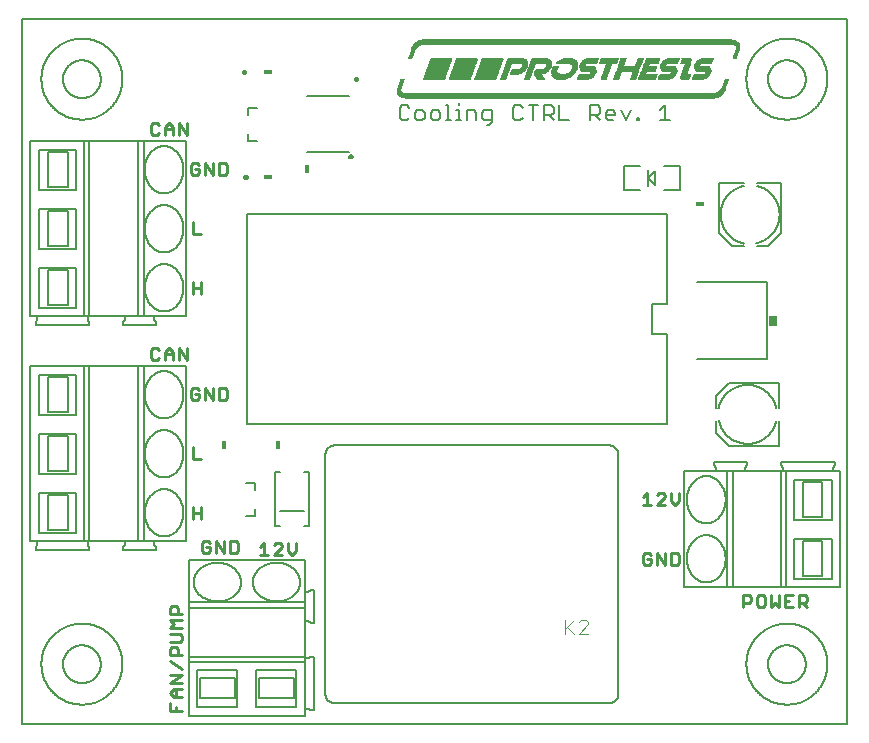
<source format=gto>
G75*
%MOIN*%
%OFA0B0*%
%FSLAX25Y25*%
%IPPOS*%
%LPD*%
%AMOC8*
5,1,8,0,0,1.08239X$1,22.5*
%
%ADD10C,0.00800*%
%ADD11C,0.01000*%
%ADD12C,0.00600*%
%ADD13R,0.03000X0.01500*%
%ADD14C,0.01500*%
%ADD15R,0.01500X0.03000*%
%ADD16R,0.03000X0.03400*%
%ADD17R,0.03000X0.01800*%
%ADD18C,0.00400*%
%ADD19R,0.01800X0.03000*%
%ADD20R,1.03550X0.00050*%
%ADD21R,1.04250X0.00050*%
%ADD22R,1.04650X0.00050*%
%ADD23R,1.05000X0.00050*%
%ADD24R,1.05300X0.00050*%
%ADD25R,1.05500X0.00050*%
%ADD26R,1.05750X0.00050*%
%ADD27R,1.05950X0.00050*%
%ADD28R,1.06150X0.00050*%
%ADD29R,1.06300X0.00050*%
%ADD30R,1.06500X0.00050*%
%ADD31R,1.06650X0.00050*%
%ADD32R,1.06800X0.00050*%
%ADD33R,1.06900X0.00050*%
%ADD34R,1.07100X0.00050*%
%ADD35R,1.07200X0.00050*%
%ADD36R,1.07350X0.00050*%
%ADD37R,1.07450X0.00050*%
%ADD38R,1.07500X0.00050*%
%ADD39R,1.07650X0.00050*%
%ADD40R,1.07750X0.00050*%
%ADD41R,1.07850X0.00050*%
%ADD42R,1.07950X0.00050*%
%ADD43R,1.08000X0.00050*%
%ADD44R,1.08100X0.00050*%
%ADD45R,1.08200X0.00050*%
%ADD46R,1.08250X0.00050*%
%ADD47R,1.08350X0.00050*%
%ADD48R,1.08400X0.00050*%
%ADD49R,1.08500X0.00050*%
%ADD50R,0.02400X0.00050*%
%ADD51R,0.03000X0.00050*%
%ADD52R,0.02150X0.00050*%
%ADD53R,0.02750X0.00050*%
%ADD54R,0.02000X0.00050*%
%ADD55R,0.02650X0.00050*%
%ADD56R,0.01950X0.00050*%
%ADD57R,0.02500X0.00050*%
%ADD58R,0.01900X0.00050*%
%ADD59R,0.01800X0.00050*%
%ADD60R,0.02350X0.00050*%
%ADD61R,0.02300X0.00050*%
%ADD62R,0.01750X0.00050*%
%ADD63R,0.02200X0.00050*%
%ADD64R,0.01700X0.00050*%
%ADD65R,0.01650X0.00050*%
%ADD66R,0.02050X0.00050*%
%ADD67R,0.01600X0.00050*%
%ADD68R,0.01550X0.00050*%
%ADD69R,0.01850X0.00050*%
%ADD70R,0.01500X0.00050*%
%ADD71R,0.07000X0.00050*%
%ADD72R,0.02550X0.00050*%
%ADD73R,0.03800X0.00050*%
%ADD74R,0.05700X0.00050*%
%ADD75R,0.03850X0.00050*%
%ADD76R,0.07050X0.00050*%
%ADD77R,0.04000X0.00050*%
%ADD78R,0.05750X0.00050*%
%ADD79R,0.02850X0.00050*%
%ADD80R,0.03950X0.00050*%
%ADD81R,0.03400X0.00050*%
%ADD82R,0.04150X0.00050*%
%ADD83R,0.02950X0.00050*%
%ADD84R,0.03700X0.00050*%
%ADD85R,0.04250X0.00050*%
%ADD86R,0.04300X0.00050*%
%ADD87R,0.04400X0.00050*%
%ADD88R,0.03100X0.00050*%
%ADD89R,0.04350X0.00050*%
%ADD90R,0.04200X0.00050*%
%ADD91R,0.04500X0.00050*%
%ADD92R,0.04450X0.00050*%
%ADD93R,0.04550X0.00050*%
%ADD94R,0.03150X0.00050*%
%ADD95R,0.04650X0.00050*%
%ADD96R,0.03200X0.00050*%
%ADD97R,0.04600X0.00050*%
%ADD98R,0.04800X0.00050*%
%ADD99R,0.04700X0.00050*%
%ADD100R,0.04950X0.00050*%
%ADD101R,0.04750X0.00050*%
%ADD102R,0.03250X0.00050*%
%ADD103R,0.05150X0.00050*%
%ADD104R,0.04850X0.00050*%
%ADD105R,0.03300X0.00050*%
%ADD106R,0.05300X0.00050*%
%ADD107R,0.04900X0.00050*%
%ADD108R,0.05450X0.00050*%
%ADD109R,0.05600X0.00050*%
%ADD110R,0.05000X0.00050*%
%ADD111R,0.03350X0.00050*%
%ADD112R,0.05050X0.00050*%
%ADD113R,0.05850X0.00050*%
%ADD114R,0.05950X0.00050*%
%ADD115R,0.05100X0.00050*%
%ADD116R,0.06050X0.00050*%
%ADD117R,0.06150X0.00050*%
%ADD118R,0.05200X0.00050*%
%ADD119R,0.06300X0.00050*%
%ADD120R,0.05250X0.00050*%
%ADD121R,0.06350X0.00050*%
%ADD122R,0.06450X0.00050*%
%ADD123R,0.06600X0.00050*%
%ADD124R,0.06650X0.00050*%
%ADD125R,0.06750X0.00050*%
%ADD126R,0.05350X0.00050*%
%ADD127R,0.06800X0.00050*%
%ADD128R,0.05400X0.00050*%
%ADD129R,0.06900X0.00050*%
%ADD130R,0.07150X0.00050*%
%ADD131R,0.07200X0.00050*%
%ADD132R,0.05500X0.00050*%
%ADD133R,0.07250X0.00050*%
%ADD134R,0.07300X0.00050*%
%ADD135R,0.07400X0.00050*%
%ADD136R,0.05550X0.00050*%
%ADD137R,0.07450X0.00050*%
%ADD138R,0.02900X0.00050*%
%ADD139R,0.02100X0.00050*%
%ADD140R,0.02600X0.00050*%
%ADD141R,0.02700X0.00050*%
%ADD142R,0.02450X0.00050*%
%ADD143R,0.03450X0.00050*%
%ADD144R,0.03550X0.00050*%
%ADD145R,0.03650X0.00050*%
%ADD146R,0.02250X0.00050*%
%ADD147R,0.03750X0.00050*%
%ADD148R,0.04050X0.00050*%
%ADD149R,0.04100X0.00050*%
%ADD150R,0.07500X0.00050*%
%ADD151R,0.07550X0.00050*%
%ADD152R,0.07350X0.00050*%
%ADD153R,0.05800X0.00050*%
%ADD154R,0.03500X0.00050*%
%ADD155R,0.07100X0.00050*%
%ADD156R,0.06950X0.00050*%
%ADD157R,0.06850X0.00050*%
%ADD158R,0.06700X0.00050*%
%ADD159R,0.06500X0.00050*%
%ADD160R,0.06200X0.00050*%
%ADD161R,0.05900X0.00050*%
%ADD162R,0.05650X0.00050*%
%ADD163R,0.06550X0.00050*%
%ADD164R,0.06400X0.00050*%
%ADD165R,0.06250X0.00050*%
%ADD166R,0.03600X0.00050*%
%ADD167R,0.02800X0.00050*%
%ADD168R,1.08550X0.00050*%
%ADD169R,1.08150X0.00050*%
%ADD170R,1.07900X0.00050*%
%ADD171R,1.07700X0.00050*%
%ADD172R,1.07600X0.00050*%
%ADD173R,1.07400X0.00050*%
%ADD174R,1.07250X0.00050*%
%ADD175R,1.07150X0.00050*%
%ADD176R,1.07000X0.00050*%
%ADD177R,1.06750X0.00050*%
%ADD178R,1.06550X0.00050*%
%ADD179R,1.06450X0.00050*%
%ADD180R,1.06100X0.00050*%
%ADD181R,1.05850X0.00050*%
%ADD182R,1.05650X0.00050*%
%ADD183R,1.05450X0.00050*%
%ADD184R,1.05200X0.00050*%
%ADD185R,1.04850X0.00050*%
%ADD186R,1.04500X0.00050*%
%ADD187R,1.04050X0.00050*%
%ADD188R,1.03050X0.00050*%
D10*
X0001500Y0001500D02*
X0276500Y0001500D01*
X0276500Y0236500D01*
X0001500Y0236500D01*
X0001500Y0001500D01*
X0015201Y0021500D02*
X0015203Y0021658D01*
X0015209Y0021816D01*
X0015219Y0021974D01*
X0015233Y0022132D01*
X0015251Y0022289D01*
X0015272Y0022446D01*
X0015298Y0022602D01*
X0015328Y0022758D01*
X0015361Y0022913D01*
X0015399Y0023066D01*
X0015440Y0023219D01*
X0015485Y0023371D01*
X0015534Y0023522D01*
X0015587Y0023671D01*
X0015643Y0023819D01*
X0015703Y0023965D01*
X0015767Y0024110D01*
X0015835Y0024253D01*
X0015906Y0024395D01*
X0015980Y0024535D01*
X0016058Y0024672D01*
X0016140Y0024808D01*
X0016224Y0024942D01*
X0016313Y0025073D01*
X0016404Y0025202D01*
X0016499Y0025329D01*
X0016596Y0025454D01*
X0016697Y0025576D01*
X0016801Y0025695D01*
X0016908Y0025812D01*
X0017018Y0025926D01*
X0017131Y0026037D01*
X0017246Y0026146D01*
X0017364Y0026251D01*
X0017485Y0026353D01*
X0017608Y0026453D01*
X0017734Y0026549D01*
X0017862Y0026642D01*
X0017992Y0026732D01*
X0018125Y0026818D01*
X0018260Y0026902D01*
X0018396Y0026981D01*
X0018535Y0027058D01*
X0018676Y0027130D01*
X0018818Y0027200D01*
X0018962Y0027265D01*
X0019108Y0027327D01*
X0019255Y0027385D01*
X0019404Y0027440D01*
X0019554Y0027491D01*
X0019705Y0027538D01*
X0019857Y0027581D01*
X0020010Y0027620D01*
X0020165Y0027656D01*
X0020320Y0027687D01*
X0020476Y0027715D01*
X0020632Y0027739D01*
X0020789Y0027759D01*
X0020947Y0027775D01*
X0021104Y0027787D01*
X0021263Y0027795D01*
X0021421Y0027799D01*
X0021579Y0027799D01*
X0021737Y0027795D01*
X0021896Y0027787D01*
X0022053Y0027775D01*
X0022211Y0027759D01*
X0022368Y0027739D01*
X0022524Y0027715D01*
X0022680Y0027687D01*
X0022835Y0027656D01*
X0022990Y0027620D01*
X0023143Y0027581D01*
X0023295Y0027538D01*
X0023446Y0027491D01*
X0023596Y0027440D01*
X0023745Y0027385D01*
X0023892Y0027327D01*
X0024038Y0027265D01*
X0024182Y0027200D01*
X0024324Y0027130D01*
X0024465Y0027058D01*
X0024604Y0026981D01*
X0024740Y0026902D01*
X0024875Y0026818D01*
X0025008Y0026732D01*
X0025138Y0026642D01*
X0025266Y0026549D01*
X0025392Y0026453D01*
X0025515Y0026353D01*
X0025636Y0026251D01*
X0025754Y0026146D01*
X0025869Y0026037D01*
X0025982Y0025926D01*
X0026092Y0025812D01*
X0026199Y0025695D01*
X0026303Y0025576D01*
X0026404Y0025454D01*
X0026501Y0025329D01*
X0026596Y0025202D01*
X0026687Y0025073D01*
X0026776Y0024942D01*
X0026860Y0024808D01*
X0026942Y0024672D01*
X0027020Y0024535D01*
X0027094Y0024395D01*
X0027165Y0024253D01*
X0027233Y0024110D01*
X0027297Y0023965D01*
X0027357Y0023819D01*
X0027413Y0023671D01*
X0027466Y0023522D01*
X0027515Y0023371D01*
X0027560Y0023219D01*
X0027601Y0023066D01*
X0027639Y0022913D01*
X0027672Y0022758D01*
X0027702Y0022602D01*
X0027728Y0022446D01*
X0027749Y0022289D01*
X0027767Y0022132D01*
X0027781Y0021974D01*
X0027791Y0021816D01*
X0027797Y0021658D01*
X0027799Y0021500D01*
X0027797Y0021342D01*
X0027791Y0021184D01*
X0027781Y0021026D01*
X0027767Y0020868D01*
X0027749Y0020711D01*
X0027728Y0020554D01*
X0027702Y0020398D01*
X0027672Y0020242D01*
X0027639Y0020087D01*
X0027601Y0019934D01*
X0027560Y0019781D01*
X0027515Y0019629D01*
X0027466Y0019478D01*
X0027413Y0019329D01*
X0027357Y0019181D01*
X0027297Y0019035D01*
X0027233Y0018890D01*
X0027165Y0018747D01*
X0027094Y0018605D01*
X0027020Y0018465D01*
X0026942Y0018328D01*
X0026860Y0018192D01*
X0026776Y0018058D01*
X0026687Y0017927D01*
X0026596Y0017798D01*
X0026501Y0017671D01*
X0026404Y0017546D01*
X0026303Y0017424D01*
X0026199Y0017305D01*
X0026092Y0017188D01*
X0025982Y0017074D01*
X0025869Y0016963D01*
X0025754Y0016854D01*
X0025636Y0016749D01*
X0025515Y0016647D01*
X0025392Y0016547D01*
X0025266Y0016451D01*
X0025138Y0016358D01*
X0025008Y0016268D01*
X0024875Y0016182D01*
X0024740Y0016098D01*
X0024604Y0016019D01*
X0024465Y0015942D01*
X0024324Y0015870D01*
X0024182Y0015800D01*
X0024038Y0015735D01*
X0023892Y0015673D01*
X0023745Y0015615D01*
X0023596Y0015560D01*
X0023446Y0015509D01*
X0023295Y0015462D01*
X0023143Y0015419D01*
X0022990Y0015380D01*
X0022835Y0015344D01*
X0022680Y0015313D01*
X0022524Y0015285D01*
X0022368Y0015261D01*
X0022211Y0015241D01*
X0022053Y0015225D01*
X0021896Y0015213D01*
X0021737Y0015205D01*
X0021579Y0015201D01*
X0021421Y0015201D01*
X0021263Y0015205D01*
X0021104Y0015213D01*
X0020947Y0015225D01*
X0020789Y0015241D01*
X0020632Y0015261D01*
X0020476Y0015285D01*
X0020320Y0015313D01*
X0020165Y0015344D01*
X0020010Y0015380D01*
X0019857Y0015419D01*
X0019705Y0015462D01*
X0019554Y0015509D01*
X0019404Y0015560D01*
X0019255Y0015615D01*
X0019108Y0015673D01*
X0018962Y0015735D01*
X0018818Y0015800D01*
X0018676Y0015870D01*
X0018535Y0015942D01*
X0018396Y0016019D01*
X0018260Y0016098D01*
X0018125Y0016182D01*
X0017992Y0016268D01*
X0017862Y0016358D01*
X0017734Y0016451D01*
X0017608Y0016547D01*
X0017485Y0016647D01*
X0017364Y0016749D01*
X0017246Y0016854D01*
X0017131Y0016963D01*
X0017018Y0017074D01*
X0016908Y0017188D01*
X0016801Y0017305D01*
X0016697Y0017424D01*
X0016596Y0017546D01*
X0016499Y0017671D01*
X0016404Y0017798D01*
X0016313Y0017927D01*
X0016224Y0018058D01*
X0016140Y0018192D01*
X0016058Y0018328D01*
X0015980Y0018465D01*
X0015906Y0018605D01*
X0015835Y0018747D01*
X0015767Y0018890D01*
X0015703Y0019035D01*
X0015643Y0019181D01*
X0015587Y0019329D01*
X0015534Y0019478D01*
X0015485Y0019629D01*
X0015440Y0019781D01*
X0015399Y0019934D01*
X0015361Y0020087D01*
X0015328Y0020242D01*
X0015298Y0020398D01*
X0015272Y0020554D01*
X0015251Y0020711D01*
X0015233Y0020868D01*
X0015219Y0021026D01*
X0015209Y0021184D01*
X0015203Y0021342D01*
X0015201Y0021500D01*
X0057209Y0022232D02*
X0057209Y0004335D01*
X0095791Y0004335D01*
X0095791Y0022232D01*
X0095791Y0024013D01*
X0095791Y0040130D01*
X0095791Y0042045D01*
X0095791Y0056303D01*
X0057209Y0056303D01*
X0057209Y0042045D01*
X0057209Y0040130D01*
X0057209Y0024013D01*
X0057209Y0022232D01*
X0095791Y0022232D01*
X0096185Y0023429D02*
X0096972Y0023429D01*
X0097957Y0024020D01*
X0098744Y0024020D01*
X0098744Y0006106D01*
X0097760Y0006106D01*
X0096972Y0006697D01*
X0096185Y0006697D01*
X0093035Y0007091D02*
X0093035Y0019689D01*
X0079650Y0019689D01*
X0079650Y0007091D01*
X0093035Y0007091D01*
X0092248Y0010240D02*
X0092248Y0016736D01*
X0080437Y0016736D01*
X0080437Y0011224D01*
X0080437Y0010240D01*
X0092248Y0010240D01*
X0102681Y0011539D02*
X0102681Y0091461D01*
X0102683Y0091569D01*
X0102689Y0091677D01*
X0102699Y0091784D01*
X0102712Y0091891D01*
X0102730Y0091997D01*
X0102752Y0092103D01*
X0102777Y0092208D01*
X0102806Y0092312D01*
X0102839Y0092414D01*
X0102876Y0092516D01*
X0102916Y0092616D01*
X0102960Y0092714D01*
X0103008Y0092811D01*
X0103059Y0092906D01*
X0103113Y0092999D01*
X0103171Y0093090D01*
X0103232Y0093179D01*
X0103297Y0093266D01*
X0103364Y0093350D01*
X0103435Y0093432D01*
X0103508Y0093511D01*
X0103584Y0093587D01*
X0103663Y0093660D01*
X0103745Y0093731D01*
X0103829Y0093798D01*
X0103916Y0093863D01*
X0104005Y0093924D01*
X0104096Y0093982D01*
X0104189Y0094036D01*
X0104284Y0094087D01*
X0104381Y0094135D01*
X0104479Y0094179D01*
X0104579Y0094219D01*
X0104681Y0094256D01*
X0104783Y0094289D01*
X0104887Y0094318D01*
X0104992Y0094343D01*
X0105098Y0094365D01*
X0105204Y0094383D01*
X0105311Y0094396D01*
X0105418Y0094406D01*
X0105526Y0094412D01*
X0105634Y0094414D01*
X0105634Y0094413D02*
X0197366Y0094413D01*
X0197366Y0094414D02*
X0197474Y0094412D01*
X0197582Y0094406D01*
X0197689Y0094396D01*
X0197796Y0094383D01*
X0197902Y0094365D01*
X0198008Y0094343D01*
X0198113Y0094318D01*
X0198217Y0094289D01*
X0198319Y0094256D01*
X0198421Y0094219D01*
X0198521Y0094179D01*
X0198619Y0094135D01*
X0198716Y0094087D01*
X0198811Y0094036D01*
X0198904Y0093982D01*
X0198995Y0093924D01*
X0199084Y0093863D01*
X0199171Y0093798D01*
X0199255Y0093731D01*
X0199337Y0093660D01*
X0199416Y0093587D01*
X0199492Y0093511D01*
X0199565Y0093432D01*
X0199636Y0093350D01*
X0199703Y0093266D01*
X0199768Y0093179D01*
X0199829Y0093090D01*
X0199887Y0092999D01*
X0199941Y0092906D01*
X0199992Y0092811D01*
X0200040Y0092714D01*
X0200084Y0092616D01*
X0200124Y0092516D01*
X0200161Y0092414D01*
X0200194Y0092312D01*
X0200223Y0092208D01*
X0200248Y0092103D01*
X0200270Y0091997D01*
X0200288Y0091891D01*
X0200301Y0091784D01*
X0200311Y0091677D01*
X0200317Y0091569D01*
X0200319Y0091461D01*
X0200319Y0011539D01*
X0200317Y0011431D01*
X0200311Y0011323D01*
X0200301Y0011216D01*
X0200288Y0011109D01*
X0200270Y0011003D01*
X0200248Y0010897D01*
X0200223Y0010792D01*
X0200194Y0010688D01*
X0200161Y0010586D01*
X0200124Y0010484D01*
X0200084Y0010384D01*
X0200040Y0010286D01*
X0199992Y0010189D01*
X0199941Y0010094D01*
X0199887Y0010001D01*
X0199829Y0009910D01*
X0199768Y0009821D01*
X0199703Y0009734D01*
X0199636Y0009650D01*
X0199565Y0009568D01*
X0199492Y0009489D01*
X0199416Y0009413D01*
X0199337Y0009340D01*
X0199255Y0009269D01*
X0199171Y0009202D01*
X0199084Y0009137D01*
X0198995Y0009076D01*
X0198904Y0009018D01*
X0198811Y0008964D01*
X0198716Y0008913D01*
X0198619Y0008865D01*
X0198521Y0008821D01*
X0198421Y0008781D01*
X0198319Y0008744D01*
X0198217Y0008711D01*
X0198113Y0008682D01*
X0198008Y0008657D01*
X0197902Y0008635D01*
X0197796Y0008617D01*
X0197689Y0008604D01*
X0197582Y0008594D01*
X0197474Y0008588D01*
X0197366Y0008586D01*
X0197366Y0008587D02*
X0105634Y0008587D01*
X0105634Y0008586D02*
X0105526Y0008588D01*
X0105418Y0008594D01*
X0105311Y0008604D01*
X0105204Y0008617D01*
X0105098Y0008635D01*
X0104992Y0008657D01*
X0104887Y0008682D01*
X0104783Y0008711D01*
X0104681Y0008744D01*
X0104579Y0008781D01*
X0104479Y0008821D01*
X0104381Y0008865D01*
X0104284Y0008913D01*
X0104189Y0008964D01*
X0104096Y0009018D01*
X0104005Y0009076D01*
X0103916Y0009137D01*
X0103829Y0009202D01*
X0103745Y0009269D01*
X0103663Y0009340D01*
X0103584Y0009413D01*
X0103508Y0009489D01*
X0103435Y0009568D01*
X0103364Y0009650D01*
X0103297Y0009734D01*
X0103232Y0009821D01*
X0103171Y0009910D01*
X0103113Y0010001D01*
X0103059Y0010094D01*
X0103008Y0010189D01*
X0102960Y0010286D01*
X0102916Y0010384D01*
X0102876Y0010484D01*
X0102839Y0010586D01*
X0102806Y0010688D01*
X0102777Y0010792D01*
X0102752Y0010897D01*
X0102730Y0011003D01*
X0102712Y0011109D01*
X0102699Y0011216D01*
X0102689Y0011323D01*
X0102683Y0011431D01*
X0102681Y0011539D01*
X0095791Y0024013D02*
X0057209Y0024013D01*
X0059965Y0019689D02*
X0059965Y0007091D01*
X0073350Y0007091D01*
X0073350Y0019689D01*
X0059965Y0019689D01*
X0060752Y0016736D02*
X0060752Y0010240D01*
X0072563Y0010240D01*
X0072563Y0016736D01*
X0060752Y0016736D01*
X0057209Y0040130D02*
X0095791Y0040130D01*
X0095791Y0042045D02*
X0057209Y0042045D01*
X0058903Y0047755D02*
X0058875Y0047893D01*
X0058851Y0048033D01*
X0058830Y0048172D01*
X0058813Y0048313D01*
X0058800Y0048453D01*
X0058791Y0048594D01*
X0058785Y0048735D01*
X0058783Y0048877D01*
X0058784Y0048876D02*
X0058786Y0049012D01*
X0058791Y0049147D01*
X0058800Y0049283D01*
X0058812Y0049418D01*
X0058828Y0049553D01*
X0058847Y0049687D01*
X0058869Y0049821D01*
X0058895Y0049954D01*
X0058924Y0050086D01*
X0058956Y0050218D01*
X0058903Y0047755D02*
X0058935Y0047616D01*
X0058971Y0047477D01*
X0059010Y0047340D01*
X0059052Y0047204D01*
X0059098Y0047069D01*
X0059148Y0046935D01*
X0059201Y0046803D01*
X0059257Y0046672D01*
X0058956Y0050218D02*
X0058993Y0050351D01*
X0059033Y0050483D01*
X0059076Y0050614D01*
X0059122Y0050744D01*
X0059171Y0050873D01*
X0059223Y0051001D01*
X0059279Y0051127D01*
X0059337Y0051252D01*
X0059399Y0051376D01*
X0059463Y0051498D01*
X0059258Y0046672D02*
X0059319Y0046538D01*
X0059384Y0046406D01*
X0059452Y0046276D01*
X0059523Y0046147D01*
X0059597Y0046021D01*
X0059675Y0045896D01*
X0059755Y0045773D01*
X0059839Y0045652D01*
X0060412Y0052804D02*
X0060531Y0052927D01*
X0060653Y0053047D01*
X0060777Y0053164D01*
X0060904Y0053278D01*
X0061034Y0053390D01*
X0061166Y0053498D01*
X0061301Y0053603D01*
X0061438Y0053705D01*
X0061577Y0053804D01*
X0061719Y0053900D01*
X0061862Y0053992D01*
X0066658Y0042426D02*
X0066893Y0042429D01*
X0067128Y0042438D01*
X0067363Y0042452D01*
X0067597Y0042472D01*
X0067831Y0042498D01*
X0068064Y0042530D01*
X0068296Y0042567D01*
X0067687Y0055271D02*
X0067459Y0055293D01*
X0067230Y0055309D01*
X0067001Y0055320D01*
X0066772Y0055325D01*
X0066542Y0055325D01*
X0066313Y0055320D01*
X0066084Y0055309D01*
X0065855Y0055293D01*
X0065627Y0055271D01*
X0065020Y0042567D02*
X0065223Y0042534D01*
X0065427Y0042505D01*
X0065631Y0042481D01*
X0065836Y0042461D01*
X0066041Y0042446D01*
X0066247Y0042435D01*
X0066452Y0042428D01*
X0066658Y0042426D01*
X0063646Y0054836D02*
X0063861Y0054905D01*
X0064077Y0054970D01*
X0064295Y0055029D01*
X0064515Y0055082D01*
X0064735Y0055131D01*
X0064957Y0055174D01*
X0065180Y0055212D01*
X0065403Y0055244D01*
X0065627Y0055271D01*
X0068296Y0042567D02*
X0068495Y0042604D01*
X0068693Y0042645D01*
X0068890Y0042691D01*
X0069087Y0042741D01*
X0069282Y0042795D01*
X0069475Y0042853D01*
X0069668Y0042916D01*
X0069859Y0042983D01*
X0071453Y0053992D02*
X0071284Y0054095D01*
X0071113Y0054194D01*
X0070939Y0054289D01*
X0070764Y0054380D01*
X0070586Y0054466D01*
X0070406Y0054549D01*
X0070224Y0054627D01*
X0070041Y0054701D01*
X0069856Y0054770D01*
X0069669Y0054835D01*
X0065019Y0042568D02*
X0064820Y0042604D01*
X0064622Y0042646D01*
X0064425Y0042691D01*
X0064229Y0042741D01*
X0064034Y0042795D01*
X0063840Y0042854D01*
X0063648Y0042916D01*
X0063457Y0042983D01*
X0067687Y0055271D02*
X0067912Y0055244D01*
X0068135Y0055212D01*
X0068358Y0055174D01*
X0068580Y0055131D01*
X0068800Y0055083D01*
X0069020Y0055029D01*
X0069238Y0054970D01*
X0069454Y0054905D01*
X0069669Y0054836D01*
X0071288Y0043659D02*
X0071116Y0043560D01*
X0070942Y0043466D01*
X0070767Y0043375D01*
X0070589Y0043288D01*
X0070409Y0043206D01*
X0070227Y0043127D01*
X0070044Y0043053D01*
X0069858Y0042983D01*
X0063646Y0054835D02*
X0063460Y0054770D01*
X0063275Y0054700D01*
X0063091Y0054626D01*
X0062910Y0054547D01*
X0062730Y0054465D01*
X0062552Y0054378D01*
X0062377Y0054288D01*
X0062203Y0054193D01*
X0062032Y0054094D01*
X0061863Y0053991D01*
X0062027Y0043659D02*
X0062199Y0043560D01*
X0062372Y0043465D01*
X0062548Y0043374D01*
X0062726Y0043287D01*
X0062906Y0043205D01*
X0063088Y0043126D01*
X0063271Y0043052D01*
X0063456Y0042983D01*
X0059463Y0051498D02*
X0059544Y0051638D01*
X0059629Y0051776D01*
X0059716Y0051912D01*
X0059807Y0052046D01*
X0059900Y0052178D01*
X0059997Y0052308D01*
X0060096Y0052436D01*
X0060199Y0052561D01*
X0060304Y0052684D01*
X0060412Y0052805D01*
X0059839Y0045651D02*
X0059934Y0045520D01*
X0060033Y0045391D01*
X0060135Y0045264D01*
X0060239Y0045140D01*
X0060347Y0045018D01*
X0060458Y0044900D01*
X0060572Y0044783D01*
X0060688Y0044670D01*
X0060807Y0044560D01*
X0060806Y0044559D02*
X0060933Y0044447D01*
X0061061Y0044338D01*
X0061193Y0044232D01*
X0061326Y0044129D01*
X0061462Y0044028D01*
X0061600Y0043931D01*
X0061740Y0043837D01*
X0061883Y0043747D01*
X0062027Y0043659D01*
X0071452Y0053992D02*
X0071596Y0053900D01*
X0071738Y0053805D01*
X0071878Y0053706D01*
X0072015Y0053604D01*
X0072149Y0053499D01*
X0072282Y0053391D01*
X0072411Y0053279D01*
X0072538Y0053165D01*
X0072663Y0053048D01*
X0072784Y0052928D01*
X0072903Y0052805D01*
X0074531Y0048877D02*
X0074529Y0048735D01*
X0074523Y0048594D01*
X0074514Y0048453D01*
X0074501Y0048313D01*
X0074484Y0048172D01*
X0074464Y0048033D01*
X0074439Y0047894D01*
X0074411Y0047755D01*
X0074532Y0048876D02*
X0074530Y0049012D01*
X0074525Y0049148D01*
X0074516Y0049283D01*
X0074504Y0049418D01*
X0074488Y0049553D01*
X0074469Y0049687D01*
X0074447Y0049821D01*
X0074421Y0049954D01*
X0074392Y0050087D01*
X0074360Y0050218D01*
X0074411Y0047755D02*
X0074379Y0047616D01*
X0074344Y0047478D01*
X0074304Y0047341D01*
X0074262Y0047205D01*
X0074216Y0047070D01*
X0074166Y0046936D01*
X0074113Y0046803D01*
X0074057Y0046672D01*
X0074359Y0050218D02*
X0074322Y0050351D01*
X0074282Y0050483D01*
X0074240Y0050615D01*
X0074193Y0050745D01*
X0074144Y0050874D01*
X0074092Y0051001D01*
X0074036Y0051128D01*
X0073978Y0051253D01*
X0073916Y0051376D01*
X0073851Y0051498D01*
X0073852Y0051498D02*
X0073781Y0051628D01*
X0073708Y0051755D01*
X0073631Y0051881D01*
X0073550Y0052004D01*
X0073467Y0052125D01*
X0073381Y0052245D01*
X0073291Y0052361D01*
X0073198Y0052476D01*
X0073103Y0052588D01*
X0073004Y0052697D01*
X0072903Y0052804D01*
X0074057Y0046672D02*
X0073996Y0046538D01*
X0073931Y0046406D01*
X0073863Y0046276D01*
X0073792Y0046147D01*
X0073717Y0046020D01*
X0073640Y0045895D01*
X0073560Y0045772D01*
X0073476Y0045651D01*
X0073477Y0045651D02*
X0073381Y0045519D01*
X0073282Y0045390D01*
X0073180Y0045264D01*
X0073075Y0045140D01*
X0072968Y0045018D01*
X0072857Y0044899D01*
X0072743Y0044783D01*
X0072627Y0044669D01*
X0072508Y0044559D01*
X0072508Y0044560D02*
X0072381Y0044448D01*
X0072252Y0044339D01*
X0072121Y0044233D01*
X0071987Y0044130D01*
X0071852Y0044030D01*
X0071713Y0043933D01*
X0071573Y0043839D01*
X0071431Y0043748D01*
X0071287Y0043660D01*
X0078468Y0048876D02*
X0078470Y0049018D01*
X0078476Y0049159D01*
X0078485Y0049300D01*
X0078498Y0049440D01*
X0078515Y0049581D01*
X0078536Y0049720D01*
X0078560Y0049859D01*
X0078588Y0049998D01*
X0078469Y0048876D02*
X0078471Y0048740D01*
X0078476Y0048605D01*
X0078485Y0048469D01*
X0078497Y0048334D01*
X0078513Y0048200D01*
X0078532Y0048065D01*
X0078554Y0047931D01*
X0078580Y0047798D01*
X0078609Y0047666D01*
X0078641Y0047534D01*
X0078589Y0049998D02*
X0078622Y0050137D01*
X0078657Y0050275D01*
X0078696Y0050412D01*
X0078739Y0050549D01*
X0078785Y0050684D01*
X0078835Y0050818D01*
X0078887Y0050950D01*
X0078944Y0051081D01*
X0078640Y0047534D02*
X0078677Y0047401D01*
X0078717Y0047269D01*
X0078760Y0047138D01*
X0078806Y0047008D01*
X0078855Y0046879D01*
X0078907Y0046751D01*
X0078963Y0046625D01*
X0079022Y0046500D01*
X0079083Y0046376D01*
X0079148Y0046255D01*
X0079149Y0046255D02*
X0079219Y0046126D01*
X0079293Y0045998D01*
X0079370Y0045873D01*
X0079450Y0045749D01*
X0079533Y0045628D01*
X0079620Y0045509D01*
X0079710Y0045392D01*
X0079802Y0045277D01*
X0079898Y0045165D01*
X0079996Y0045056D01*
X0080097Y0044949D01*
X0078943Y0051080D02*
X0079005Y0051214D01*
X0079070Y0051346D01*
X0079138Y0051476D01*
X0079209Y0051605D01*
X0079283Y0051731D01*
X0079360Y0051856D01*
X0079441Y0051979D01*
X0079524Y0052100D01*
X0080097Y0044949D02*
X0080215Y0044826D01*
X0080337Y0044705D01*
X0080461Y0044588D01*
X0080588Y0044474D01*
X0080718Y0044362D01*
X0080850Y0044254D01*
X0080985Y0044149D01*
X0081122Y0044047D01*
X0081261Y0043948D01*
X0081403Y0043853D01*
X0081547Y0043760D01*
X0081712Y0054094D02*
X0081884Y0054192D01*
X0082058Y0054287D01*
X0082233Y0054378D01*
X0082411Y0054465D01*
X0082591Y0054547D01*
X0082773Y0054626D01*
X0082956Y0054700D01*
X0083142Y0054770D01*
X0085313Y0042481D02*
X0085541Y0042459D01*
X0085770Y0042443D01*
X0085999Y0042432D01*
X0086228Y0042427D01*
X0086458Y0042427D01*
X0086687Y0042432D01*
X0086916Y0042443D01*
X0087145Y0042459D01*
X0087373Y0042481D01*
X0086343Y0055327D02*
X0086107Y0055324D01*
X0085872Y0055315D01*
X0085638Y0055301D01*
X0085403Y0055281D01*
X0085170Y0055255D01*
X0084937Y0055223D01*
X0084704Y0055186D01*
X0087372Y0042482D02*
X0087597Y0042509D01*
X0087820Y0042541D01*
X0088043Y0042579D01*
X0088265Y0042622D01*
X0088485Y0042671D01*
X0088704Y0042724D01*
X0088922Y0042783D01*
X0089139Y0042848D01*
X0089354Y0042917D01*
X0087980Y0055185D02*
X0087777Y0055218D01*
X0087573Y0055247D01*
X0087369Y0055271D01*
X0087164Y0055291D01*
X0086959Y0055306D01*
X0086754Y0055317D01*
X0086548Y0055324D01*
X0086342Y0055326D01*
X0083331Y0042916D02*
X0083546Y0042847D01*
X0083762Y0042782D01*
X0083980Y0042723D01*
X0084200Y0042669D01*
X0084420Y0042621D01*
X0084642Y0042578D01*
X0084865Y0042540D01*
X0085088Y0042508D01*
X0085313Y0042481D01*
X0083141Y0054769D02*
X0083332Y0054836D01*
X0083525Y0054899D01*
X0083718Y0054957D01*
X0083913Y0055011D01*
X0084110Y0055061D01*
X0084307Y0055107D01*
X0084505Y0055148D01*
X0084704Y0055185D01*
X0081547Y0043760D02*
X0081716Y0043657D01*
X0081887Y0043558D01*
X0082060Y0043463D01*
X0082236Y0043373D01*
X0082414Y0043286D01*
X0082594Y0043203D01*
X0082775Y0043125D01*
X0082959Y0043051D01*
X0083144Y0042982D01*
X0083331Y0042917D01*
X0080492Y0053193D02*
X0080618Y0053304D01*
X0080747Y0053413D01*
X0080878Y0053520D01*
X0081012Y0053623D01*
X0081148Y0053723D01*
X0081286Y0053820D01*
X0081426Y0053914D01*
X0081568Y0054005D01*
X0081712Y0054093D01*
X0089354Y0042916D02*
X0089540Y0042981D01*
X0089725Y0043051D01*
X0089909Y0043125D01*
X0090090Y0043204D01*
X0090270Y0043286D01*
X0090448Y0043373D01*
X0090623Y0043464D01*
X0090797Y0043558D01*
X0090968Y0043657D01*
X0091137Y0043760D01*
X0089543Y0054769D02*
X0089352Y0054836D01*
X0089160Y0054898D01*
X0088966Y0054957D01*
X0088771Y0055011D01*
X0088575Y0055061D01*
X0088378Y0055106D01*
X0088180Y0055148D01*
X0087981Y0055184D01*
X0092589Y0044948D02*
X0092470Y0044825D01*
X0092348Y0044705D01*
X0092223Y0044588D01*
X0092096Y0044474D01*
X0091967Y0044363D01*
X0091834Y0044254D01*
X0091700Y0044149D01*
X0091563Y0044047D01*
X0091423Y0043948D01*
X0091282Y0043852D01*
X0091138Y0043760D01*
X0090972Y0054093D02*
X0090801Y0054192D01*
X0090627Y0054287D01*
X0090452Y0054378D01*
X0090274Y0054465D01*
X0090094Y0054548D01*
X0089912Y0054626D01*
X0089728Y0054700D01*
X0089543Y0054769D01*
X0093536Y0046255D02*
X0093455Y0046115D01*
X0093371Y0045977D01*
X0093283Y0045841D01*
X0093192Y0045707D01*
X0093099Y0045575D01*
X0093002Y0045445D01*
X0092903Y0045318D01*
X0092801Y0045192D01*
X0092696Y0045069D01*
X0092588Y0044949D01*
X0096185Y0045673D02*
X0096972Y0045673D01*
X0097760Y0046264D01*
X0098744Y0046264D01*
X0098744Y0035240D01*
X0097760Y0035240D01*
X0096972Y0036028D01*
X0096185Y0036028D01*
X0092193Y0053193D02*
X0092066Y0053305D01*
X0091938Y0053414D01*
X0091806Y0053520D01*
X0091673Y0053623D01*
X0091537Y0053724D01*
X0091399Y0053821D01*
X0091259Y0053915D01*
X0091116Y0054005D01*
X0090972Y0054093D01*
X0094217Y0048876D02*
X0094215Y0048741D01*
X0094210Y0048605D01*
X0094201Y0048470D01*
X0094189Y0048334D01*
X0094173Y0048200D01*
X0094154Y0048065D01*
X0094132Y0047932D01*
X0094106Y0047798D01*
X0094077Y0047666D01*
X0094045Y0047534D01*
X0094217Y0048876D02*
X0094215Y0049017D01*
X0094209Y0049158D01*
X0094200Y0049299D01*
X0094187Y0049440D01*
X0094170Y0049580D01*
X0094149Y0049720D01*
X0094125Y0049859D01*
X0094097Y0049997D01*
X0094096Y0049997D02*
X0094064Y0050136D01*
X0094029Y0050275D01*
X0093989Y0050412D01*
X0093947Y0050548D01*
X0093901Y0050683D01*
X0093851Y0050817D01*
X0093798Y0050950D01*
X0093742Y0051081D01*
X0094044Y0047535D02*
X0094007Y0047402D01*
X0093967Y0047270D01*
X0093924Y0047138D01*
X0093878Y0047008D01*
X0093829Y0046880D01*
X0093776Y0046752D01*
X0093721Y0046625D01*
X0093662Y0046500D01*
X0093601Y0046377D01*
X0093537Y0046255D01*
X0093743Y0051082D02*
X0093681Y0051215D01*
X0093617Y0051347D01*
X0093549Y0051478D01*
X0093478Y0051606D01*
X0093403Y0051733D01*
X0093326Y0051858D01*
X0093246Y0051981D01*
X0093162Y0052102D01*
X0093162Y0052101D02*
X0093066Y0052232D01*
X0092968Y0052362D01*
X0092866Y0052488D01*
X0092761Y0052612D01*
X0092653Y0052734D01*
X0092542Y0052853D01*
X0092429Y0052969D01*
X0092312Y0053082D01*
X0092193Y0053193D01*
X0080492Y0053193D02*
X0080373Y0053083D01*
X0080257Y0052969D01*
X0080143Y0052853D01*
X0080032Y0052734D01*
X0079925Y0052613D01*
X0079820Y0052489D01*
X0079718Y0052362D01*
X0079619Y0052233D01*
X0079523Y0052102D01*
X0085791Y0067445D02*
X0085791Y0085555D01*
X0087563Y0085555D01*
X0095437Y0085555D02*
X0097209Y0085555D01*
X0097209Y0067445D01*
X0095437Y0067445D01*
X0095437Y0072563D02*
X0087563Y0072563D01*
X0087563Y0067445D02*
X0085791Y0067445D01*
X0079256Y0070988D02*
X0079256Y0073350D01*
X0079256Y0070988D02*
X0076106Y0070988D01*
X0079256Y0079650D02*
X0079256Y0082012D01*
X0076106Y0082012D01*
X0076500Y0101500D02*
X0076500Y0171500D01*
X0216500Y0171500D01*
X0216500Y0141500D01*
X0211500Y0141500D01*
X0211500Y0131500D01*
X0216500Y0131500D01*
X0216500Y0101500D01*
X0076500Y0101500D01*
X0056303Y0120791D02*
X0042045Y0120791D01*
X0040130Y0120791D01*
X0024013Y0120791D01*
X0022232Y0120791D01*
X0004335Y0120791D01*
X0004335Y0062524D01*
X0022232Y0062524D01*
X0024013Y0062524D01*
X0040130Y0062524D01*
X0042045Y0062524D01*
X0056303Y0062524D01*
X0056303Y0120791D01*
X0048877Y0119217D02*
X0048735Y0119215D01*
X0048594Y0119209D01*
X0048453Y0119200D01*
X0048313Y0119187D01*
X0048172Y0119170D01*
X0048033Y0119149D01*
X0047893Y0119125D01*
X0047755Y0119097D01*
X0042045Y0120791D02*
X0042045Y0062524D01*
X0040130Y0062524D02*
X0040130Y0120791D01*
X0048876Y0119216D02*
X0049012Y0119214D01*
X0049147Y0119209D01*
X0049283Y0119200D01*
X0049418Y0119188D01*
X0049553Y0119172D01*
X0049687Y0119153D01*
X0049821Y0119131D01*
X0049954Y0119105D01*
X0050086Y0119076D01*
X0050218Y0119044D01*
X0047755Y0119097D02*
X0047616Y0119065D01*
X0047477Y0119029D01*
X0047340Y0118990D01*
X0047204Y0118948D01*
X0047069Y0118902D01*
X0046935Y0118852D01*
X0046803Y0118799D01*
X0046672Y0118743D01*
X0050218Y0119044D02*
X0050351Y0119007D01*
X0050483Y0118967D01*
X0050614Y0118924D01*
X0050744Y0118878D01*
X0050873Y0118829D01*
X0051001Y0118777D01*
X0051127Y0118721D01*
X0051252Y0118663D01*
X0051376Y0118601D01*
X0051498Y0118537D01*
X0046672Y0118742D02*
X0046538Y0118681D01*
X0046406Y0118616D01*
X0046276Y0118548D01*
X0046147Y0118477D01*
X0046021Y0118403D01*
X0045896Y0118325D01*
X0045773Y0118245D01*
X0045652Y0118161D01*
X0052804Y0117588D02*
X0052927Y0117469D01*
X0053047Y0117347D01*
X0053164Y0117223D01*
X0053278Y0117096D01*
X0053390Y0116966D01*
X0053498Y0116834D01*
X0053603Y0116699D01*
X0053705Y0116562D01*
X0053804Y0116423D01*
X0053900Y0116281D01*
X0053992Y0116138D01*
X0044559Y0117194D02*
X0044447Y0117067D01*
X0044338Y0116939D01*
X0044232Y0116807D01*
X0044129Y0116674D01*
X0044028Y0116538D01*
X0043931Y0116400D01*
X0043837Y0116260D01*
X0043747Y0116117D01*
X0043659Y0115973D01*
X0055271Y0112373D02*
X0055293Y0112145D01*
X0055309Y0111916D01*
X0055320Y0111687D01*
X0055325Y0111458D01*
X0055325Y0111228D01*
X0055320Y0110999D01*
X0055309Y0110770D01*
X0055293Y0110541D01*
X0055271Y0110313D01*
X0042567Y0109704D02*
X0042530Y0109936D01*
X0042498Y0110169D01*
X0042472Y0110403D01*
X0042452Y0110637D01*
X0042438Y0110872D01*
X0042429Y0111107D01*
X0042426Y0111342D01*
X0054836Y0114354D02*
X0054905Y0114139D01*
X0054970Y0113923D01*
X0055029Y0113705D01*
X0055082Y0113485D01*
X0055131Y0113265D01*
X0055174Y0113043D01*
X0055212Y0112820D01*
X0055244Y0112597D01*
X0055271Y0112373D01*
X0042567Y0112980D02*
X0042534Y0112777D01*
X0042505Y0112573D01*
X0042481Y0112369D01*
X0042461Y0112164D01*
X0042446Y0111959D01*
X0042435Y0111753D01*
X0042428Y0111548D01*
X0042426Y0111342D01*
X0054836Y0108331D02*
X0054905Y0108546D01*
X0054970Y0108762D01*
X0055029Y0108980D01*
X0055083Y0109200D01*
X0055131Y0109420D01*
X0055174Y0109642D01*
X0055212Y0109865D01*
X0055244Y0110088D01*
X0055271Y0110313D01*
X0042983Y0108141D02*
X0042916Y0108332D01*
X0042853Y0108525D01*
X0042795Y0108718D01*
X0042741Y0108913D01*
X0042691Y0109110D01*
X0042645Y0109307D01*
X0042604Y0109505D01*
X0042567Y0109704D01*
X0053992Y0106547D02*
X0054095Y0106716D01*
X0054194Y0106887D01*
X0054289Y0107061D01*
X0054380Y0107236D01*
X0054466Y0107414D01*
X0054549Y0107594D01*
X0054627Y0107776D01*
X0054701Y0107959D01*
X0054770Y0108144D01*
X0054835Y0108331D01*
X0042568Y0112981D02*
X0042604Y0113180D01*
X0042646Y0113378D01*
X0042691Y0113575D01*
X0042741Y0113771D01*
X0042795Y0113966D01*
X0042854Y0114160D01*
X0042916Y0114352D01*
X0042983Y0114543D01*
X0053991Y0116137D02*
X0054094Y0115968D01*
X0054193Y0115797D01*
X0054288Y0115623D01*
X0054378Y0115448D01*
X0054465Y0115270D01*
X0054547Y0115090D01*
X0054626Y0114909D01*
X0054700Y0114725D01*
X0054770Y0114540D01*
X0054835Y0114354D01*
X0043659Y0115973D02*
X0043560Y0115801D01*
X0043465Y0115628D01*
X0043374Y0115452D01*
X0043287Y0115274D01*
X0043205Y0115094D01*
X0043126Y0114912D01*
X0043052Y0114729D01*
X0042983Y0114544D01*
X0051498Y0118537D02*
X0051638Y0118456D01*
X0051776Y0118371D01*
X0051912Y0118284D01*
X0052046Y0118193D01*
X0052178Y0118100D01*
X0052308Y0118003D01*
X0052436Y0117904D01*
X0052561Y0117801D01*
X0052684Y0117696D01*
X0052805Y0117588D01*
X0045651Y0118161D02*
X0045520Y0118066D01*
X0045391Y0117967D01*
X0045264Y0117865D01*
X0045140Y0117761D01*
X0045018Y0117653D01*
X0044900Y0117542D01*
X0044783Y0117428D01*
X0044670Y0117312D01*
X0044560Y0117193D01*
X0053992Y0106548D02*
X0053900Y0106404D01*
X0053805Y0106262D01*
X0053706Y0106122D01*
X0053604Y0105985D01*
X0053499Y0105851D01*
X0053391Y0105718D01*
X0053279Y0105589D01*
X0053165Y0105462D01*
X0053048Y0105337D01*
X0052928Y0105216D01*
X0052805Y0105097D01*
X0048877Y0103469D02*
X0048735Y0103471D01*
X0048594Y0103477D01*
X0048453Y0103486D01*
X0048313Y0103499D01*
X0048172Y0103516D01*
X0048033Y0103536D01*
X0047894Y0103561D01*
X0047755Y0103589D01*
X0048876Y0103468D02*
X0049012Y0103470D01*
X0049148Y0103475D01*
X0049283Y0103484D01*
X0049418Y0103496D01*
X0049553Y0103512D01*
X0049687Y0103531D01*
X0049821Y0103553D01*
X0049954Y0103579D01*
X0050087Y0103608D01*
X0050218Y0103640D01*
X0047755Y0103589D02*
X0047616Y0103621D01*
X0047478Y0103656D01*
X0047341Y0103696D01*
X0047205Y0103738D01*
X0047070Y0103784D01*
X0046936Y0103834D01*
X0046803Y0103887D01*
X0046672Y0103943D01*
X0050218Y0103640D02*
X0050351Y0103677D01*
X0050483Y0103717D01*
X0050615Y0103759D01*
X0050745Y0103806D01*
X0050874Y0103855D01*
X0051001Y0103907D01*
X0051128Y0103963D01*
X0051253Y0104021D01*
X0051376Y0104083D01*
X0051498Y0104148D01*
X0051628Y0104219D01*
X0051755Y0104292D01*
X0051881Y0104369D01*
X0052004Y0104450D01*
X0052125Y0104533D01*
X0052245Y0104619D01*
X0052361Y0104709D01*
X0052476Y0104802D01*
X0052588Y0104897D01*
X0052697Y0104996D01*
X0052804Y0105097D01*
X0046672Y0103943D02*
X0046538Y0104004D01*
X0046406Y0104069D01*
X0046276Y0104137D01*
X0046147Y0104208D01*
X0046020Y0104283D01*
X0045895Y0104360D01*
X0045772Y0104440D01*
X0045651Y0104524D01*
X0045651Y0104522D02*
X0045519Y0104618D01*
X0045390Y0104717D01*
X0045264Y0104819D01*
X0045140Y0104924D01*
X0045018Y0105031D01*
X0044899Y0105142D01*
X0044783Y0105256D01*
X0044669Y0105372D01*
X0044559Y0105491D01*
X0044560Y0105492D02*
X0044448Y0105619D01*
X0044339Y0105748D01*
X0044233Y0105879D01*
X0044130Y0106013D01*
X0044030Y0106148D01*
X0043933Y0106287D01*
X0043839Y0106427D01*
X0043748Y0106569D01*
X0043660Y0106713D01*
X0043659Y0106712D02*
X0043560Y0106884D01*
X0043466Y0107058D01*
X0043375Y0107233D01*
X0043288Y0107411D01*
X0043206Y0107591D01*
X0043127Y0107773D01*
X0043053Y0107956D01*
X0042983Y0108142D01*
X0048876Y0099532D02*
X0049018Y0099530D01*
X0049159Y0099524D01*
X0049300Y0099515D01*
X0049440Y0099502D01*
X0049581Y0099485D01*
X0049720Y0099464D01*
X0049859Y0099440D01*
X0049998Y0099412D01*
X0048876Y0099531D02*
X0048740Y0099529D01*
X0048605Y0099524D01*
X0048469Y0099515D01*
X0048334Y0099503D01*
X0048200Y0099487D01*
X0048065Y0099468D01*
X0047931Y0099446D01*
X0047798Y0099420D01*
X0047666Y0099391D01*
X0047534Y0099359D01*
X0049998Y0099411D02*
X0050137Y0099378D01*
X0050275Y0099343D01*
X0050412Y0099304D01*
X0050549Y0099261D01*
X0050684Y0099215D01*
X0050818Y0099165D01*
X0050950Y0099113D01*
X0051081Y0099056D01*
X0047534Y0099360D02*
X0047401Y0099323D01*
X0047269Y0099283D01*
X0047138Y0099240D01*
X0047008Y0099194D01*
X0046879Y0099145D01*
X0046751Y0099093D01*
X0046625Y0099037D01*
X0046500Y0098978D01*
X0046376Y0098917D01*
X0046255Y0098852D01*
X0046255Y0098851D02*
X0046126Y0098781D01*
X0045998Y0098707D01*
X0045873Y0098630D01*
X0045749Y0098550D01*
X0045628Y0098467D01*
X0045509Y0098380D01*
X0045392Y0098290D01*
X0045277Y0098198D01*
X0045165Y0098102D01*
X0045056Y0098004D01*
X0044949Y0097903D01*
X0051080Y0099057D02*
X0051214Y0098995D01*
X0051346Y0098930D01*
X0051476Y0098862D01*
X0051605Y0098791D01*
X0051731Y0098717D01*
X0051856Y0098640D01*
X0051979Y0098559D01*
X0052100Y0098476D01*
X0052102Y0098477D02*
X0052233Y0098381D01*
X0052362Y0098282D01*
X0052489Y0098180D01*
X0052613Y0098075D01*
X0052734Y0097968D01*
X0052853Y0097857D01*
X0052969Y0097743D01*
X0053083Y0097627D01*
X0053193Y0097508D01*
X0044949Y0097903D02*
X0044826Y0097785D01*
X0044705Y0097663D01*
X0044588Y0097539D01*
X0044474Y0097412D01*
X0044362Y0097282D01*
X0044254Y0097150D01*
X0044149Y0097015D01*
X0044047Y0096878D01*
X0043948Y0096739D01*
X0043853Y0096597D01*
X0043760Y0096453D01*
X0055186Y0093296D02*
X0055223Y0093063D01*
X0055255Y0092830D01*
X0055281Y0092597D01*
X0055301Y0092362D01*
X0055315Y0092128D01*
X0055324Y0091893D01*
X0055327Y0091657D01*
X0042481Y0092687D02*
X0042459Y0092459D01*
X0042443Y0092230D01*
X0042432Y0092001D01*
X0042427Y0091772D01*
X0042427Y0091542D01*
X0042432Y0091313D01*
X0042443Y0091084D01*
X0042459Y0090855D01*
X0042481Y0090627D01*
X0055185Y0090020D02*
X0055218Y0090223D01*
X0055247Y0090427D01*
X0055271Y0090631D01*
X0055291Y0090836D01*
X0055306Y0091041D01*
X0055317Y0091246D01*
X0055324Y0091452D01*
X0055326Y0091658D01*
X0042917Y0088646D02*
X0042848Y0088861D01*
X0042783Y0089078D01*
X0042724Y0089296D01*
X0042671Y0089515D01*
X0042622Y0089735D01*
X0042579Y0089957D01*
X0042541Y0090180D01*
X0042509Y0090403D01*
X0042482Y0090628D01*
X0055185Y0093296D02*
X0055148Y0093495D01*
X0055107Y0093693D01*
X0055061Y0093890D01*
X0055011Y0094087D01*
X0054957Y0094282D01*
X0054899Y0094475D01*
X0054836Y0094668D01*
X0054769Y0094859D01*
X0042916Y0094669D02*
X0042847Y0094454D01*
X0042782Y0094238D01*
X0042723Y0094020D01*
X0042669Y0093800D01*
X0042621Y0093580D01*
X0042578Y0093358D01*
X0042540Y0093135D01*
X0042508Y0092912D01*
X0042481Y0092687D01*
X0055184Y0090019D02*
X0055148Y0089820D01*
X0055106Y0089622D01*
X0055061Y0089425D01*
X0055011Y0089229D01*
X0054957Y0089034D01*
X0054898Y0088840D01*
X0054836Y0088648D01*
X0054769Y0088457D01*
X0043760Y0086863D02*
X0043657Y0087032D01*
X0043558Y0087203D01*
X0043464Y0087377D01*
X0043373Y0087552D01*
X0043286Y0087730D01*
X0043204Y0087910D01*
X0043125Y0088091D01*
X0043051Y0088275D01*
X0042981Y0088460D01*
X0042916Y0088646D01*
X0054093Y0087028D02*
X0054192Y0087199D01*
X0054287Y0087373D01*
X0054378Y0087548D01*
X0054465Y0087726D01*
X0054548Y0087906D01*
X0054626Y0088088D01*
X0054700Y0088272D01*
X0054769Y0088457D01*
X0044948Y0085411D02*
X0044825Y0085530D01*
X0044705Y0085652D01*
X0044588Y0085777D01*
X0044474Y0085904D01*
X0044363Y0086033D01*
X0044254Y0086166D01*
X0044149Y0086300D01*
X0044047Y0086437D01*
X0043948Y0086577D01*
X0043852Y0086718D01*
X0043760Y0086862D01*
X0053193Y0085807D02*
X0053305Y0085934D01*
X0053414Y0086062D01*
X0053520Y0086194D01*
X0053623Y0086327D01*
X0053724Y0086463D01*
X0053821Y0086601D01*
X0053915Y0086741D01*
X0054005Y0086884D01*
X0054093Y0087028D01*
X0048876Y0083783D02*
X0048741Y0083785D01*
X0048605Y0083790D01*
X0048470Y0083799D01*
X0048334Y0083811D01*
X0048200Y0083827D01*
X0048065Y0083846D01*
X0047932Y0083868D01*
X0047798Y0083894D01*
X0047666Y0083923D01*
X0047534Y0083955D01*
X0048876Y0083783D02*
X0049017Y0083785D01*
X0049158Y0083791D01*
X0049299Y0083800D01*
X0049440Y0083813D01*
X0049580Y0083830D01*
X0049720Y0083851D01*
X0049859Y0083875D01*
X0049997Y0083903D01*
X0049997Y0083904D02*
X0050136Y0083936D01*
X0050275Y0083971D01*
X0050412Y0084011D01*
X0050548Y0084053D01*
X0050683Y0084099D01*
X0050817Y0084149D01*
X0050950Y0084202D01*
X0051081Y0084258D01*
X0047535Y0083956D02*
X0047402Y0083993D01*
X0047270Y0084033D01*
X0047138Y0084076D01*
X0047008Y0084122D01*
X0046880Y0084171D01*
X0046752Y0084224D01*
X0046625Y0084279D01*
X0046500Y0084338D01*
X0046377Y0084399D01*
X0046255Y0084463D01*
X0051082Y0084257D02*
X0051215Y0084319D01*
X0051347Y0084383D01*
X0051478Y0084451D01*
X0051606Y0084522D01*
X0051733Y0084597D01*
X0051858Y0084674D01*
X0051981Y0084754D01*
X0052102Y0084838D01*
X0052101Y0084838D02*
X0052232Y0084934D01*
X0052362Y0085032D01*
X0052488Y0085134D01*
X0052612Y0085239D01*
X0052734Y0085347D01*
X0052853Y0085458D01*
X0052969Y0085571D01*
X0053082Y0085688D01*
X0053193Y0085807D01*
X0046255Y0084464D02*
X0046115Y0084545D01*
X0045977Y0084629D01*
X0045841Y0084717D01*
X0045707Y0084808D01*
X0045575Y0084901D01*
X0045445Y0084998D01*
X0045318Y0085097D01*
X0045192Y0085199D01*
X0045069Y0085304D01*
X0044949Y0085412D01*
X0054770Y0094858D02*
X0054700Y0095044D01*
X0054626Y0095227D01*
X0054547Y0095409D01*
X0054465Y0095589D01*
X0054378Y0095767D01*
X0054287Y0095942D01*
X0054192Y0096116D01*
X0054094Y0096288D01*
X0043760Y0096453D02*
X0043657Y0096284D01*
X0043558Y0096113D01*
X0043463Y0095940D01*
X0043373Y0095764D01*
X0043286Y0095586D01*
X0043203Y0095406D01*
X0043125Y0095225D01*
X0043051Y0095041D01*
X0042982Y0094856D01*
X0042917Y0094669D01*
X0053193Y0097508D02*
X0053304Y0097382D01*
X0053413Y0097253D01*
X0053520Y0097122D01*
X0053623Y0096988D01*
X0053723Y0096852D01*
X0053820Y0096714D01*
X0053914Y0096574D01*
X0054005Y0096432D01*
X0054093Y0096288D01*
X0049998Y0079727D02*
X0049859Y0079755D01*
X0049720Y0079779D01*
X0049581Y0079800D01*
X0049440Y0079817D01*
X0049300Y0079830D01*
X0049159Y0079839D01*
X0049018Y0079845D01*
X0048876Y0079847D01*
X0048876Y0079846D02*
X0048740Y0079844D01*
X0048605Y0079839D01*
X0048469Y0079830D01*
X0048334Y0079818D01*
X0048200Y0079802D01*
X0048065Y0079783D01*
X0047931Y0079761D01*
X0047798Y0079735D01*
X0047666Y0079706D01*
X0047534Y0079674D01*
X0049998Y0079726D02*
X0050137Y0079693D01*
X0050275Y0079658D01*
X0050412Y0079619D01*
X0050549Y0079576D01*
X0050684Y0079530D01*
X0050818Y0079480D01*
X0050950Y0079428D01*
X0051081Y0079371D01*
X0047534Y0079674D02*
X0047401Y0079637D01*
X0047269Y0079597D01*
X0047138Y0079554D01*
X0047008Y0079508D01*
X0046879Y0079459D01*
X0046751Y0079407D01*
X0046625Y0079351D01*
X0046500Y0079292D01*
X0046376Y0079231D01*
X0046255Y0079166D01*
X0046126Y0079096D01*
X0045998Y0079022D01*
X0045873Y0078945D01*
X0045749Y0078865D01*
X0045628Y0078782D01*
X0045509Y0078695D01*
X0045392Y0078605D01*
X0045277Y0078513D01*
X0045165Y0078417D01*
X0045056Y0078319D01*
X0044949Y0078218D01*
X0051080Y0079372D02*
X0051214Y0079310D01*
X0051346Y0079245D01*
X0051476Y0079177D01*
X0051605Y0079106D01*
X0051731Y0079032D01*
X0051856Y0078955D01*
X0051979Y0078874D01*
X0052100Y0078791D01*
X0044949Y0078218D02*
X0044826Y0078100D01*
X0044705Y0077978D01*
X0044588Y0077854D01*
X0044474Y0077727D01*
X0044362Y0077597D01*
X0044254Y0077465D01*
X0044149Y0077330D01*
X0044047Y0077193D01*
X0043948Y0077054D01*
X0043853Y0076912D01*
X0043760Y0076768D01*
X0055186Y0073611D02*
X0055223Y0073378D01*
X0055255Y0073145D01*
X0055281Y0072912D01*
X0055301Y0072677D01*
X0055315Y0072443D01*
X0055324Y0072208D01*
X0055327Y0071972D01*
X0042481Y0073002D02*
X0042459Y0072774D01*
X0042443Y0072545D01*
X0042432Y0072316D01*
X0042427Y0072087D01*
X0042427Y0071857D01*
X0042432Y0071628D01*
X0042443Y0071399D01*
X0042459Y0071170D01*
X0042481Y0070942D01*
X0055185Y0070334D02*
X0055218Y0070537D01*
X0055247Y0070741D01*
X0055271Y0070945D01*
X0055291Y0071150D01*
X0055306Y0071355D01*
X0055317Y0071560D01*
X0055324Y0071766D01*
X0055326Y0071972D01*
X0042917Y0068961D02*
X0042848Y0069176D01*
X0042783Y0069393D01*
X0042724Y0069611D01*
X0042671Y0069830D01*
X0042622Y0070050D01*
X0042579Y0070272D01*
X0042541Y0070495D01*
X0042509Y0070718D01*
X0042482Y0070943D01*
X0055185Y0073611D02*
X0055148Y0073810D01*
X0055107Y0074008D01*
X0055061Y0074205D01*
X0055011Y0074402D01*
X0054957Y0074597D01*
X0054899Y0074790D01*
X0054836Y0074983D01*
X0054769Y0075174D01*
X0042916Y0074984D02*
X0042847Y0074769D01*
X0042782Y0074553D01*
X0042723Y0074335D01*
X0042669Y0074115D01*
X0042621Y0073895D01*
X0042578Y0073673D01*
X0042540Y0073450D01*
X0042508Y0073227D01*
X0042481Y0073002D01*
X0055184Y0070334D02*
X0055148Y0070135D01*
X0055106Y0069937D01*
X0055061Y0069740D01*
X0055011Y0069544D01*
X0054957Y0069349D01*
X0054898Y0069155D01*
X0054836Y0068963D01*
X0054769Y0068772D01*
X0044948Y0065726D02*
X0044825Y0065845D01*
X0044705Y0065967D01*
X0044588Y0066092D01*
X0044474Y0066219D01*
X0044363Y0066348D01*
X0044254Y0066481D01*
X0044149Y0066615D01*
X0044047Y0066752D01*
X0043948Y0066892D01*
X0043852Y0067033D01*
X0043760Y0067177D01*
X0045673Y0062130D02*
X0045673Y0061343D01*
X0046264Y0060555D01*
X0046264Y0059571D01*
X0035240Y0059571D01*
X0035240Y0060555D01*
X0036028Y0061343D01*
X0036028Y0062130D01*
X0024013Y0062524D02*
X0024013Y0120791D01*
X0022232Y0120791D02*
X0022232Y0062524D01*
X0023429Y0062130D02*
X0023429Y0061343D01*
X0024020Y0060358D01*
X0024020Y0059571D01*
X0006106Y0059571D01*
X0006106Y0060555D01*
X0006697Y0061343D01*
X0006697Y0062130D01*
X0007091Y0065280D02*
X0019689Y0065280D01*
X0019689Y0078665D01*
X0007091Y0078665D01*
X0007091Y0065280D01*
X0010240Y0066067D02*
X0016736Y0066067D01*
X0016736Y0077878D01*
X0011224Y0077878D01*
X0010240Y0077878D01*
X0010240Y0066067D01*
X0007091Y0084965D02*
X0019689Y0084965D01*
X0019689Y0098350D01*
X0007091Y0098350D01*
X0007091Y0084965D01*
X0010240Y0085752D02*
X0016736Y0085752D01*
X0016736Y0097563D01*
X0011224Y0097563D01*
X0010240Y0097563D01*
X0010240Y0085752D01*
X0007091Y0104650D02*
X0019689Y0104650D01*
X0019689Y0118035D01*
X0007091Y0118035D01*
X0007091Y0104650D01*
X0010240Y0105437D02*
X0016736Y0105437D01*
X0016736Y0117248D01*
X0010240Y0117248D01*
X0010240Y0105437D01*
X0006106Y0134571D02*
X0024020Y0134571D01*
X0024020Y0135358D01*
X0023429Y0136343D01*
X0023429Y0137130D01*
X0024013Y0137524D02*
X0040130Y0137524D01*
X0042045Y0137524D01*
X0056303Y0137524D01*
X0056303Y0195791D01*
X0042045Y0195791D01*
X0040130Y0195791D01*
X0024013Y0195791D01*
X0022232Y0195791D01*
X0004335Y0195791D01*
X0004335Y0137524D01*
X0022232Y0137524D01*
X0024013Y0137524D01*
X0024013Y0195791D01*
X0022232Y0195791D02*
X0022232Y0137524D01*
X0019689Y0140280D02*
X0019689Y0153665D01*
X0007091Y0153665D01*
X0007091Y0140280D01*
X0019689Y0140280D01*
X0016736Y0141067D02*
X0016736Y0152878D01*
X0011224Y0152878D01*
X0010240Y0152878D01*
X0010240Y0141067D01*
X0016736Y0141067D01*
X0006697Y0137130D02*
X0006697Y0136343D01*
X0006106Y0135555D01*
X0006106Y0134571D01*
X0035240Y0134571D02*
X0046264Y0134571D01*
X0046264Y0135555D01*
X0045673Y0136343D01*
X0045673Y0137130D01*
X0042045Y0137524D02*
X0042045Y0195791D01*
X0040130Y0195791D02*
X0040130Y0137524D01*
X0036028Y0137130D02*
X0036028Y0136343D01*
X0035240Y0135555D01*
X0035240Y0134571D01*
X0055327Y0146972D02*
X0055324Y0147208D01*
X0055315Y0147443D01*
X0055301Y0147677D01*
X0055281Y0147912D01*
X0055255Y0148145D01*
X0055223Y0148378D01*
X0055186Y0148611D01*
X0042481Y0148002D02*
X0042459Y0147774D01*
X0042443Y0147545D01*
X0042432Y0147316D01*
X0042427Y0147087D01*
X0042427Y0146857D01*
X0042432Y0146628D01*
X0042443Y0146399D01*
X0042459Y0146170D01*
X0042481Y0145942D01*
X0055185Y0145334D02*
X0055218Y0145537D01*
X0055247Y0145741D01*
X0055271Y0145945D01*
X0055291Y0146150D01*
X0055306Y0146355D01*
X0055317Y0146560D01*
X0055324Y0146766D01*
X0055326Y0146972D01*
X0042917Y0143961D02*
X0042848Y0144176D01*
X0042783Y0144393D01*
X0042724Y0144611D01*
X0042671Y0144830D01*
X0042622Y0145050D01*
X0042579Y0145272D01*
X0042541Y0145495D01*
X0042509Y0145718D01*
X0042482Y0145943D01*
X0055185Y0148611D02*
X0055148Y0148810D01*
X0055107Y0149008D01*
X0055061Y0149205D01*
X0055011Y0149402D01*
X0054957Y0149597D01*
X0054899Y0149790D01*
X0054836Y0149983D01*
X0054769Y0150174D01*
X0042916Y0149984D02*
X0042847Y0149769D01*
X0042782Y0149553D01*
X0042723Y0149335D01*
X0042669Y0149115D01*
X0042621Y0148895D01*
X0042578Y0148673D01*
X0042540Y0148450D01*
X0042508Y0148227D01*
X0042481Y0148002D01*
X0055184Y0145334D02*
X0055148Y0145135D01*
X0055106Y0144937D01*
X0055061Y0144740D01*
X0055011Y0144544D01*
X0054957Y0144349D01*
X0054898Y0144155D01*
X0054836Y0143963D01*
X0054769Y0143772D01*
X0043760Y0142178D02*
X0043657Y0142347D01*
X0043558Y0142518D01*
X0043464Y0142692D01*
X0043373Y0142867D01*
X0043286Y0143045D01*
X0043204Y0143225D01*
X0043125Y0143406D01*
X0043051Y0143590D01*
X0042981Y0143775D01*
X0042916Y0143961D01*
X0054093Y0142343D02*
X0054192Y0142514D01*
X0054287Y0142688D01*
X0054378Y0142863D01*
X0054465Y0143041D01*
X0054548Y0143221D01*
X0054626Y0143403D01*
X0054700Y0143587D01*
X0054769Y0143772D01*
X0044948Y0140726D02*
X0044825Y0140845D01*
X0044705Y0140967D01*
X0044588Y0141092D01*
X0044474Y0141219D01*
X0044363Y0141348D01*
X0044254Y0141481D01*
X0044149Y0141615D01*
X0044047Y0141752D01*
X0043948Y0141892D01*
X0043852Y0142033D01*
X0043760Y0142177D01*
X0053193Y0141122D02*
X0053305Y0141249D01*
X0053414Y0141377D01*
X0053520Y0141509D01*
X0053623Y0141642D01*
X0053724Y0141778D01*
X0053821Y0141916D01*
X0053915Y0142056D01*
X0054005Y0142199D01*
X0054093Y0142343D01*
X0048876Y0139098D02*
X0048741Y0139100D01*
X0048605Y0139105D01*
X0048470Y0139114D01*
X0048334Y0139126D01*
X0048200Y0139142D01*
X0048065Y0139161D01*
X0047932Y0139183D01*
X0047798Y0139209D01*
X0047666Y0139238D01*
X0047534Y0139270D01*
X0048876Y0139098D02*
X0049017Y0139100D01*
X0049158Y0139106D01*
X0049299Y0139115D01*
X0049440Y0139128D01*
X0049580Y0139145D01*
X0049720Y0139166D01*
X0049859Y0139190D01*
X0049997Y0139218D01*
X0049997Y0139219D02*
X0050136Y0139251D01*
X0050275Y0139286D01*
X0050412Y0139326D01*
X0050548Y0139368D01*
X0050683Y0139414D01*
X0050817Y0139464D01*
X0050950Y0139517D01*
X0051081Y0139573D01*
X0047535Y0139271D02*
X0047402Y0139308D01*
X0047270Y0139348D01*
X0047138Y0139391D01*
X0047008Y0139437D01*
X0046880Y0139486D01*
X0046752Y0139539D01*
X0046625Y0139594D01*
X0046500Y0139653D01*
X0046377Y0139714D01*
X0046255Y0139778D01*
X0051082Y0139572D02*
X0051215Y0139634D01*
X0051347Y0139698D01*
X0051478Y0139766D01*
X0051606Y0139837D01*
X0051733Y0139912D01*
X0051858Y0139989D01*
X0051981Y0140069D01*
X0052102Y0140153D01*
X0046255Y0139779D02*
X0046115Y0139860D01*
X0045977Y0139944D01*
X0045841Y0140032D01*
X0045707Y0140123D01*
X0045575Y0140216D01*
X0045445Y0140313D01*
X0045318Y0140412D01*
X0045192Y0140514D01*
X0045069Y0140619D01*
X0044949Y0140727D01*
X0052101Y0140153D02*
X0052232Y0140249D01*
X0052362Y0140347D01*
X0052488Y0140449D01*
X0052612Y0140554D01*
X0052734Y0140662D01*
X0052853Y0140773D01*
X0052969Y0140886D01*
X0053082Y0141003D01*
X0053193Y0141122D01*
X0042917Y0149984D02*
X0042982Y0150171D01*
X0043051Y0150356D01*
X0043125Y0150540D01*
X0043203Y0150721D01*
X0043286Y0150901D01*
X0043373Y0151079D01*
X0043463Y0151255D01*
X0043558Y0151428D01*
X0043657Y0151599D01*
X0043760Y0151768D01*
X0054094Y0151603D02*
X0054192Y0151431D01*
X0054287Y0151257D01*
X0054378Y0151082D01*
X0054465Y0150904D01*
X0054547Y0150724D01*
X0054626Y0150542D01*
X0054700Y0150359D01*
X0054770Y0150173D01*
X0044949Y0153218D02*
X0044826Y0153100D01*
X0044705Y0152978D01*
X0044588Y0152854D01*
X0044474Y0152727D01*
X0044362Y0152597D01*
X0044254Y0152465D01*
X0044149Y0152330D01*
X0044047Y0152193D01*
X0043948Y0152054D01*
X0043853Y0151912D01*
X0043760Y0151768D01*
X0053193Y0152823D02*
X0053304Y0152697D01*
X0053413Y0152568D01*
X0053520Y0152437D01*
X0053623Y0152303D01*
X0053723Y0152167D01*
X0053820Y0152029D01*
X0053914Y0151889D01*
X0054005Y0151747D01*
X0054093Y0151603D01*
X0048876Y0154846D02*
X0048740Y0154844D01*
X0048605Y0154839D01*
X0048469Y0154830D01*
X0048334Y0154818D01*
X0048200Y0154802D01*
X0048065Y0154783D01*
X0047931Y0154761D01*
X0047798Y0154735D01*
X0047666Y0154706D01*
X0047534Y0154674D01*
X0048876Y0154847D02*
X0049018Y0154845D01*
X0049159Y0154839D01*
X0049300Y0154830D01*
X0049440Y0154817D01*
X0049581Y0154800D01*
X0049720Y0154779D01*
X0049859Y0154755D01*
X0049998Y0154727D01*
X0049998Y0154726D02*
X0050137Y0154693D01*
X0050275Y0154658D01*
X0050412Y0154619D01*
X0050549Y0154576D01*
X0050684Y0154530D01*
X0050818Y0154480D01*
X0050950Y0154428D01*
X0051081Y0154371D01*
X0047534Y0154674D02*
X0047401Y0154637D01*
X0047269Y0154597D01*
X0047138Y0154554D01*
X0047008Y0154508D01*
X0046879Y0154459D01*
X0046751Y0154407D01*
X0046625Y0154351D01*
X0046500Y0154292D01*
X0046376Y0154231D01*
X0046255Y0154166D01*
X0046126Y0154096D01*
X0045998Y0154022D01*
X0045873Y0153945D01*
X0045749Y0153865D01*
X0045628Y0153782D01*
X0045509Y0153695D01*
X0045392Y0153605D01*
X0045277Y0153513D01*
X0045165Y0153417D01*
X0045056Y0153319D01*
X0044949Y0153218D01*
X0051080Y0154372D02*
X0051214Y0154310D01*
X0051346Y0154245D01*
X0051476Y0154177D01*
X0051605Y0154106D01*
X0051731Y0154032D01*
X0051856Y0153955D01*
X0051979Y0153874D01*
X0052100Y0153791D01*
X0052102Y0153792D02*
X0052233Y0153696D01*
X0052362Y0153597D01*
X0052489Y0153495D01*
X0052613Y0153390D01*
X0052734Y0153283D01*
X0052853Y0153172D01*
X0052969Y0153058D01*
X0053083Y0152942D01*
X0053193Y0152823D01*
X0049997Y0158903D02*
X0049859Y0158875D01*
X0049720Y0158851D01*
X0049580Y0158830D01*
X0049440Y0158813D01*
X0049299Y0158800D01*
X0049158Y0158791D01*
X0049017Y0158785D01*
X0048876Y0158783D01*
X0048741Y0158785D01*
X0048605Y0158790D01*
X0048470Y0158799D01*
X0048334Y0158811D01*
X0048200Y0158827D01*
X0048065Y0158846D01*
X0047932Y0158868D01*
X0047798Y0158894D01*
X0047666Y0158923D01*
X0047534Y0158955D01*
X0049997Y0158904D02*
X0050136Y0158936D01*
X0050275Y0158971D01*
X0050412Y0159011D01*
X0050548Y0159053D01*
X0050683Y0159099D01*
X0050817Y0159149D01*
X0050950Y0159202D01*
X0051081Y0159258D01*
X0047535Y0158956D02*
X0047402Y0158993D01*
X0047270Y0159033D01*
X0047138Y0159076D01*
X0047008Y0159122D01*
X0046880Y0159171D01*
X0046752Y0159224D01*
X0046625Y0159279D01*
X0046500Y0159338D01*
X0046377Y0159399D01*
X0046255Y0159463D01*
X0051082Y0159257D02*
X0051215Y0159319D01*
X0051347Y0159383D01*
X0051478Y0159451D01*
X0051606Y0159522D01*
X0051733Y0159597D01*
X0051858Y0159674D01*
X0051981Y0159754D01*
X0052102Y0159838D01*
X0044948Y0160411D02*
X0044825Y0160530D01*
X0044705Y0160652D01*
X0044588Y0160777D01*
X0044474Y0160904D01*
X0044363Y0161033D01*
X0044254Y0161166D01*
X0044149Y0161300D01*
X0044047Y0161437D01*
X0043948Y0161577D01*
X0043852Y0161718D01*
X0043760Y0161862D01*
X0054769Y0163457D02*
X0054836Y0163648D01*
X0054898Y0163840D01*
X0054957Y0164034D01*
X0055011Y0164229D01*
X0055061Y0164425D01*
X0055106Y0164622D01*
X0055148Y0164820D01*
X0055184Y0165019D01*
X0042481Y0165627D02*
X0042459Y0165855D01*
X0042443Y0166084D01*
X0042432Y0166313D01*
X0042427Y0166542D01*
X0042427Y0166772D01*
X0042432Y0167001D01*
X0042443Y0167230D01*
X0042459Y0167459D01*
X0042481Y0167687D01*
X0055186Y0168296D02*
X0055223Y0168063D01*
X0055255Y0167830D01*
X0055281Y0167597D01*
X0055301Y0167362D01*
X0055315Y0167128D01*
X0055324Y0166893D01*
X0055327Y0166657D01*
X0042917Y0163646D02*
X0042848Y0163861D01*
X0042783Y0164078D01*
X0042724Y0164296D01*
X0042671Y0164515D01*
X0042622Y0164735D01*
X0042579Y0164957D01*
X0042541Y0165180D01*
X0042509Y0165403D01*
X0042482Y0165628D01*
X0055185Y0165020D02*
X0055218Y0165223D01*
X0055247Y0165427D01*
X0055271Y0165631D01*
X0055291Y0165836D01*
X0055306Y0166041D01*
X0055317Y0166246D01*
X0055324Y0166452D01*
X0055326Y0166658D01*
X0042916Y0169669D02*
X0042847Y0169454D01*
X0042782Y0169238D01*
X0042723Y0169020D01*
X0042669Y0168800D01*
X0042621Y0168580D01*
X0042578Y0168358D01*
X0042540Y0168135D01*
X0042508Y0167912D01*
X0042481Y0167687D01*
X0054769Y0169859D02*
X0054836Y0169668D01*
X0054899Y0169475D01*
X0054957Y0169282D01*
X0055011Y0169087D01*
X0055061Y0168890D01*
X0055107Y0168693D01*
X0055148Y0168495D01*
X0055185Y0168296D01*
X0043760Y0171453D02*
X0043657Y0171284D01*
X0043558Y0171113D01*
X0043463Y0170940D01*
X0043373Y0170764D01*
X0043286Y0170586D01*
X0043203Y0170406D01*
X0043125Y0170225D01*
X0043051Y0170041D01*
X0042982Y0169856D01*
X0042917Y0169669D01*
X0054094Y0171288D02*
X0054192Y0171116D01*
X0054287Y0170942D01*
X0054378Y0170767D01*
X0054465Y0170589D01*
X0054547Y0170409D01*
X0054626Y0170227D01*
X0054700Y0170044D01*
X0054770Y0169858D01*
X0042916Y0163646D02*
X0042981Y0163460D01*
X0043051Y0163275D01*
X0043125Y0163091D01*
X0043204Y0162910D01*
X0043286Y0162730D01*
X0043373Y0162552D01*
X0043464Y0162377D01*
X0043558Y0162203D01*
X0043657Y0162032D01*
X0043760Y0161863D01*
X0054093Y0162028D02*
X0054192Y0162199D01*
X0054287Y0162373D01*
X0054378Y0162548D01*
X0054465Y0162726D01*
X0054548Y0162906D01*
X0054626Y0163088D01*
X0054700Y0163272D01*
X0054769Y0163457D01*
X0046255Y0159464D02*
X0046115Y0159545D01*
X0045977Y0159629D01*
X0045841Y0159717D01*
X0045707Y0159808D01*
X0045575Y0159901D01*
X0045445Y0159998D01*
X0045318Y0160097D01*
X0045192Y0160199D01*
X0045069Y0160304D01*
X0044949Y0160412D01*
X0052101Y0159838D02*
X0052232Y0159934D01*
X0052362Y0160032D01*
X0052488Y0160134D01*
X0052612Y0160239D01*
X0052734Y0160347D01*
X0052853Y0160458D01*
X0052969Y0160571D01*
X0053082Y0160688D01*
X0053193Y0160807D01*
X0053305Y0160934D01*
X0053414Y0161062D01*
X0053520Y0161194D01*
X0053623Y0161327D01*
X0053724Y0161463D01*
X0053821Y0161601D01*
X0053915Y0161741D01*
X0054005Y0161884D01*
X0054093Y0162028D01*
X0043760Y0171453D02*
X0043853Y0171597D01*
X0043948Y0171739D01*
X0044047Y0171878D01*
X0044149Y0172015D01*
X0044254Y0172150D01*
X0044362Y0172282D01*
X0044474Y0172412D01*
X0044588Y0172539D01*
X0044705Y0172663D01*
X0044826Y0172785D01*
X0044949Y0172903D01*
X0048876Y0174532D02*
X0049018Y0174530D01*
X0049159Y0174524D01*
X0049300Y0174515D01*
X0049440Y0174502D01*
X0049581Y0174485D01*
X0049720Y0174464D01*
X0049859Y0174440D01*
X0049998Y0174412D01*
X0048876Y0174531D02*
X0048740Y0174529D01*
X0048605Y0174524D01*
X0048469Y0174515D01*
X0048334Y0174503D01*
X0048200Y0174487D01*
X0048065Y0174468D01*
X0047931Y0174446D01*
X0047798Y0174420D01*
X0047666Y0174391D01*
X0047534Y0174359D01*
X0049998Y0174411D02*
X0050137Y0174378D01*
X0050275Y0174343D01*
X0050412Y0174304D01*
X0050549Y0174261D01*
X0050684Y0174215D01*
X0050818Y0174165D01*
X0050950Y0174113D01*
X0051081Y0174056D01*
X0047534Y0174360D02*
X0047401Y0174323D01*
X0047269Y0174283D01*
X0047138Y0174240D01*
X0047008Y0174194D01*
X0046879Y0174145D01*
X0046751Y0174093D01*
X0046625Y0174037D01*
X0046500Y0173978D01*
X0046376Y0173917D01*
X0046255Y0173852D01*
X0046255Y0173851D02*
X0046126Y0173781D01*
X0045998Y0173707D01*
X0045873Y0173630D01*
X0045749Y0173550D01*
X0045628Y0173467D01*
X0045509Y0173380D01*
X0045392Y0173290D01*
X0045277Y0173198D01*
X0045165Y0173102D01*
X0045056Y0173004D01*
X0044949Y0172903D01*
X0051080Y0174057D02*
X0051214Y0173995D01*
X0051346Y0173930D01*
X0051476Y0173862D01*
X0051605Y0173791D01*
X0051731Y0173717D01*
X0051856Y0173640D01*
X0051979Y0173559D01*
X0052100Y0173476D01*
X0052102Y0173477D02*
X0052233Y0173381D01*
X0052362Y0173282D01*
X0052489Y0173180D01*
X0052613Y0173075D01*
X0052734Y0172968D01*
X0052853Y0172857D01*
X0052969Y0172743D01*
X0053083Y0172627D01*
X0053193Y0172508D01*
X0053304Y0172382D01*
X0053413Y0172253D01*
X0053520Y0172122D01*
X0053623Y0171988D01*
X0053723Y0171852D01*
X0053820Y0171714D01*
X0053914Y0171574D01*
X0054005Y0171432D01*
X0054093Y0171288D01*
X0048877Y0178469D02*
X0048735Y0178471D01*
X0048594Y0178477D01*
X0048453Y0178486D01*
X0048313Y0178499D01*
X0048172Y0178516D01*
X0048033Y0178536D01*
X0047894Y0178561D01*
X0047755Y0178589D01*
X0048876Y0178468D02*
X0049012Y0178470D01*
X0049148Y0178475D01*
X0049283Y0178484D01*
X0049418Y0178496D01*
X0049553Y0178512D01*
X0049687Y0178531D01*
X0049821Y0178553D01*
X0049954Y0178579D01*
X0050087Y0178608D01*
X0050218Y0178640D01*
X0047755Y0178589D02*
X0047616Y0178621D01*
X0047478Y0178656D01*
X0047341Y0178696D01*
X0047205Y0178738D01*
X0047070Y0178784D01*
X0046936Y0178834D01*
X0046803Y0178887D01*
X0046672Y0178943D01*
X0050218Y0178640D02*
X0050351Y0178677D01*
X0050483Y0178717D01*
X0050615Y0178759D01*
X0050745Y0178806D01*
X0050874Y0178855D01*
X0051001Y0178907D01*
X0051128Y0178963D01*
X0051253Y0179021D01*
X0051376Y0179083D01*
X0051498Y0179148D01*
X0051628Y0179219D01*
X0051755Y0179292D01*
X0051881Y0179369D01*
X0052004Y0179450D01*
X0052125Y0179533D01*
X0052245Y0179619D01*
X0052361Y0179709D01*
X0052476Y0179802D01*
X0052588Y0179897D01*
X0052697Y0179996D01*
X0052804Y0180097D01*
X0046672Y0178943D02*
X0046538Y0179004D01*
X0046406Y0179069D01*
X0046276Y0179137D01*
X0046147Y0179208D01*
X0046020Y0179283D01*
X0045895Y0179360D01*
X0045772Y0179440D01*
X0045651Y0179524D01*
X0052805Y0180097D02*
X0052928Y0180216D01*
X0053048Y0180337D01*
X0053165Y0180462D01*
X0053279Y0180589D01*
X0053391Y0180718D01*
X0053499Y0180851D01*
X0053604Y0180985D01*
X0053706Y0181122D01*
X0053805Y0181262D01*
X0053900Y0181404D01*
X0053992Y0181548D01*
X0044560Y0180492D02*
X0044448Y0180619D01*
X0044339Y0180748D01*
X0044233Y0180879D01*
X0044130Y0181013D01*
X0044030Y0181148D01*
X0043933Y0181287D01*
X0043839Y0181427D01*
X0043748Y0181569D01*
X0043660Y0181713D01*
X0055271Y0185313D02*
X0055293Y0185541D01*
X0055309Y0185770D01*
X0055320Y0185999D01*
X0055325Y0186228D01*
X0055325Y0186458D01*
X0055320Y0186687D01*
X0055309Y0186916D01*
X0055293Y0187145D01*
X0055271Y0187373D01*
X0042426Y0186342D02*
X0042429Y0186107D01*
X0042438Y0185872D01*
X0042452Y0185637D01*
X0042472Y0185403D01*
X0042498Y0185169D01*
X0042530Y0184936D01*
X0042567Y0184704D01*
X0055271Y0187373D02*
X0055244Y0187597D01*
X0055212Y0187820D01*
X0055174Y0188043D01*
X0055131Y0188265D01*
X0055082Y0188485D01*
X0055029Y0188705D01*
X0054970Y0188923D01*
X0054905Y0189139D01*
X0054836Y0189354D01*
X0042567Y0187980D02*
X0042534Y0187777D01*
X0042505Y0187573D01*
X0042481Y0187369D01*
X0042461Y0187164D01*
X0042446Y0186959D01*
X0042435Y0186753D01*
X0042428Y0186548D01*
X0042426Y0186342D01*
X0054836Y0183331D02*
X0054905Y0183546D01*
X0054970Y0183762D01*
X0055029Y0183980D01*
X0055083Y0184200D01*
X0055131Y0184420D01*
X0055174Y0184642D01*
X0055212Y0184865D01*
X0055244Y0185088D01*
X0055271Y0185313D01*
X0042983Y0183141D02*
X0042916Y0183332D01*
X0042853Y0183525D01*
X0042795Y0183718D01*
X0042741Y0183913D01*
X0042691Y0184110D01*
X0042645Y0184307D01*
X0042604Y0184505D01*
X0042567Y0184704D01*
X0053992Y0181547D02*
X0054095Y0181716D01*
X0054194Y0181887D01*
X0054289Y0182061D01*
X0054380Y0182236D01*
X0054466Y0182414D01*
X0054549Y0182594D01*
X0054627Y0182776D01*
X0054701Y0182959D01*
X0054770Y0183144D01*
X0054835Y0183331D01*
X0042568Y0187981D02*
X0042604Y0188180D01*
X0042646Y0188378D01*
X0042691Y0188575D01*
X0042741Y0188771D01*
X0042795Y0188966D01*
X0042854Y0189160D01*
X0042916Y0189352D01*
X0042983Y0189543D01*
X0053991Y0191137D02*
X0054094Y0190968D01*
X0054193Y0190797D01*
X0054288Y0190623D01*
X0054378Y0190448D01*
X0054465Y0190270D01*
X0054547Y0190090D01*
X0054626Y0189909D01*
X0054700Y0189725D01*
X0054770Y0189540D01*
X0054835Y0189354D01*
X0043659Y0190973D02*
X0043560Y0190801D01*
X0043465Y0190628D01*
X0043374Y0190452D01*
X0043287Y0190274D01*
X0043205Y0190094D01*
X0043126Y0189912D01*
X0043052Y0189729D01*
X0042983Y0189544D01*
X0052804Y0192588D02*
X0052927Y0192469D01*
X0053047Y0192347D01*
X0053164Y0192223D01*
X0053278Y0192096D01*
X0053390Y0191966D01*
X0053498Y0191834D01*
X0053603Y0191699D01*
X0053705Y0191562D01*
X0053804Y0191423D01*
X0053900Y0191281D01*
X0053992Y0191138D01*
X0044559Y0192194D02*
X0044447Y0192067D01*
X0044338Y0191939D01*
X0044232Y0191807D01*
X0044129Y0191674D01*
X0044028Y0191538D01*
X0043931Y0191400D01*
X0043837Y0191260D01*
X0043747Y0191117D01*
X0043659Y0190973D01*
X0047755Y0194097D02*
X0047893Y0194125D01*
X0048033Y0194149D01*
X0048172Y0194170D01*
X0048313Y0194187D01*
X0048453Y0194200D01*
X0048594Y0194209D01*
X0048735Y0194215D01*
X0048877Y0194217D01*
X0048876Y0194216D02*
X0049012Y0194214D01*
X0049147Y0194209D01*
X0049283Y0194200D01*
X0049418Y0194188D01*
X0049553Y0194172D01*
X0049687Y0194153D01*
X0049821Y0194131D01*
X0049954Y0194105D01*
X0050086Y0194076D01*
X0050218Y0194044D01*
X0047755Y0194097D02*
X0047616Y0194065D01*
X0047477Y0194029D01*
X0047340Y0193990D01*
X0047204Y0193948D01*
X0047069Y0193902D01*
X0046935Y0193852D01*
X0046803Y0193799D01*
X0046672Y0193743D01*
X0050218Y0194044D02*
X0050351Y0194007D01*
X0050483Y0193967D01*
X0050614Y0193924D01*
X0050744Y0193878D01*
X0050873Y0193829D01*
X0051001Y0193777D01*
X0051127Y0193721D01*
X0051252Y0193663D01*
X0051376Y0193601D01*
X0051498Y0193537D01*
X0046672Y0193742D02*
X0046538Y0193681D01*
X0046406Y0193616D01*
X0046276Y0193548D01*
X0046147Y0193477D01*
X0046021Y0193403D01*
X0045896Y0193325D01*
X0045773Y0193245D01*
X0045652Y0193161D01*
X0051498Y0193537D02*
X0051638Y0193456D01*
X0051776Y0193371D01*
X0051912Y0193284D01*
X0052046Y0193193D01*
X0052178Y0193100D01*
X0052308Y0193003D01*
X0052436Y0192904D01*
X0052561Y0192801D01*
X0052684Y0192696D01*
X0052805Y0192588D01*
X0045651Y0193161D02*
X0045520Y0193066D01*
X0045391Y0192967D01*
X0045264Y0192865D01*
X0045140Y0192761D01*
X0045018Y0192653D01*
X0044900Y0192542D01*
X0044783Y0192428D01*
X0044670Y0192312D01*
X0044560Y0192193D01*
X0042983Y0183142D02*
X0043053Y0182956D01*
X0043127Y0182773D01*
X0043206Y0182591D01*
X0043288Y0182411D01*
X0043375Y0182233D01*
X0043466Y0182058D01*
X0043560Y0181884D01*
X0043659Y0181712D01*
X0044559Y0180491D02*
X0044669Y0180372D01*
X0044783Y0180256D01*
X0044899Y0180142D01*
X0045018Y0180031D01*
X0045140Y0179924D01*
X0045264Y0179819D01*
X0045390Y0179717D01*
X0045519Y0179618D01*
X0045651Y0179522D01*
X0019689Y0179650D02*
X0019689Y0193035D01*
X0007091Y0193035D01*
X0007091Y0179650D01*
X0019689Y0179650D01*
X0016736Y0180437D02*
X0016736Y0192248D01*
X0010240Y0192248D01*
X0010240Y0180437D01*
X0016736Y0180437D01*
X0019689Y0173350D02*
X0007091Y0173350D01*
X0007091Y0159965D01*
X0019689Y0159965D01*
X0019689Y0173350D01*
X0016736Y0172563D02*
X0011224Y0172563D01*
X0010240Y0172563D01*
X0010240Y0160752D01*
X0016736Y0160752D01*
X0016736Y0172563D01*
X0015201Y0216500D02*
X0015203Y0216658D01*
X0015209Y0216816D01*
X0015219Y0216974D01*
X0015233Y0217132D01*
X0015251Y0217289D01*
X0015272Y0217446D01*
X0015298Y0217602D01*
X0015328Y0217758D01*
X0015361Y0217913D01*
X0015399Y0218066D01*
X0015440Y0218219D01*
X0015485Y0218371D01*
X0015534Y0218522D01*
X0015587Y0218671D01*
X0015643Y0218819D01*
X0015703Y0218965D01*
X0015767Y0219110D01*
X0015835Y0219253D01*
X0015906Y0219395D01*
X0015980Y0219535D01*
X0016058Y0219672D01*
X0016140Y0219808D01*
X0016224Y0219942D01*
X0016313Y0220073D01*
X0016404Y0220202D01*
X0016499Y0220329D01*
X0016596Y0220454D01*
X0016697Y0220576D01*
X0016801Y0220695D01*
X0016908Y0220812D01*
X0017018Y0220926D01*
X0017131Y0221037D01*
X0017246Y0221146D01*
X0017364Y0221251D01*
X0017485Y0221353D01*
X0017608Y0221453D01*
X0017734Y0221549D01*
X0017862Y0221642D01*
X0017992Y0221732D01*
X0018125Y0221818D01*
X0018260Y0221902D01*
X0018396Y0221981D01*
X0018535Y0222058D01*
X0018676Y0222130D01*
X0018818Y0222200D01*
X0018962Y0222265D01*
X0019108Y0222327D01*
X0019255Y0222385D01*
X0019404Y0222440D01*
X0019554Y0222491D01*
X0019705Y0222538D01*
X0019857Y0222581D01*
X0020010Y0222620D01*
X0020165Y0222656D01*
X0020320Y0222687D01*
X0020476Y0222715D01*
X0020632Y0222739D01*
X0020789Y0222759D01*
X0020947Y0222775D01*
X0021104Y0222787D01*
X0021263Y0222795D01*
X0021421Y0222799D01*
X0021579Y0222799D01*
X0021737Y0222795D01*
X0021896Y0222787D01*
X0022053Y0222775D01*
X0022211Y0222759D01*
X0022368Y0222739D01*
X0022524Y0222715D01*
X0022680Y0222687D01*
X0022835Y0222656D01*
X0022990Y0222620D01*
X0023143Y0222581D01*
X0023295Y0222538D01*
X0023446Y0222491D01*
X0023596Y0222440D01*
X0023745Y0222385D01*
X0023892Y0222327D01*
X0024038Y0222265D01*
X0024182Y0222200D01*
X0024324Y0222130D01*
X0024465Y0222058D01*
X0024604Y0221981D01*
X0024740Y0221902D01*
X0024875Y0221818D01*
X0025008Y0221732D01*
X0025138Y0221642D01*
X0025266Y0221549D01*
X0025392Y0221453D01*
X0025515Y0221353D01*
X0025636Y0221251D01*
X0025754Y0221146D01*
X0025869Y0221037D01*
X0025982Y0220926D01*
X0026092Y0220812D01*
X0026199Y0220695D01*
X0026303Y0220576D01*
X0026404Y0220454D01*
X0026501Y0220329D01*
X0026596Y0220202D01*
X0026687Y0220073D01*
X0026776Y0219942D01*
X0026860Y0219808D01*
X0026942Y0219672D01*
X0027020Y0219535D01*
X0027094Y0219395D01*
X0027165Y0219253D01*
X0027233Y0219110D01*
X0027297Y0218965D01*
X0027357Y0218819D01*
X0027413Y0218671D01*
X0027466Y0218522D01*
X0027515Y0218371D01*
X0027560Y0218219D01*
X0027601Y0218066D01*
X0027639Y0217913D01*
X0027672Y0217758D01*
X0027702Y0217602D01*
X0027728Y0217446D01*
X0027749Y0217289D01*
X0027767Y0217132D01*
X0027781Y0216974D01*
X0027791Y0216816D01*
X0027797Y0216658D01*
X0027799Y0216500D01*
X0027797Y0216342D01*
X0027791Y0216184D01*
X0027781Y0216026D01*
X0027767Y0215868D01*
X0027749Y0215711D01*
X0027728Y0215554D01*
X0027702Y0215398D01*
X0027672Y0215242D01*
X0027639Y0215087D01*
X0027601Y0214934D01*
X0027560Y0214781D01*
X0027515Y0214629D01*
X0027466Y0214478D01*
X0027413Y0214329D01*
X0027357Y0214181D01*
X0027297Y0214035D01*
X0027233Y0213890D01*
X0027165Y0213747D01*
X0027094Y0213605D01*
X0027020Y0213465D01*
X0026942Y0213328D01*
X0026860Y0213192D01*
X0026776Y0213058D01*
X0026687Y0212927D01*
X0026596Y0212798D01*
X0026501Y0212671D01*
X0026404Y0212546D01*
X0026303Y0212424D01*
X0026199Y0212305D01*
X0026092Y0212188D01*
X0025982Y0212074D01*
X0025869Y0211963D01*
X0025754Y0211854D01*
X0025636Y0211749D01*
X0025515Y0211647D01*
X0025392Y0211547D01*
X0025266Y0211451D01*
X0025138Y0211358D01*
X0025008Y0211268D01*
X0024875Y0211182D01*
X0024740Y0211098D01*
X0024604Y0211019D01*
X0024465Y0210942D01*
X0024324Y0210870D01*
X0024182Y0210800D01*
X0024038Y0210735D01*
X0023892Y0210673D01*
X0023745Y0210615D01*
X0023596Y0210560D01*
X0023446Y0210509D01*
X0023295Y0210462D01*
X0023143Y0210419D01*
X0022990Y0210380D01*
X0022835Y0210344D01*
X0022680Y0210313D01*
X0022524Y0210285D01*
X0022368Y0210261D01*
X0022211Y0210241D01*
X0022053Y0210225D01*
X0021896Y0210213D01*
X0021737Y0210205D01*
X0021579Y0210201D01*
X0021421Y0210201D01*
X0021263Y0210205D01*
X0021104Y0210213D01*
X0020947Y0210225D01*
X0020789Y0210241D01*
X0020632Y0210261D01*
X0020476Y0210285D01*
X0020320Y0210313D01*
X0020165Y0210344D01*
X0020010Y0210380D01*
X0019857Y0210419D01*
X0019705Y0210462D01*
X0019554Y0210509D01*
X0019404Y0210560D01*
X0019255Y0210615D01*
X0019108Y0210673D01*
X0018962Y0210735D01*
X0018818Y0210800D01*
X0018676Y0210870D01*
X0018535Y0210942D01*
X0018396Y0211019D01*
X0018260Y0211098D01*
X0018125Y0211182D01*
X0017992Y0211268D01*
X0017862Y0211358D01*
X0017734Y0211451D01*
X0017608Y0211547D01*
X0017485Y0211647D01*
X0017364Y0211749D01*
X0017246Y0211854D01*
X0017131Y0211963D01*
X0017018Y0212074D01*
X0016908Y0212188D01*
X0016801Y0212305D01*
X0016697Y0212424D01*
X0016596Y0212546D01*
X0016499Y0212671D01*
X0016404Y0212798D01*
X0016313Y0212927D01*
X0016224Y0213058D01*
X0016140Y0213192D01*
X0016058Y0213328D01*
X0015980Y0213465D01*
X0015906Y0213605D01*
X0015835Y0213747D01*
X0015767Y0213890D01*
X0015703Y0214035D01*
X0015643Y0214181D01*
X0015587Y0214329D01*
X0015534Y0214478D01*
X0015485Y0214629D01*
X0015440Y0214781D01*
X0015399Y0214934D01*
X0015361Y0215087D01*
X0015328Y0215242D01*
X0015298Y0215398D01*
X0015272Y0215554D01*
X0015251Y0215711D01*
X0015233Y0215868D01*
X0015219Y0216026D01*
X0015209Y0216184D01*
X0015203Y0216342D01*
X0015201Y0216500D01*
X0076744Y0207012D02*
X0076744Y0204650D01*
X0076744Y0207012D02*
X0079894Y0207012D01*
X0076744Y0198350D02*
X0076744Y0195988D01*
X0079894Y0195988D01*
X0110585Y0190650D02*
X0110587Y0190697D01*
X0110593Y0190744D01*
X0110603Y0190791D01*
X0110616Y0190836D01*
X0110634Y0190880D01*
X0110655Y0190922D01*
X0110679Y0190963D01*
X0110707Y0191001D01*
X0110738Y0191037D01*
X0110772Y0191070D01*
X0110808Y0191100D01*
X0110847Y0191127D01*
X0110888Y0191151D01*
X0110931Y0191171D01*
X0110975Y0191187D01*
X0111021Y0191200D01*
X0111067Y0191209D01*
X0111115Y0191214D01*
X0111162Y0191215D01*
X0111209Y0191212D01*
X0111256Y0191205D01*
X0111302Y0191194D01*
X0111347Y0191180D01*
X0111391Y0191161D01*
X0111432Y0191139D01*
X0111472Y0191114D01*
X0111510Y0191085D01*
X0111545Y0191054D01*
X0111578Y0191019D01*
X0111607Y0190982D01*
X0111633Y0190943D01*
X0111656Y0190901D01*
X0111675Y0190858D01*
X0111691Y0190813D01*
X0111703Y0190767D01*
X0111711Y0190721D01*
X0111715Y0190674D01*
X0111715Y0190626D01*
X0111711Y0190579D01*
X0111703Y0190533D01*
X0111691Y0190487D01*
X0111675Y0190442D01*
X0111656Y0190399D01*
X0111633Y0190357D01*
X0111607Y0190318D01*
X0111578Y0190281D01*
X0111545Y0190246D01*
X0111510Y0190215D01*
X0111472Y0190186D01*
X0111433Y0190161D01*
X0111391Y0190139D01*
X0111347Y0190120D01*
X0111302Y0190106D01*
X0111256Y0190095D01*
X0111209Y0190088D01*
X0111162Y0190085D01*
X0111115Y0190086D01*
X0111067Y0190091D01*
X0111021Y0190100D01*
X0110975Y0190113D01*
X0110931Y0190129D01*
X0110888Y0190149D01*
X0110847Y0190173D01*
X0110808Y0190200D01*
X0110772Y0190230D01*
X0110738Y0190263D01*
X0110707Y0190299D01*
X0110679Y0190337D01*
X0110655Y0190378D01*
X0110634Y0190420D01*
X0110616Y0190464D01*
X0110603Y0190509D01*
X0110593Y0190556D01*
X0110587Y0190603D01*
X0110585Y0190650D01*
X0127400Y0203701D02*
X0127400Y0206903D01*
X0128201Y0207704D01*
X0129802Y0207704D01*
X0130603Y0206903D01*
X0132556Y0205302D02*
X0132556Y0203701D01*
X0133357Y0202900D01*
X0134958Y0202900D01*
X0135759Y0203701D01*
X0135759Y0205302D01*
X0134958Y0206103D01*
X0133357Y0206103D01*
X0132556Y0205302D01*
X0130603Y0203701D02*
X0129802Y0202900D01*
X0128201Y0202900D01*
X0127400Y0203701D01*
X0137713Y0203701D02*
X0138513Y0202900D01*
X0140115Y0202900D01*
X0140916Y0203701D01*
X0140916Y0205302D01*
X0140115Y0206103D01*
X0138513Y0206103D01*
X0137713Y0205302D01*
X0137713Y0203701D01*
X0142869Y0202900D02*
X0144471Y0202900D01*
X0143670Y0202900D02*
X0143670Y0207704D01*
X0142869Y0207704D01*
X0146307Y0206103D02*
X0147107Y0206103D01*
X0147107Y0202900D01*
X0146307Y0202900D02*
X0147908Y0202900D01*
X0149744Y0202900D02*
X0149744Y0206103D01*
X0152146Y0206103D01*
X0152947Y0205302D01*
X0152947Y0202900D01*
X0154901Y0203701D02*
X0155701Y0202900D01*
X0158104Y0202900D01*
X0158104Y0202099D02*
X0158104Y0206103D01*
X0155701Y0206103D01*
X0154901Y0205302D01*
X0154901Y0203701D01*
X0156502Y0201299D02*
X0157303Y0201299D01*
X0158104Y0202099D01*
X0165214Y0203701D02*
X0166014Y0202900D01*
X0167616Y0202900D01*
X0168416Y0203701D01*
X0165214Y0203701D02*
X0165214Y0206903D01*
X0166014Y0207704D01*
X0167616Y0207704D01*
X0168416Y0206903D01*
X0170370Y0207704D02*
X0173573Y0207704D01*
X0171971Y0207704D02*
X0171971Y0202900D01*
X0175526Y0202900D02*
X0175526Y0207704D01*
X0177928Y0207704D01*
X0178729Y0206903D01*
X0178729Y0205302D01*
X0177928Y0204501D01*
X0175526Y0204501D01*
X0177128Y0204501D02*
X0178729Y0202900D01*
X0180683Y0202900D02*
X0183886Y0202900D01*
X0180683Y0202900D02*
X0180683Y0207704D01*
X0190996Y0207704D02*
X0190996Y0202900D01*
X0190996Y0204501D02*
X0193398Y0204501D01*
X0194198Y0205302D01*
X0194198Y0206903D01*
X0193398Y0207704D01*
X0190996Y0207704D01*
X0192597Y0204501D02*
X0194198Y0202900D01*
X0196152Y0203701D02*
X0196152Y0205302D01*
X0196953Y0206103D01*
X0198554Y0206103D01*
X0199355Y0205302D01*
X0199355Y0204501D01*
X0196152Y0204501D01*
X0196152Y0203701D02*
X0196953Y0202900D01*
X0198554Y0202900D01*
X0201308Y0206103D02*
X0202910Y0202900D01*
X0204511Y0206103D01*
X0206465Y0203701D02*
X0207265Y0203701D01*
X0207265Y0202900D01*
X0206465Y0202900D01*
X0206465Y0203701D01*
X0214199Y0202900D02*
X0217402Y0202900D01*
X0215801Y0202900D02*
X0215801Y0207704D01*
X0214199Y0206103D01*
X0215437Y0187437D02*
X0220949Y0187437D01*
X0220949Y0179563D01*
X0215437Y0179563D01*
X0212681Y0181138D02*
X0212681Y0185862D01*
X0210319Y0183500D01*
X0212681Y0181138D01*
X0210319Y0180744D02*
X0210319Y0183500D01*
X0210319Y0186256D01*
X0207563Y0187437D02*
X0202051Y0187437D01*
X0202051Y0179563D01*
X0207563Y0179563D01*
X0233780Y0181736D02*
X0233780Y0165201D01*
X0238110Y0160870D01*
X0242244Y0160870D01*
X0246378Y0160870D02*
X0250315Y0160870D01*
X0254646Y0165201D01*
X0254646Y0181736D01*
X0246378Y0181736D01*
X0242047Y0181736D02*
X0233780Y0181736D01*
X0246378Y0180949D02*
X0246610Y0180896D01*
X0246841Y0180837D01*
X0247070Y0180773D01*
X0247297Y0180702D01*
X0247523Y0180627D01*
X0247747Y0180546D01*
X0247969Y0180459D01*
X0248188Y0180367D01*
X0248405Y0180270D01*
X0248620Y0180167D01*
X0248832Y0180059D01*
X0249042Y0179946D01*
X0249249Y0179828D01*
X0249452Y0179705D01*
X0249653Y0179577D01*
X0249851Y0179444D01*
X0250045Y0179307D01*
X0250236Y0179164D01*
X0250423Y0179017D01*
X0250607Y0178866D01*
X0250786Y0178710D01*
X0250962Y0178550D01*
X0251134Y0178385D01*
X0251302Y0178216D01*
X0251466Y0178044D01*
X0251626Y0177867D01*
X0251781Y0177686D01*
X0251932Y0177502D01*
X0252078Y0177314D01*
X0252219Y0177123D01*
X0252356Y0176928D01*
X0252488Y0176730D01*
X0252615Y0176529D01*
X0252738Y0176324D01*
X0252855Y0176117D01*
X0252967Y0175907D01*
X0253074Y0175694D01*
X0253176Y0175479D01*
X0253272Y0175262D01*
X0253363Y0175042D01*
X0253449Y0174820D01*
X0253529Y0174595D01*
X0253604Y0174369D01*
X0253673Y0174142D01*
X0253737Y0173912D01*
X0253795Y0173681D01*
X0253847Y0173449D01*
X0253894Y0173216D01*
X0253935Y0172981D01*
X0253970Y0172746D01*
X0253999Y0172510D01*
X0254023Y0172273D01*
X0254041Y0172035D01*
X0254053Y0171798D01*
X0254059Y0171560D01*
X0254059Y0171322D01*
X0254054Y0171084D01*
X0254043Y0170846D01*
X0254026Y0170608D01*
X0254003Y0170371D01*
X0253975Y0170135D01*
X0253940Y0169899D01*
X0253900Y0169665D01*
X0253855Y0169431D01*
X0253803Y0169199D01*
X0253746Y0168968D01*
X0253683Y0168738D01*
X0253615Y0168510D01*
X0253541Y0168284D01*
X0253462Y0168059D01*
X0253377Y0167837D01*
X0253287Y0167616D01*
X0253191Y0167398D01*
X0253090Y0167183D01*
X0252984Y0166970D01*
X0252873Y0166759D01*
X0252756Y0166552D01*
X0252635Y0166347D01*
X0252508Y0166145D01*
X0252377Y0165947D01*
X0252241Y0165751D01*
X0252100Y0165559D01*
X0251955Y0165371D01*
X0251805Y0165186D01*
X0251650Y0165005D01*
X0251491Y0164828D01*
X0251328Y0164654D01*
X0251161Y0164485D01*
X0250989Y0164320D01*
X0250814Y0164159D01*
X0250635Y0164002D01*
X0250452Y0163850D01*
X0250265Y0163702D01*
X0250075Y0163559D01*
X0249881Y0163421D01*
X0249684Y0163287D01*
X0249484Y0163159D01*
X0249281Y0163035D01*
X0249074Y0162916D01*
X0248865Y0162802D01*
X0248653Y0162693D01*
X0248439Y0162590D01*
X0248222Y0162492D01*
X0248003Y0162399D01*
X0247781Y0162312D01*
X0247558Y0162230D01*
X0247333Y0162153D01*
X0247105Y0162082D01*
X0246876Y0162017D01*
X0246646Y0161957D01*
X0246414Y0161903D01*
X0246181Y0161854D01*
X0242244Y0161657D02*
X0242010Y0161711D01*
X0241776Y0161769D01*
X0241545Y0161834D01*
X0241315Y0161904D01*
X0241087Y0161980D01*
X0240860Y0162061D01*
X0240636Y0162147D01*
X0240414Y0162240D01*
X0240194Y0162337D01*
X0239977Y0162440D01*
X0239762Y0162548D01*
X0239550Y0162661D01*
X0239340Y0162780D01*
X0239134Y0162903D01*
X0238931Y0163031D01*
X0238731Y0163165D01*
X0238534Y0163303D01*
X0238340Y0163446D01*
X0238150Y0163593D01*
X0237964Y0163745D01*
X0237782Y0163902D01*
X0237603Y0164063D01*
X0237429Y0164228D01*
X0237258Y0164398D01*
X0237092Y0164571D01*
X0236929Y0164749D01*
X0236772Y0164930D01*
X0236618Y0165116D01*
X0236470Y0165305D01*
X0236326Y0165497D01*
X0236186Y0165693D01*
X0236052Y0165892D01*
X0235922Y0166095D01*
X0235797Y0166300D01*
X0235677Y0166509D01*
X0235563Y0166720D01*
X0235453Y0166934D01*
X0235349Y0167151D01*
X0235250Y0167370D01*
X0235157Y0167592D01*
X0235069Y0167816D01*
X0234986Y0168041D01*
X0234909Y0168269D01*
X0234838Y0168499D01*
X0234772Y0168730D01*
X0234711Y0168963D01*
X0234657Y0169197D01*
X0234608Y0169432D01*
X0234565Y0169669D01*
X0234527Y0169906D01*
X0234496Y0170145D01*
X0234470Y0170384D01*
X0234450Y0170624D01*
X0234436Y0170864D01*
X0234427Y0171104D01*
X0234425Y0171344D01*
X0234428Y0171585D01*
X0234438Y0171825D01*
X0234453Y0172065D01*
X0234474Y0172305D01*
X0234500Y0172544D01*
X0234533Y0172782D01*
X0234571Y0173019D01*
X0234615Y0173256D01*
X0234665Y0173491D01*
X0234721Y0173725D01*
X0234782Y0173957D01*
X0234849Y0174188D01*
X0234921Y0174418D01*
X0234999Y0174645D01*
X0235083Y0174871D01*
X0235172Y0175094D01*
X0235266Y0175315D01*
X0235366Y0175534D01*
X0235471Y0175750D01*
X0235581Y0175964D01*
X0235696Y0176175D01*
X0235817Y0176383D01*
X0235942Y0176588D01*
X0236073Y0176790D01*
X0236208Y0176989D01*
X0236348Y0177184D01*
X0236493Y0177376D01*
X0236643Y0177564D01*
X0236797Y0177749D01*
X0236955Y0177930D01*
X0237118Y0178107D01*
X0237285Y0178280D01*
X0237456Y0178449D01*
X0237632Y0178613D01*
X0237811Y0178774D01*
X0237994Y0178929D01*
X0238181Y0179081D01*
X0238371Y0179228D01*
X0238565Y0179370D01*
X0238763Y0179507D01*
X0238963Y0179640D01*
X0239167Y0179767D01*
X0239374Y0179890D01*
X0239584Y0180007D01*
X0239796Y0180120D01*
X0240011Y0180227D01*
X0240229Y0180329D01*
X0240449Y0180426D01*
X0240672Y0180517D01*
X0240897Y0180603D01*
X0241123Y0180683D01*
X0241352Y0180758D01*
X0241582Y0180827D01*
X0241814Y0180890D01*
X0242047Y0180948D01*
X0250000Y0148902D02*
X0226400Y0148900D01*
X0250000Y0148902D02*
X0250000Y0123098D01*
X0226400Y0123100D01*
X0237201Y0115220D02*
X0253736Y0115220D01*
X0253736Y0106953D01*
X0253736Y0102622D02*
X0253736Y0094354D01*
X0237201Y0094354D01*
X0232870Y0098685D01*
X0232870Y0102622D01*
X0232870Y0106756D02*
X0232870Y0110890D01*
X0237201Y0115220D01*
X0233657Y0106756D02*
X0233711Y0106990D01*
X0233769Y0107224D01*
X0233834Y0107455D01*
X0233904Y0107685D01*
X0233980Y0107913D01*
X0234061Y0108140D01*
X0234147Y0108364D01*
X0234240Y0108586D01*
X0234337Y0108806D01*
X0234440Y0109023D01*
X0234548Y0109238D01*
X0234661Y0109450D01*
X0234780Y0109660D01*
X0234903Y0109866D01*
X0235031Y0110069D01*
X0235165Y0110269D01*
X0235303Y0110466D01*
X0235446Y0110660D01*
X0235593Y0110850D01*
X0235745Y0111036D01*
X0235902Y0111218D01*
X0236063Y0111397D01*
X0236228Y0111571D01*
X0236398Y0111742D01*
X0236571Y0111908D01*
X0236749Y0112071D01*
X0236930Y0112228D01*
X0237116Y0112382D01*
X0237305Y0112530D01*
X0237497Y0112674D01*
X0237693Y0112814D01*
X0237892Y0112948D01*
X0238095Y0113078D01*
X0238300Y0113203D01*
X0238509Y0113323D01*
X0238720Y0113437D01*
X0238934Y0113547D01*
X0239151Y0113651D01*
X0239370Y0113750D01*
X0239592Y0113843D01*
X0239816Y0113931D01*
X0240041Y0114014D01*
X0240269Y0114091D01*
X0240499Y0114162D01*
X0240730Y0114228D01*
X0240963Y0114289D01*
X0241197Y0114343D01*
X0241432Y0114392D01*
X0241669Y0114435D01*
X0241906Y0114473D01*
X0242145Y0114504D01*
X0242384Y0114530D01*
X0242624Y0114550D01*
X0242864Y0114564D01*
X0243104Y0114573D01*
X0243344Y0114575D01*
X0243585Y0114572D01*
X0243825Y0114562D01*
X0244065Y0114547D01*
X0244305Y0114526D01*
X0244544Y0114500D01*
X0244782Y0114467D01*
X0245019Y0114429D01*
X0245256Y0114385D01*
X0245491Y0114335D01*
X0245725Y0114279D01*
X0245957Y0114218D01*
X0246188Y0114151D01*
X0246418Y0114079D01*
X0246645Y0114001D01*
X0246871Y0113917D01*
X0247094Y0113828D01*
X0247315Y0113734D01*
X0247534Y0113634D01*
X0247750Y0113529D01*
X0247964Y0113419D01*
X0248175Y0113304D01*
X0248383Y0113183D01*
X0248588Y0113058D01*
X0248790Y0112927D01*
X0248989Y0112792D01*
X0249184Y0112652D01*
X0249376Y0112507D01*
X0249564Y0112357D01*
X0249749Y0112203D01*
X0249930Y0112045D01*
X0250107Y0111882D01*
X0250280Y0111715D01*
X0250449Y0111544D01*
X0250613Y0111368D01*
X0250774Y0111189D01*
X0250929Y0111006D01*
X0251081Y0110819D01*
X0251228Y0110629D01*
X0251370Y0110435D01*
X0251507Y0110237D01*
X0251640Y0110037D01*
X0251767Y0109833D01*
X0251890Y0109626D01*
X0252007Y0109416D01*
X0252120Y0109204D01*
X0252227Y0108989D01*
X0252329Y0108771D01*
X0252426Y0108551D01*
X0252517Y0108328D01*
X0252603Y0108103D01*
X0252683Y0107877D01*
X0252758Y0107648D01*
X0252827Y0107418D01*
X0252890Y0107186D01*
X0252948Y0106953D01*
X0252949Y0102622D02*
X0252896Y0102390D01*
X0252837Y0102159D01*
X0252773Y0101930D01*
X0252702Y0101703D01*
X0252627Y0101477D01*
X0252546Y0101253D01*
X0252459Y0101031D01*
X0252367Y0100812D01*
X0252270Y0100595D01*
X0252167Y0100380D01*
X0252059Y0100168D01*
X0251946Y0099958D01*
X0251828Y0099751D01*
X0251705Y0099548D01*
X0251577Y0099347D01*
X0251444Y0099149D01*
X0251307Y0098955D01*
X0251164Y0098764D01*
X0251017Y0098577D01*
X0250866Y0098393D01*
X0250710Y0098214D01*
X0250550Y0098038D01*
X0250385Y0097866D01*
X0250216Y0097698D01*
X0250044Y0097534D01*
X0249867Y0097374D01*
X0249686Y0097219D01*
X0249502Y0097068D01*
X0249314Y0096922D01*
X0249123Y0096781D01*
X0248928Y0096644D01*
X0248730Y0096512D01*
X0248529Y0096385D01*
X0248324Y0096262D01*
X0248117Y0096145D01*
X0247907Y0096033D01*
X0247694Y0095926D01*
X0247479Y0095824D01*
X0247262Y0095728D01*
X0247042Y0095637D01*
X0246820Y0095551D01*
X0246595Y0095471D01*
X0246369Y0095396D01*
X0246142Y0095327D01*
X0245912Y0095263D01*
X0245681Y0095205D01*
X0245449Y0095153D01*
X0245216Y0095106D01*
X0244981Y0095065D01*
X0244746Y0095030D01*
X0244510Y0095001D01*
X0244273Y0094977D01*
X0244035Y0094959D01*
X0243798Y0094947D01*
X0243560Y0094941D01*
X0243322Y0094941D01*
X0243084Y0094946D01*
X0242846Y0094957D01*
X0242608Y0094974D01*
X0242371Y0094997D01*
X0242135Y0095025D01*
X0241899Y0095060D01*
X0241665Y0095100D01*
X0241431Y0095145D01*
X0241199Y0095197D01*
X0240968Y0095254D01*
X0240738Y0095317D01*
X0240510Y0095385D01*
X0240284Y0095459D01*
X0240059Y0095538D01*
X0239837Y0095623D01*
X0239616Y0095713D01*
X0239398Y0095809D01*
X0239183Y0095910D01*
X0238970Y0096016D01*
X0238759Y0096127D01*
X0238552Y0096244D01*
X0238347Y0096365D01*
X0238145Y0096492D01*
X0237947Y0096623D01*
X0237751Y0096759D01*
X0237559Y0096900D01*
X0237371Y0097045D01*
X0237186Y0097195D01*
X0237005Y0097350D01*
X0236828Y0097509D01*
X0236654Y0097672D01*
X0236485Y0097839D01*
X0236320Y0098011D01*
X0236159Y0098186D01*
X0236002Y0098365D01*
X0235850Y0098548D01*
X0235702Y0098735D01*
X0235559Y0098925D01*
X0235421Y0099119D01*
X0235287Y0099316D01*
X0235159Y0099516D01*
X0235035Y0099719D01*
X0234916Y0099926D01*
X0234802Y0100135D01*
X0234693Y0100347D01*
X0234590Y0100561D01*
X0234492Y0100778D01*
X0234399Y0100997D01*
X0234312Y0101219D01*
X0234230Y0101442D01*
X0234153Y0101667D01*
X0234082Y0101895D01*
X0234017Y0102124D01*
X0233957Y0102354D01*
X0233903Y0102586D01*
X0233854Y0102819D01*
X0232236Y0088744D02*
X0232236Y0087760D01*
X0232827Y0086972D01*
X0232827Y0086185D01*
X0232236Y0088744D02*
X0243260Y0088744D01*
X0243260Y0087760D01*
X0242472Y0086972D01*
X0242472Y0086185D01*
X0238370Y0085791D02*
X0236455Y0085791D01*
X0222197Y0085791D01*
X0222197Y0047209D01*
X0236455Y0047209D01*
X0238370Y0047209D01*
X0254487Y0047209D01*
X0256268Y0047209D01*
X0274165Y0047209D01*
X0274165Y0085791D01*
X0256268Y0085791D01*
X0254487Y0085791D01*
X0238370Y0085791D01*
X0238370Y0047209D01*
X0236455Y0047209D02*
X0236455Y0085791D01*
X0229624Y0084217D02*
X0229483Y0084215D01*
X0229342Y0084209D01*
X0229201Y0084200D01*
X0229060Y0084187D01*
X0228920Y0084170D01*
X0228780Y0084149D01*
X0228641Y0084125D01*
X0228503Y0084097D01*
X0229624Y0084217D02*
X0229759Y0084215D01*
X0229895Y0084210D01*
X0230030Y0084201D01*
X0230166Y0084189D01*
X0230300Y0084173D01*
X0230435Y0084154D01*
X0230568Y0084132D01*
X0230702Y0084106D01*
X0230834Y0084077D01*
X0230966Y0084045D01*
X0228503Y0084096D02*
X0228364Y0084064D01*
X0228225Y0084029D01*
X0228088Y0083989D01*
X0227952Y0083947D01*
X0227817Y0083901D01*
X0227683Y0083851D01*
X0227550Y0083798D01*
X0227419Y0083742D01*
X0230965Y0084044D02*
X0231098Y0084007D01*
X0231230Y0083967D01*
X0231362Y0083924D01*
X0231492Y0083878D01*
X0231620Y0083829D01*
X0231748Y0083776D01*
X0231875Y0083721D01*
X0232000Y0083662D01*
X0232123Y0083601D01*
X0232245Y0083537D01*
X0227418Y0083743D02*
X0227285Y0083681D01*
X0227153Y0083617D01*
X0227022Y0083549D01*
X0226894Y0083478D01*
X0226767Y0083403D01*
X0226642Y0083326D01*
X0226519Y0083246D01*
X0226398Y0083162D01*
X0233552Y0082589D02*
X0233675Y0082470D01*
X0233795Y0082348D01*
X0233912Y0082223D01*
X0234026Y0082096D01*
X0234137Y0081967D01*
X0234246Y0081834D01*
X0234351Y0081700D01*
X0234453Y0081563D01*
X0234552Y0081423D01*
X0234648Y0081282D01*
X0234740Y0081138D01*
X0223173Y0076343D02*
X0223176Y0076107D01*
X0223185Y0075872D01*
X0223199Y0075638D01*
X0223219Y0075403D01*
X0223245Y0075170D01*
X0223277Y0074937D01*
X0223314Y0074704D01*
X0236019Y0075313D02*
X0236041Y0075541D01*
X0236057Y0075770D01*
X0236068Y0075999D01*
X0236073Y0076228D01*
X0236073Y0076458D01*
X0236068Y0076687D01*
X0236057Y0076916D01*
X0236041Y0077145D01*
X0236019Y0077373D01*
X0223315Y0077980D02*
X0223282Y0077777D01*
X0223253Y0077573D01*
X0223229Y0077369D01*
X0223209Y0077164D01*
X0223194Y0076959D01*
X0223183Y0076754D01*
X0223176Y0076548D01*
X0223174Y0076342D01*
X0235583Y0079354D02*
X0235652Y0079139D01*
X0235717Y0078922D01*
X0235776Y0078704D01*
X0235829Y0078485D01*
X0235878Y0078265D01*
X0235921Y0078043D01*
X0235959Y0077820D01*
X0235991Y0077597D01*
X0236018Y0077372D01*
X0223315Y0074704D02*
X0223352Y0074505D01*
X0223393Y0074307D01*
X0223439Y0074110D01*
X0223489Y0073913D01*
X0223543Y0073718D01*
X0223601Y0073525D01*
X0223664Y0073332D01*
X0223731Y0073141D01*
X0234740Y0071547D02*
X0234843Y0071716D01*
X0234942Y0071887D01*
X0235037Y0072060D01*
X0235127Y0072236D01*
X0235214Y0072414D01*
X0235297Y0072594D01*
X0235375Y0072775D01*
X0235449Y0072959D01*
X0235518Y0073144D01*
X0235583Y0073331D01*
X0224406Y0071712D02*
X0224308Y0071884D01*
X0224213Y0072058D01*
X0224122Y0072233D01*
X0224035Y0072411D01*
X0223953Y0072591D01*
X0223874Y0072773D01*
X0223800Y0072956D01*
X0223730Y0073142D01*
X0235584Y0073331D02*
X0235653Y0073546D01*
X0235718Y0073762D01*
X0235777Y0073980D01*
X0235831Y0074200D01*
X0235879Y0074420D01*
X0235922Y0074642D01*
X0235960Y0074865D01*
X0235992Y0075088D01*
X0236019Y0075313D01*
X0223316Y0077981D02*
X0223352Y0078180D01*
X0223394Y0078378D01*
X0223439Y0078575D01*
X0223489Y0078771D01*
X0223543Y0078966D01*
X0223602Y0079160D01*
X0223664Y0079352D01*
X0223731Y0079543D01*
X0234739Y0081137D02*
X0234842Y0080968D01*
X0234941Y0080797D01*
X0235035Y0080623D01*
X0235126Y0080448D01*
X0235213Y0080270D01*
X0235295Y0080090D01*
X0235374Y0079909D01*
X0235448Y0079725D01*
X0235518Y0079540D01*
X0235583Y0079354D01*
X0224407Y0080972D02*
X0224308Y0080801D01*
X0224213Y0080627D01*
X0224122Y0080452D01*
X0224035Y0080274D01*
X0223952Y0080094D01*
X0223874Y0079912D01*
X0223800Y0079728D01*
X0223731Y0079543D01*
X0232245Y0083536D02*
X0232385Y0083455D01*
X0232523Y0083371D01*
X0232659Y0083283D01*
X0232793Y0083192D01*
X0232925Y0083099D01*
X0233055Y0083002D01*
X0233182Y0082903D01*
X0233308Y0082801D01*
X0233431Y0082696D01*
X0233551Y0082588D01*
X0226399Y0083162D02*
X0226268Y0083066D01*
X0226138Y0082968D01*
X0226012Y0082866D01*
X0225888Y0082761D01*
X0225766Y0082653D01*
X0225647Y0082542D01*
X0225531Y0082429D01*
X0225418Y0082312D01*
X0225307Y0082193D01*
X0225195Y0082066D01*
X0225086Y0081938D01*
X0224980Y0081806D01*
X0224877Y0081673D01*
X0224776Y0081537D01*
X0224679Y0081399D01*
X0224585Y0081259D01*
X0224495Y0081116D01*
X0224407Y0080972D01*
X0234740Y0071547D02*
X0234647Y0071403D01*
X0234552Y0071261D01*
X0234453Y0071122D01*
X0234351Y0070985D01*
X0234246Y0070850D01*
X0234138Y0070718D01*
X0234026Y0070588D01*
X0233912Y0070461D01*
X0233795Y0070337D01*
X0233674Y0070215D01*
X0233551Y0070097D01*
X0229624Y0068468D02*
X0229482Y0068470D01*
X0229341Y0068476D01*
X0229200Y0068485D01*
X0229060Y0068498D01*
X0228919Y0068515D01*
X0228780Y0068536D01*
X0228641Y0068560D01*
X0228502Y0068588D01*
X0229624Y0068469D02*
X0229760Y0068471D01*
X0229895Y0068476D01*
X0230031Y0068485D01*
X0230166Y0068497D01*
X0230300Y0068513D01*
X0230435Y0068532D01*
X0230569Y0068554D01*
X0230702Y0068580D01*
X0230834Y0068609D01*
X0230966Y0068641D01*
X0228502Y0068589D02*
X0228363Y0068622D01*
X0228225Y0068657D01*
X0228088Y0068696D01*
X0227951Y0068739D01*
X0227816Y0068785D01*
X0227682Y0068835D01*
X0227550Y0068887D01*
X0227419Y0068944D01*
X0230966Y0068640D02*
X0231099Y0068677D01*
X0231231Y0068717D01*
X0231362Y0068760D01*
X0231492Y0068806D01*
X0231621Y0068855D01*
X0231749Y0068907D01*
X0231875Y0068963D01*
X0232000Y0069022D01*
X0232124Y0069083D01*
X0232245Y0069148D01*
X0232245Y0069149D02*
X0232374Y0069219D01*
X0232502Y0069293D01*
X0232627Y0069370D01*
X0232751Y0069450D01*
X0232872Y0069533D01*
X0232991Y0069620D01*
X0233108Y0069710D01*
X0233223Y0069802D01*
X0233335Y0069898D01*
X0233444Y0069996D01*
X0233551Y0070097D01*
X0227420Y0068943D02*
X0227286Y0069005D01*
X0227154Y0069070D01*
X0227024Y0069138D01*
X0226895Y0069209D01*
X0226769Y0069283D01*
X0226644Y0069360D01*
X0226521Y0069441D01*
X0226400Y0069524D01*
X0226398Y0069523D02*
X0226267Y0069619D01*
X0226138Y0069718D01*
X0226011Y0069820D01*
X0225887Y0069925D01*
X0225766Y0070032D01*
X0225647Y0070143D01*
X0225531Y0070257D01*
X0225417Y0070373D01*
X0225307Y0070492D01*
X0225196Y0070618D01*
X0225087Y0070747D01*
X0224980Y0070878D01*
X0224877Y0071012D01*
X0224777Y0071148D01*
X0224680Y0071286D01*
X0224586Y0071426D01*
X0224495Y0071568D01*
X0224407Y0071712D01*
X0229623Y0064531D02*
X0229765Y0064529D01*
X0229906Y0064523D01*
X0230047Y0064514D01*
X0230187Y0064501D01*
X0230328Y0064484D01*
X0230467Y0064464D01*
X0230606Y0064439D01*
X0230745Y0064411D01*
X0229624Y0064532D02*
X0229488Y0064530D01*
X0229352Y0064525D01*
X0229217Y0064516D01*
X0229082Y0064504D01*
X0228947Y0064488D01*
X0228813Y0064469D01*
X0228679Y0064447D01*
X0228546Y0064421D01*
X0228413Y0064392D01*
X0228282Y0064360D01*
X0230745Y0064411D02*
X0230884Y0064379D01*
X0231022Y0064344D01*
X0231159Y0064304D01*
X0231295Y0064262D01*
X0231430Y0064216D01*
X0231564Y0064166D01*
X0231697Y0064113D01*
X0231828Y0064057D01*
X0228282Y0064359D02*
X0228149Y0064322D01*
X0228017Y0064282D01*
X0227885Y0064240D01*
X0227755Y0064193D01*
X0227626Y0064144D01*
X0227499Y0064092D01*
X0227372Y0064036D01*
X0227247Y0063978D01*
X0227124Y0063916D01*
X0227002Y0063851D01*
X0227002Y0063852D02*
X0226872Y0063781D01*
X0226745Y0063708D01*
X0226619Y0063631D01*
X0226496Y0063550D01*
X0226375Y0063467D01*
X0226255Y0063381D01*
X0226139Y0063291D01*
X0226024Y0063198D01*
X0225912Y0063103D01*
X0225803Y0063004D01*
X0225696Y0062903D01*
X0231828Y0064057D02*
X0231962Y0063996D01*
X0232094Y0063931D01*
X0232224Y0063863D01*
X0232353Y0063792D01*
X0232480Y0063717D01*
X0232605Y0063640D01*
X0232728Y0063560D01*
X0232849Y0063476D01*
X0225695Y0062903D02*
X0225572Y0062784D01*
X0225452Y0062663D01*
X0225335Y0062538D01*
X0225221Y0062411D01*
X0225109Y0062282D01*
X0225001Y0062149D01*
X0224896Y0062015D01*
X0224794Y0061878D01*
X0224695Y0061738D01*
X0224600Y0061596D01*
X0224508Y0061452D01*
X0235933Y0058296D02*
X0235970Y0058064D01*
X0236002Y0057831D01*
X0236028Y0057597D01*
X0236048Y0057363D01*
X0236062Y0057128D01*
X0236071Y0056893D01*
X0236074Y0056658D01*
X0223229Y0057687D02*
X0223207Y0057459D01*
X0223191Y0057230D01*
X0223180Y0057001D01*
X0223175Y0056772D01*
X0223175Y0056542D01*
X0223180Y0056313D01*
X0223191Y0056084D01*
X0223207Y0055855D01*
X0223229Y0055627D01*
X0235933Y0055020D02*
X0235966Y0055223D01*
X0235995Y0055427D01*
X0236019Y0055631D01*
X0236039Y0055836D01*
X0236054Y0056041D01*
X0236065Y0056247D01*
X0236072Y0056452D01*
X0236074Y0056658D01*
X0223664Y0053646D02*
X0223595Y0053861D01*
X0223530Y0054077D01*
X0223471Y0054295D01*
X0223418Y0054515D01*
X0223369Y0054735D01*
X0223326Y0054957D01*
X0223288Y0055180D01*
X0223256Y0055403D01*
X0223229Y0055627D01*
X0235933Y0058296D02*
X0235896Y0058495D01*
X0235855Y0058693D01*
X0235809Y0058890D01*
X0235759Y0059087D01*
X0235705Y0059282D01*
X0235647Y0059475D01*
X0235584Y0059668D01*
X0235517Y0059859D01*
X0223664Y0059669D02*
X0223595Y0059454D01*
X0223530Y0059238D01*
X0223471Y0059020D01*
X0223417Y0058800D01*
X0223369Y0058580D01*
X0223326Y0058358D01*
X0223288Y0058135D01*
X0223256Y0057912D01*
X0223229Y0057687D01*
X0235932Y0055019D02*
X0235896Y0054820D01*
X0235854Y0054622D01*
X0235809Y0054425D01*
X0235759Y0054229D01*
X0235705Y0054034D01*
X0235646Y0053840D01*
X0235584Y0053648D01*
X0235517Y0053457D01*
X0224509Y0051863D02*
X0224406Y0052032D01*
X0224307Y0052203D01*
X0224212Y0052377D01*
X0224122Y0052552D01*
X0224035Y0052730D01*
X0223953Y0052910D01*
X0223874Y0053091D01*
X0223800Y0053275D01*
X0223730Y0053460D01*
X0223665Y0053646D01*
X0234841Y0052027D02*
X0234940Y0052199D01*
X0235035Y0052372D01*
X0235126Y0052548D01*
X0235213Y0052726D01*
X0235295Y0052906D01*
X0235374Y0053088D01*
X0235448Y0053271D01*
X0235517Y0053456D01*
X0225696Y0050412D02*
X0225573Y0050531D01*
X0225453Y0050653D01*
X0225336Y0050777D01*
X0225222Y0050904D01*
X0225110Y0051034D01*
X0225002Y0051166D01*
X0224897Y0051301D01*
X0224795Y0051438D01*
X0224696Y0051577D01*
X0224600Y0051719D01*
X0224508Y0051862D01*
X0233941Y0050806D02*
X0234053Y0050933D01*
X0234162Y0051061D01*
X0234268Y0051193D01*
X0234371Y0051326D01*
X0234472Y0051462D01*
X0234569Y0051600D01*
X0234663Y0051740D01*
X0234753Y0051883D01*
X0234841Y0052027D01*
X0230745Y0048903D02*
X0230607Y0048875D01*
X0230467Y0048851D01*
X0230328Y0048830D01*
X0230187Y0048813D01*
X0230047Y0048800D01*
X0229906Y0048791D01*
X0229765Y0048785D01*
X0229623Y0048783D01*
X0229624Y0048784D02*
X0229488Y0048786D01*
X0229353Y0048791D01*
X0229217Y0048800D01*
X0229082Y0048812D01*
X0228947Y0048828D01*
X0228813Y0048847D01*
X0228679Y0048869D01*
X0228546Y0048895D01*
X0228414Y0048924D01*
X0228282Y0048956D01*
X0230745Y0048903D02*
X0230884Y0048935D01*
X0231023Y0048971D01*
X0231160Y0049010D01*
X0231296Y0049052D01*
X0231431Y0049098D01*
X0231565Y0049148D01*
X0231697Y0049201D01*
X0231828Y0049257D01*
X0228282Y0048956D02*
X0228149Y0048993D01*
X0228017Y0049033D01*
X0227886Y0049076D01*
X0227756Y0049122D01*
X0227627Y0049171D01*
X0227499Y0049223D01*
X0227373Y0049279D01*
X0227248Y0049337D01*
X0227124Y0049399D01*
X0227002Y0049463D01*
X0231828Y0049258D02*
X0231962Y0049319D01*
X0232094Y0049384D01*
X0232224Y0049452D01*
X0232353Y0049523D01*
X0232479Y0049597D01*
X0232604Y0049675D01*
X0232727Y0049755D01*
X0232848Y0049839D01*
X0227002Y0049463D02*
X0226862Y0049544D01*
X0226724Y0049629D01*
X0226588Y0049716D01*
X0226454Y0049807D01*
X0226322Y0049900D01*
X0226192Y0049997D01*
X0226064Y0050096D01*
X0225939Y0050199D01*
X0225816Y0050304D01*
X0225695Y0050412D01*
X0232849Y0049839D02*
X0232980Y0049934D01*
X0233109Y0050033D01*
X0233236Y0050135D01*
X0233360Y0050239D01*
X0233482Y0050347D01*
X0233600Y0050458D01*
X0233717Y0050572D01*
X0233830Y0050688D01*
X0233940Y0050807D01*
X0223665Y0059669D02*
X0223730Y0059856D01*
X0223799Y0060041D01*
X0223873Y0060224D01*
X0223951Y0060406D01*
X0224034Y0060586D01*
X0224120Y0060764D01*
X0224211Y0060939D01*
X0224306Y0061113D01*
X0224405Y0061284D01*
X0224508Y0061453D01*
X0234841Y0061288D02*
X0234940Y0061116D01*
X0235034Y0060942D01*
X0235125Y0060767D01*
X0235212Y0060589D01*
X0235294Y0060409D01*
X0235373Y0060227D01*
X0235447Y0060044D01*
X0235517Y0059858D01*
X0233941Y0062508D02*
X0233831Y0062627D01*
X0233717Y0062743D01*
X0233601Y0062857D01*
X0233482Y0062968D01*
X0233360Y0063075D01*
X0233236Y0063180D01*
X0233110Y0063282D01*
X0232981Y0063381D01*
X0232849Y0063477D01*
X0233940Y0062508D02*
X0234052Y0062381D01*
X0234161Y0062252D01*
X0234267Y0062121D01*
X0234370Y0061987D01*
X0234470Y0061852D01*
X0234567Y0061713D01*
X0234661Y0061573D01*
X0234752Y0061431D01*
X0234840Y0061287D01*
X0254487Y0047209D02*
X0254487Y0085791D01*
X0255071Y0086185D02*
X0255071Y0086972D01*
X0254480Y0087957D01*
X0254480Y0088744D01*
X0272394Y0088744D01*
X0272394Y0087760D01*
X0271803Y0086972D01*
X0271803Y0086185D01*
X0271409Y0083035D02*
X0258811Y0083035D01*
X0258811Y0069650D01*
X0271409Y0069650D01*
X0271409Y0083035D01*
X0268260Y0082248D02*
X0261764Y0082248D01*
X0261764Y0070437D01*
X0267276Y0070437D01*
X0268260Y0070437D01*
X0268260Y0082248D01*
X0256268Y0085791D02*
X0256268Y0047209D01*
X0258811Y0049965D02*
X0271409Y0049965D01*
X0271409Y0063350D01*
X0258811Y0063350D01*
X0258811Y0049965D01*
X0261764Y0050752D02*
X0268260Y0050752D01*
X0268260Y0062563D01*
X0261764Y0062563D01*
X0261764Y0050752D01*
X0250201Y0021500D02*
X0250203Y0021658D01*
X0250209Y0021816D01*
X0250219Y0021974D01*
X0250233Y0022132D01*
X0250251Y0022289D01*
X0250272Y0022446D01*
X0250298Y0022602D01*
X0250328Y0022758D01*
X0250361Y0022913D01*
X0250399Y0023066D01*
X0250440Y0023219D01*
X0250485Y0023371D01*
X0250534Y0023522D01*
X0250587Y0023671D01*
X0250643Y0023819D01*
X0250703Y0023965D01*
X0250767Y0024110D01*
X0250835Y0024253D01*
X0250906Y0024395D01*
X0250980Y0024535D01*
X0251058Y0024672D01*
X0251140Y0024808D01*
X0251224Y0024942D01*
X0251313Y0025073D01*
X0251404Y0025202D01*
X0251499Y0025329D01*
X0251596Y0025454D01*
X0251697Y0025576D01*
X0251801Y0025695D01*
X0251908Y0025812D01*
X0252018Y0025926D01*
X0252131Y0026037D01*
X0252246Y0026146D01*
X0252364Y0026251D01*
X0252485Y0026353D01*
X0252608Y0026453D01*
X0252734Y0026549D01*
X0252862Y0026642D01*
X0252992Y0026732D01*
X0253125Y0026818D01*
X0253260Y0026902D01*
X0253396Y0026981D01*
X0253535Y0027058D01*
X0253676Y0027130D01*
X0253818Y0027200D01*
X0253962Y0027265D01*
X0254108Y0027327D01*
X0254255Y0027385D01*
X0254404Y0027440D01*
X0254554Y0027491D01*
X0254705Y0027538D01*
X0254857Y0027581D01*
X0255010Y0027620D01*
X0255165Y0027656D01*
X0255320Y0027687D01*
X0255476Y0027715D01*
X0255632Y0027739D01*
X0255789Y0027759D01*
X0255947Y0027775D01*
X0256104Y0027787D01*
X0256263Y0027795D01*
X0256421Y0027799D01*
X0256579Y0027799D01*
X0256737Y0027795D01*
X0256896Y0027787D01*
X0257053Y0027775D01*
X0257211Y0027759D01*
X0257368Y0027739D01*
X0257524Y0027715D01*
X0257680Y0027687D01*
X0257835Y0027656D01*
X0257990Y0027620D01*
X0258143Y0027581D01*
X0258295Y0027538D01*
X0258446Y0027491D01*
X0258596Y0027440D01*
X0258745Y0027385D01*
X0258892Y0027327D01*
X0259038Y0027265D01*
X0259182Y0027200D01*
X0259324Y0027130D01*
X0259465Y0027058D01*
X0259604Y0026981D01*
X0259740Y0026902D01*
X0259875Y0026818D01*
X0260008Y0026732D01*
X0260138Y0026642D01*
X0260266Y0026549D01*
X0260392Y0026453D01*
X0260515Y0026353D01*
X0260636Y0026251D01*
X0260754Y0026146D01*
X0260869Y0026037D01*
X0260982Y0025926D01*
X0261092Y0025812D01*
X0261199Y0025695D01*
X0261303Y0025576D01*
X0261404Y0025454D01*
X0261501Y0025329D01*
X0261596Y0025202D01*
X0261687Y0025073D01*
X0261776Y0024942D01*
X0261860Y0024808D01*
X0261942Y0024672D01*
X0262020Y0024535D01*
X0262094Y0024395D01*
X0262165Y0024253D01*
X0262233Y0024110D01*
X0262297Y0023965D01*
X0262357Y0023819D01*
X0262413Y0023671D01*
X0262466Y0023522D01*
X0262515Y0023371D01*
X0262560Y0023219D01*
X0262601Y0023066D01*
X0262639Y0022913D01*
X0262672Y0022758D01*
X0262702Y0022602D01*
X0262728Y0022446D01*
X0262749Y0022289D01*
X0262767Y0022132D01*
X0262781Y0021974D01*
X0262791Y0021816D01*
X0262797Y0021658D01*
X0262799Y0021500D01*
X0262797Y0021342D01*
X0262791Y0021184D01*
X0262781Y0021026D01*
X0262767Y0020868D01*
X0262749Y0020711D01*
X0262728Y0020554D01*
X0262702Y0020398D01*
X0262672Y0020242D01*
X0262639Y0020087D01*
X0262601Y0019934D01*
X0262560Y0019781D01*
X0262515Y0019629D01*
X0262466Y0019478D01*
X0262413Y0019329D01*
X0262357Y0019181D01*
X0262297Y0019035D01*
X0262233Y0018890D01*
X0262165Y0018747D01*
X0262094Y0018605D01*
X0262020Y0018465D01*
X0261942Y0018328D01*
X0261860Y0018192D01*
X0261776Y0018058D01*
X0261687Y0017927D01*
X0261596Y0017798D01*
X0261501Y0017671D01*
X0261404Y0017546D01*
X0261303Y0017424D01*
X0261199Y0017305D01*
X0261092Y0017188D01*
X0260982Y0017074D01*
X0260869Y0016963D01*
X0260754Y0016854D01*
X0260636Y0016749D01*
X0260515Y0016647D01*
X0260392Y0016547D01*
X0260266Y0016451D01*
X0260138Y0016358D01*
X0260008Y0016268D01*
X0259875Y0016182D01*
X0259740Y0016098D01*
X0259604Y0016019D01*
X0259465Y0015942D01*
X0259324Y0015870D01*
X0259182Y0015800D01*
X0259038Y0015735D01*
X0258892Y0015673D01*
X0258745Y0015615D01*
X0258596Y0015560D01*
X0258446Y0015509D01*
X0258295Y0015462D01*
X0258143Y0015419D01*
X0257990Y0015380D01*
X0257835Y0015344D01*
X0257680Y0015313D01*
X0257524Y0015285D01*
X0257368Y0015261D01*
X0257211Y0015241D01*
X0257053Y0015225D01*
X0256896Y0015213D01*
X0256737Y0015205D01*
X0256579Y0015201D01*
X0256421Y0015201D01*
X0256263Y0015205D01*
X0256104Y0015213D01*
X0255947Y0015225D01*
X0255789Y0015241D01*
X0255632Y0015261D01*
X0255476Y0015285D01*
X0255320Y0015313D01*
X0255165Y0015344D01*
X0255010Y0015380D01*
X0254857Y0015419D01*
X0254705Y0015462D01*
X0254554Y0015509D01*
X0254404Y0015560D01*
X0254255Y0015615D01*
X0254108Y0015673D01*
X0253962Y0015735D01*
X0253818Y0015800D01*
X0253676Y0015870D01*
X0253535Y0015942D01*
X0253396Y0016019D01*
X0253260Y0016098D01*
X0253125Y0016182D01*
X0252992Y0016268D01*
X0252862Y0016358D01*
X0252734Y0016451D01*
X0252608Y0016547D01*
X0252485Y0016647D01*
X0252364Y0016749D01*
X0252246Y0016854D01*
X0252131Y0016963D01*
X0252018Y0017074D01*
X0251908Y0017188D01*
X0251801Y0017305D01*
X0251697Y0017424D01*
X0251596Y0017546D01*
X0251499Y0017671D01*
X0251404Y0017798D01*
X0251313Y0017927D01*
X0251224Y0018058D01*
X0251140Y0018192D01*
X0251058Y0018328D01*
X0250980Y0018465D01*
X0250906Y0018605D01*
X0250835Y0018747D01*
X0250767Y0018890D01*
X0250703Y0019035D01*
X0250643Y0019181D01*
X0250587Y0019329D01*
X0250534Y0019478D01*
X0250485Y0019629D01*
X0250440Y0019781D01*
X0250399Y0019934D01*
X0250361Y0020087D01*
X0250328Y0020242D01*
X0250298Y0020398D01*
X0250272Y0020554D01*
X0250251Y0020711D01*
X0250233Y0020868D01*
X0250219Y0021026D01*
X0250209Y0021184D01*
X0250203Y0021342D01*
X0250201Y0021500D01*
X0043760Y0067178D02*
X0043657Y0067347D01*
X0043558Y0067518D01*
X0043464Y0067692D01*
X0043373Y0067867D01*
X0043286Y0068045D01*
X0043204Y0068225D01*
X0043125Y0068406D01*
X0043051Y0068590D01*
X0042981Y0068775D01*
X0042916Y0068961D01*
X0054093Y0067343D02*
X0054192Y0067514D01*
X0054287Y0067688D01*
X0054378Y0067863D01*
X0054465Y0068041D01*
X0054548Y0068221D01*
X0054626Y0068403D01*
X0054700Y0068587D01*
X0054769Y0068772D01*
X0042917Y0074984D02*
X0042982Y0075171D01*
X0043051Y0075356D01*
X0043125Y0075540D01*
X0043203Y0075721D01*
X0043286Y0075901D01*
X0043373Y0076079D01*
X0043463Y0076255D01*
X0043558Y0076428D01*
X0043657Y0076599D01*
X0043760Y0076768D01*
X0054094Y0076603D02*
X0054192Y0076431D01*
X0054287Y0076257D01*
X0054378Y0076082D01*
X0054465Y0075904D01*
X0054547Y0075724D01*
X0054626Y0075542D01*
X0054700Y0075359D01*
X0054770Y0075173D01*
X0046255Y0064779D02*
X0046115Y0064860D01*
X0045977Y0064944D01*
X0045841Y0065032D01*
X0045707Y0065123D01*
X0045575Y0065216D01*
X0045445Y0065313D01*
X0045318Y0065412D01*
X0045192Y0065514D01*
X0045069Y0065619D01*
X0044949Y0065727D01*
X0048876Y0064098D02*
X0049017Y0064100D01*
X0049158Y0064106D01*
X0049299Y0064115D01*
X0049440Y0064128D01*
X0049580Y0064145D01*
X0049720Y0064166D01*
X0049859Y0064190D01*
X0049997Y0064218D01*
X0048876Y0064098D02*
X0048741Y0064100D01*
X0048605Y0064105D01*
X0048470Y0064114D01*
X0048334Y0064126D01*
X0048200Y0064142D01*
X0048065Y0064161D01*
X0047932Y0064183D01*
X0047798Y0064209D01*
X0047666Y0064238D01*
X0047534Y0064270D01*
X0049997Y0064219D02*
X0050136Y0064251D01*
X0050275Y0064286D01*
X0050412Y0064326D01*
X0050548Y0064368D01*
X0050683Y0064414D01*
X0050817Y0064464D01*
X0050950Y0064517D01*
X0051081Y0064573D01*
X0047535Y0064271D02*
X0047402Y0064308D01*
X0047270Y0064348D01*
X0047138Y0064391D01*
X0047008Y0064437D01*
X0046880Y0064486D01*
X0046752Y0064539D01*
X0046625Y0064594D01*
X0046500Y0064653D01*
X0046377Y0064714D01*
X0046255Y0064778D01*
X0051082Y0064572D02*
X0051215Y0064634D01*
X0051347Y0064698D01*
X0051478Y0064766D01*
X0051606Y0064837D01*
X0051733Y0064912D01*
X0051858Y0064989D01*
X0051981Y0065069D01*
X0052102Y0065153D01*
X0052101Y0065153D02*
X0052232Y0065249D01*
X0052362Y0065347D01*
X0052488Y0065449D01*
X0052612Y0065554D01*
X0052734Y0065662D01*
X0052853Y0065773D01*
X0052969Y0065886D01*
X0053082Y0066003D01*
X0053193Y0066122D01*
X0053305Y0066249D01*
X0053414Y0066377D01*
X0053520Y0066509D01*
X0053623Y0066642D01*
X0053724Y0066778D01*
X0053821Y0066916D01*
X0053915Y0067056D01*
X0054005Y0067199D01*
X0054093Y0067343D01*
X0053193Y0077823D02*
X0053083Y0077942D01*
X0052969Y0078058D01*
X0052853Y0078172D01*
X0052734Y0078283D01*
X0052613Y0078390D01*
X0052489Y0078495D01*
X0052362Y0078597D01*
X0052233Y0078696D01*
X0052102Y0078792D01*
X0053193Y0077823D02*
X0053304Y0077697D01*
X0053413Y0077568D01*
X0053520Y0077437D01*
X0053623Y0077303D01*
X0053723Y0077167D01*
X0053820Y0077029D01*
X0053914Y0076889D01*
X0054005Y0076747D01*
X0054093Y0076603D01*
X0147107Y0207704D02*
X0147107Y0208505D01*
X0250201Y0216500D02*
X0250203Y0216658D01*
X0250209Y0216816D01*
X0250219Y0216974D01*
X0250233Y0217132D01*
X0250251Y0217289D01*
X0250272Y0217446D01*
X0250298Y0217602D01*
X0250328Y0217758D01*
X0250361Y0217913D01*
X0250399Y0218066D01*
X0250440Y0218219D01*
X0250485Y0218371D01*
X0250534Y0218522D01*
X0250587Y0218671D01*
X0250643Y0218819D01*
X0250703Y0218965D01*
X0250767Y0219110D01*
X0250835Y0219253D01*
X0250906Y0219395D01*
X0250980Y0219535D01*
X0251058Y0219672D01*
X0251140Y0219808D01*
X0251224Y0219942D01*
X0251313Y0220073D01*
X0251404Y0220202D01*
X0251499Y0220329D01*
X0251596Y0220454D01*
X0251697Y0220576D01*
X0251801Y0220695D01*
X0251908Y0220812D01*
X0252018Y0220926D01*
X0252131Y0221037D01*
X0252246Y0221146D01*
X0252364Y0221251D01*
X0252485Y0221353D01*
X0252608Y0221453D01*
X0252734Y0221549D01*
X0252862Y0221642D01*
X0252992Y0221732D01*
X0253125Y0221818D01*
X0253260Y0221902D01*
X0253396Y0221981D01*
X0253535Y0222058D01*
X0253676Y0222130D01*
X0253818Y0222200D01*
X0253962Y0222265D01*
X0254108Y0222327D01*
X0254255Y0222385D01*
X0254404Y0222440D01*
X0254554Y0222491D01*
X0254705Y0222538D01*
X0254857Y0222581D01*
X0255010Y0222620D01*
X0255165Y0222656D01*
X0255320Y0222687D01*
X0255476Y0222715D01*
X0255632Y0222739D01*
X0255789Y0222759D01*
X0255947Y0222775D01*
X0256104Y0222787D01*
X0256263Y0222795D01*
X0256421Y0222799D01*
X0256579Y0222799D01*
X0256737Y0222795D01*
X0256896Y0222787D01*
X0257053Y0222775D01*
X0257211Y0222759D01*
X0257368Y0222739D01*
X0257524Y0222715D01*
X0257680Y0222687D01*
X0257835Y0222656D01*
X0257990Y0222620D01*
X0258143Y0222581D01*
X0258295Y0222538D01*
X0258446Y0222491D01*
X0258596Y0222440D01*
X0258745Y0222385D01*
X0258892Y0222327D01*
X0259038Y0222265D01*
X0259182Y0222200D01*
X0259324Y0222130D01*
X0259465Y0222058D01*
X0259604Y0221981D01*
X0259740Y0221902D01*
X0259875Y0221818D01*
X0260008Y0221732D01*
X0260138Y0221642D01*
X0260266Y0221549D01*
X0260392Y0221453D01*
X0260515Y0221353D01*
X0260636Y0221251D01*
X0260754Y0221146D01*
X0260869Y0221037D01*
X0260982Y0220926D01*
X0261092Y0220812D01*
X0261199Y0220695D01*
X0261303Y0220576D01*
X0261404Y0220454D01*
X0261501Y0220329D01*
X0261596Y0220202D01*
X0261687Y0220073D01*
X0261776Y0219942D01*
X0261860Y0219808D01*
X0261942Y0219672D01*
X0262020Y0219535D01*
X0262094Y0219395D01*
X0262165Y0219253D01*
X0262233Y0219110D01*
X0262297Y0218965D01*
X0262357Y0218819D01*
X0262413Y0218671D01*
X0262466Y0218522D01*
X0262515Y0218371D01*
X0262560Y0218219D01*
X0262601Y0218066D01*
X0262639Y0217913D01*
X0262672Y0217758D01*
X0262702Y0217602D01*
X0262728Y0217446D01*
X0262749Y0217289D01*
X0262767Y0217132D01*
X0262781Y0216974D01*
X0262791Y0216816D01*
X0262797Y0216658D01*
X0262799Y0216500D01*
X0262797Y0216342D01*
X0262791Y0216184D01*
X0262781Y0216026D01*
X0262767Y0215868D01*
X0262749Y0215711D01*
X0262728Y0215554D01*
X0262702Y0215398D01*
X0262672Y0215242D01*
X0262639Y0215087D01*
X0262601Y0214934D01*
X0262560Y0214781D01*
X0262515Y0214629D01*
X0262466Y0214478D01*
X0262413Y0214329D01*
X0262357Y0214181D01*
X0262297Y0214035D01*
X0262233Y0213890D01*
X0262165Y0213747D01*
X0262094Y0213605D01*
X0262020Y0213465D01*
X0261942Y0213328D01*
X0261860Y0213192D01*
X0261776Y0213058D01*
X0261687Y0212927D01*
X0261596Y0212798D01*
X0261501Y0212671D01*
X0261404Y0212546D01*
X0261303Y0212424D01*
X0261199Y0212305D01*
X0261092Y0212188D01*
X0260982Y0212074D01*
X0260869Y0211963D01*
X0260754Y0211854D01*
X0260636Y0211749D01*
X0260515Y0211647D01*
X0260392Y0211547D01*
X0260266Y0211451D01*
X0260138Y0211358D01*
X0260008Y0211268D01*
X0259875Y0211182D01*
X0259740Y0211098D01*
X0259604Y0211019D01*
X0259465Y0210942D01*
X0259324Y0210870D01*
X0259182Y0210800D01*
X0259038Y0210735D01*
X0258892Y0210673D01*
X0258745Y0210615D01*
X0258596Y0210560D01*
X0258446Y0210509D01*
X0258295Y0210462D01*
X0258143Y0210419D01*
X0257990Y0210380D01*
X0257835Y0210344D01*
X0257680Y0210313D01*
X0257524Y0210285D01*
X0257368Y0210261D01*
X0257211Y0210241D01*
X0257053Y0210225D01*
X0256896Y0210213D01*
X0256737Y0210205D01*
X0256579Y0210201D01*
X0256421Y0210201D01*
X0256263Y0210205D01*
X0256104Y0210213D01*
X0255947Y0210225D01*
X0255789Y0210241D01*
X0255632Y0210261D01*
X0255476Y0210285D01*
X0255320Y0210313D01*
X0255165Y0210344D01*
X0255010Y0210380D01*
X0254857Y0210419D01*
X0254705Y0210462D01*
X0254554Y0210509D01*
X0254404Y0210560D01*
X0254255Y0210615D01*
X0254108Y0210673D01*
X0253962Y0210735D01*
X0253818Y0210800D01*
X0253676Y0210870D01*
X0253535Y0210942D01*
X0253396Y0211019D01*
X0253260Y0211098D01*
X0253125Y0211182D01*
X0252992Y0211268D01*
X0252862Y0211358D01*
X0252734Y0211451D01*
X0252608Y0211547D01*
X0252485Y0211647D01*
X0252364Y0211749D01*
X0252246Y0211854D01*
X0252131Y0211963D01*
X0252018Y0212074D01*
X0251908Y0212188D01*
X0251801Y0212305D01*
X0251697Y0212424D01*
X0251596Y0212546D01*
X0251499Y0212671D01*
X0251404Y0212798D01*
X0251313Y0212927D01*
X0251224Y0213058D01*
X0251140Y0213192D01*
X0251058Y0213328D01*
X0250980Y0213465D01*
X0250906Y0213605D01*
X0250835Y0213747D01*
X0250767Y0213890D01*
X0250703Y0214035D01*
X0250643Y0214181D01*
X0250587Y0214329D01*
X0250534Y0214478D01*
X0250485Y0214629D01*
X0250440Y0214781D01*
X0250399Y0214934D01*
X0250361Y0215087D01*
X0250328Y0215242D01*
X0250298Y0215398D01*
X0250272Y0215554D01*
X0250251Y0215711D01*
X0250233Y0215868D01*
X0250219Y0216026D01*
X0250209Y0216184D01*
X0250203Y0216342D01*
X0250201Y0216500D01*
D11*
X0220377Y0078503D02*
X0220377Y0075834D01*
X0219042Y0074500D01*
X0217708Y0075834D01*
X0217708Y0078503D01*
X0215773Y0077836D02*
X0215106Y0078503D01*
X0213771Y0078503D01*
X0213104Y0077836D01*
X0215773Y0077836D02*
X0215773Y0077169D01*
X0213104Y0074500D01*
X0215773Y0074500D01*
X0211169Y0074500D02*
X0208500Y0074500D01*
X0209834Y0074500D02*
X0209834Y0078503D01*
X0208500Y0077169D01*
X0209167Y0058503D02*
X0208500Y0057836D01*
X0208500Y0055167D01*
X0209167Y0054500D01*
X0210502Y0054500D01*
X0211169Y0055167D01*
X0211169Y0056502D01*
X0209834Y0056502D01*
X0211169Y0057836D02*
X0210502Y0058503D01*
X0209167Y0058503D01*
X0213104Y0058503D02*
X0215773Y0054500D01*
X0215773Y0058503D01*
X0217708Y0058503D02*
X0219710Y0058503D01*
X0220377Y0057836D01*
X0220377Y0055167D01*
X0219710Y0054500D01*
X0217708Y0054500D01*
X0217708Y0058503D01*
X0213104Y0058503D02*
X0213104Y0054500D01*
X0242000Y0044503D02*
X0242000Y0040500D01*
X0242000Y0041834D02*
X0244002Y0041834D01*
X0244669Y0042502D01*
X0244669Y0043836D01*
X0244002Y0044503D01*
X0242000Y0044503D01*
X0246604Y0043836D02*
X0246604Y0041167D01*
X0247271Y0040500D01*
X0248606Y0040500D01*
X0249273Y0041167D01*
X0249273Y0043836D01*
X0248606Y0044503D01*
X0247271Y0044503D01*
X0246604Y0043836D01*
X0251208Y0044503D02*
X0251208Y0040500D01*
X0252542Y0041834D01*
X0253877Y0040500D01*
X0253877Y0044503D01*
X0255812Y0044503D02*
X0255812Y0040500D01*
X0258481Y0040500D01*
X0260416Y0040500D02*
X0260416Y0044503D01*
X0262417Y0044503D01*
X0263085Y0043836D01*
X0263085Y0042502D01*
X0262417Y0041834D01*
X0260416Y0041834D01*
X0261750Y0041834D02*
X0263085Y0040500D01*
X0258481Y0044503D02*
X0255812Y0044503D01*
X0255812Y0042502D02*
X0257146Y0042502D01*
X0092877Y0059334D02*
X0092877Y0062003D01*
X0090208Y0062003D02*
X0090208Y0059334D01*
X0091542Y0058000D01*
X0092877Y0059334D01*
X0088273Y0058000D02*
X0085604Y0058000D01*
X0088273Y0060669D01*
X0088273Y0061336D01*
X0087606Y0062003D01*
X0086271Y0062003D01*
X0085604Y0061336D01*
X0082334Y0062003D02*
X0082334Y0058000D01*
X0081000Y0058000D02*
X0083669Y0058000D01*
X0081000Y0060669D02*
X0082334Y0062003D01*
X0073377Y0061836D02*
X0073377Y0059167D01*
X0072710Y0058500D01*
X0070708Y0058500D01*
X0070708Y0062503D01*
X0072710Y0062503D01*
X0073377Y0061836D01*
X0068773Y0062503D02*
X0068773Y0058500D01*
X0066104Y0062503D01*
X0066104Y0058500D01*
X0064169Y0059167D02*
X0064169Y0060502D01*
X0062834Y0060502D01*
X0061500Y0061836D02*
X0061500Y0059167D01*
X0062167Y0058500D01*
X0063502Y0058500D01*
X0064169Y0059167D01*
X0064169Y0061836D02*
X0063502Y0062503D01*
X0062167Y0062503D01*
X0061500Y0061836D01*
X0061169Y0070000D02*
X0061169Y0074003D01*
X0061169Y0072002D02*
X0058500Y0072002D01*
X0058500Y0074003D02*
X0058500Y0070000D01*
X0058500Y0090000D02*
X0061169Y0090000D01*
X0058500Y0090000D02*
X0058500Y0094003D01*
X0058667Y0109500D02*
X0058000Y0110167D01*
X0058000Y0112836D01*
X0058667Y0113503D01*
X0060002Y0113503D01*
X0060669Y0112836D01*
X0060669Y0111502D02*
X0059334Y0111502D01*
X0060669Y0111502D02*
X0060669Y0110167D01*
X0060002Y0109500D01*
X0058667Y0109500D01*
X0062604Y0109500D02*
X0062604Y0113503D01*
X0065273Y0109500D01*
X0065273Y0113503D01*
X0067208Y0113503D02*
X0067208Y0109500D01*
X0069210Y0109500D01*
X0069877Y0110167D01*
X0069877Y0112836D01*
X0069210Y0113503D01*
X0067208Y0113503D01*
X0056377Y0123000D02*
X0056377Y0127003D01*
X0053708Y0127003D02*
X0056377Y0123000D01*
X0053708Y0123000D02*
X0053708Y0127003D01*
X0051773Y0125669D02*
X0051773Y0123000D01*
X0051773Y0125002D02*
X0049104Y0125002D01*
X0049104Y0125669D02*
X0050438Y0127003D01*
X0051773Y0125669D01*
X0049104Y0125669D02*
X0049104Y0123000D01*
X0047169Y0123667D02*
X0046502Y0123000D01*
X0045167Y0123000D01*
X0044500Y0123667D01*
X0044500Y0126336D01*
X0045167Y0127003D01*
X0046502Y0127003D01*
X0047169Y0126336D01*
X0058500Y0145000D02*
X0058500Y0149003D01*
X0058500Y0147002D02*
X0061169Y0147002D01*
X0061169Y0149003D02*
X0061169Y0145000D01*
X0061169Y0165000D02*
X0058500Y0165000D01*
X0058500Y0169003D01*
X0058667Y0184500D02*
X0058000Y0185167D01*
X0058000Y0187836D01*
X0058667Y0188503D01*
X0060002Y0188503D01*
X0060669Y0187836D01*
X0060669Y0186502D02*
X0059334Y0186502D01*
X0060669Y0186502D02*
X0060669Y0185167D01*
X0060002Y0184500D01*
X0058667Y0184500D01*
X0062604Y0184500D02*
X0062604Y0188503D01*
X0065273Y0184500D01*
X0065273Y0188503D01*
X0067208Y0188503D02*
X0069210Y0188503D01*
X0069877Y0187836D01*
X0069877Y0185167D01*
X0069210Y0184500D01*
X0067208Y0184500D01*
X0067208Y0188503D01*
X0056377Y0198000D02*
X0056377Y0202003D01*
X0053708Y0202003D02*
X0053708Y0198000D01*
X0051773Y0198000D02*
X0051773Y0200669D01*
X0050438Y0202003D01*
X0049104Y0200669D01*
X0049104Y0198000D01*
X0049104Y0200002D02*
X0051773Y0200002D01*
X0053708Y0202003D02*
X0056377Y0198000D01*
X0047169Y0198667D02*
X0046502Y0198000D01*
X0045167Y0198000D01*
X0044500Y0198667D01*
X0044500Y0201336D01*
X0045167Y0202003D01*
X0046502Y0202003D01*
X0047169Y0201336D01*
X0051664Y0040896D02*
X0052998Y0040896D01*
X0053666Y0040229D01*
X0053666Y0038227D01*
X0055000Y0038227D02*
X0050997Y0038227D01*
X0050997Y0040229D01*
X0051664Y0040896D01*
X0050997Y0036292D02*
X0055000Y0036292D01*
X0055000Y0033624D02*
X0050997Y0033624D01*
X0052331Y0034958D01*
X0050997Y0036292D01*
X0050997Y0031689D02*
X0054333Y0031689D01*
X0055000Y0031021D01*
X0055000Y0029687D01*
X0054333Y0029020D01*
X0050997Y0029020D01*
X0051664Y0027085D02*
X0052998Y0027085D01*
X0053666Y0026417D01*
X0053666Y0024416D01*
X0055000Y0024416D02*
X0050997Y0024416D01*
X0050997Y0026417D01*
X0051664Y0027085D01*
X0050997Y0022481D02*
X0055000Y0019812D01*
X0055000Y0017877D02*
X0050997Y0017877D01*
X0050997Y0015208D02*
X0055000Y0017877D01*
X0055000Y0015208D02*
X0050997Y0015208D01*
X0052331Y0013273D02*
X0055000Y0013273D01*
X0052998Y0013273D02*
X0052998Y0010604D01*
X0052331Y0010604D02*
X0055000Y0010604D01*
X0052331Y0010604D02*
X0050997Y0011938D01*
X0052331Y0013273D01*
X0050997Y0008669D02*
X0050997Y0006000D01*
X0055000Y0006000D01*
X0052998Y0006000D02*
X0052998Y0007334D01*
D12*
X0008000Y0021500D02*
X0008004Y0021831D01*
X0008016Y0022162D01*
X0008037Y0022493D01*
X0008065Y0022823D01*
X0008102Y0023153D01*
X0008146Y0023481D01*
X0008199Y0023808D01*
X0008259Y0024134D01*
X0008328Y0024458D01*
X0008405Y0024780D01*
X0008489Y0025101D01*
X0008581Y0025419D01*
X0008681Y0025735D01*
X0008789Y0026048D01*
X0008905Y0026359D01*
X0009028Y0026666D01*
X0009158Y0026971D01*
X0009296Y0027272D01*
X0009441Y0027570D01*
X0009594Y0027864D01*
X0009754Y0028154D01*
X0009921Y0028440D01*
X0010094Y0028722D01*
X0010275Y0029000D01*
X0010463Y0029273D01*
X0010657Y0029542D01*
X0010857Y0029806D01*
X0011064Y0030064D01*
X0011278Y0030318D01*
X0011497Y0030566D01*
X0011723Y0030809D01*
X0011954Y0031046D01*
X0012191Y0031277D01*
X0012434Y0031503D01*
X0012682Y0031722D01*
X0012936Y0031936D01*
X0013194Y0032143D01*
X0013458Y0032343D01*
X0013727Y0032537D01*
X0014000Y0032725D01*
X0014278Y0032906D01*
X0014560Y0033079D01*
X0014846Y0033246D01*
X0015136Y0033406D01*
X0015430Y0033559D01*
X0015728Y0033704D01*
X0016029Y0033842D01*
X0016334Y0033972D01*
X0016641Y0034095D01*
X0016952Y0034211D01*
X0017265Y0034319D01*
X0017581Y0034419D01*
X0017899Y0034511D01*
X0018220Y0034595D01*
X0018542Y0034672D01*
X0018866Y0034741D01*
X0019192Y0034801D01*
X0019519Y0034854D01*
X0019847Y0034898D01*
X0020177Y0034935D01*
X0020507Y0034963D01*
X0020838Y0034984D01*
X0021169Y0034996D01*
X0021500Y0035000D01*
X0021831Y0034996D01*
X0022162Y0034984D01*
X0022493Y0034963D01*
X0022823Y0034935D01*
X0023153Y0034898D01*
X0023481Y0034854D01*
X0023808Y0034801D01*
X0024134Y0034741D01*
X0024458Y0034672D01*
X0024780Y0034595D01*
X0025101Y0034511D01*
X0025419Y0034419D01*
X0025735Y0034319D01*
X0026048Y0034211D01*
X0026359Y0034095D01*
X0026666Y0033972D01*
X0026971Y0033842D01*
X0027272Y0033704D01*
X0027570Y0033559D01*
X0027864Y0033406D01*
X0028154Y0033246D01*
X0028440Y0033079D01*
X0028722Y0032906D01*
X0029000Y0032725D01*
X0029273Y0032537D01*
X0029542Y0032343D01*
X0029806Y0032143D01*
X0030064Y0031936D01*
X0030318Y0031722D01*
X0030566Y0031503D01*
X0030809Y0031277D01*
X0031046Y0031046D01*
X0031277Y0030809D01*
X0031503Y0030566D01*
X0031722Y0030318D01*
X0031936Y0030064D01*
X0032143Y0029806D01*
X0032343Y0029542D01*
X0032537Y0029273D01*
X0032725Y0029000D01*
X0032906Y0028722D01*
X0033079Y0028440D01*
X0033246Y0028154D01*
X0033406Y0027864D01*
X0033559Y0027570D01*
X0033704Y0027272D01*
X0033842Y0026971D01*
X0033972Y0026666D01*
X0034095Y0026359D01*
X0034211Y0026048D01*
X0034319Y0025735D01*
X0034419Y0025419D01*
X0034511Y0025101D01*
X0034595Y0024780D01*
X0034672Y0024458D01*
X0034741Y0024134D01*
X0034801Y0023808D01*
X0034854Y0023481D01*
X0034898Y0023153D01*
X0034935Y0022823D01*
X0034963Y0022493D01*
X0034984Y0022162D01*
X0034996Y0021831D01*
X0035000Y0021500D01*
X0034996Y0021169D01*
X0034984Y0020838D01*
X0034963Y0020507D01*
X0034935Y0020177D01*
X0034898Y0019847D01*
X0034854Y0019519D01*
X0034801Y0019192D01*
X0034741Y0018866D01*
X0034672Y0018542D01*
X0034595Y0018220D01*
X0034511Y0017899D01*
X0034419Y0017581D01*
X0034319Y0017265D01*
X0034211Y0016952D01*
X0034095Y0016641D01*
X0033972Y0016334D01*
X0033842Y0016029D01*
X0033704Y0015728D01*
X0033559Y0015430D01*
X0033406Y0015136D01*
X0033246Y0014846D01*
X0033079Y0014560D01*
X0032906Y0014278D01*
X0032725Y0014000D01*
X0032537Y0013727D01*
X0032343Y0013458D01*
X0032143Y0013194D01*
X0031936Y0012936D01*
X0031722Y0012682D01*
X0031503Y0012434D01*
X0031277Y0012191D01*
X0031046Y0011954D01*
X0030809Y0011723D01*
X0030566Y0011497D01*
X0030318Y0011278D01*
X0030064Y0011064D01*
X0029806Y0010857D01*
X0029542Y0010657D01*
X0029273Y0010463D01*
X0029000Y0010275D01*
X0028722Y0010094D01*
X0028440Y0009921D01*
X0028154Y0009754D01*
X0027864Y0009594D01*
X0027570Y0009441D01*
X0027272Y0009296D01*
X0026971Y0009158D01*
X0026666Y0009028D01*
X0026359Y0008905D01*
X0026048Y0008789D01*
X0025735Y0008681D01*
X0025419Y0008581D01*
X0025101Y0008489D01*
X0024780Y0008405D01*
X0024458Y0008328D01*
X0024134Y0008259D01*
X0023808Y0008199D01*
X0023481Y0008146D01*
X0023153Y0008102D01*
X0022823Y0008065D01*
X0022493Y0008037D01*
X0022162Y0008016D01*
X0021831Y0008004D01*
X0021500Y0008000D01*
X0021169Y0008004D01*
X0020838Y0008016D01*
X0020507Y0008037D01*
X0020177Y0008065D01*
X0019847Y0008102D01*
X0019519Y0008146D01*
X0019192Y0008199D01*
X0018866Y0008259D01*
X0018542Y0008328D01*
X0018220Y0008405D01*
X0017899Y0008489D01*
X0017581Y0008581D01*
X0017265Y0008681D01*
X0016952Y0008789D01*
X0016641Y0008905D01*
X0016334Y0009028D01*
X0016029Y0009158D01*
X0015728Y0009296D01*
X0015430Y0009441D01*
X0015136Y0009594D01*
X0014846Y0009754D01*
X0014560Y0009921D01*
X0014278Y0010094D01*
X0014000Y0010275D01*
X0013727Y0010463D01*
X0013458Y0010657D01*
X0013194Y0010857D01*
X0012936Y0011064D01*
X0012682Y0011278D01*
X0012434Y0011497D01*
X0012191Y0011723D01*
X0011954Y0011954D01*
X0011723Y0012191D01*
X0011497Y0012434D01*
X0011278Y0012682D01*
X0011064Y0012936D01*
X0010857Y0013194D01*
X0010657Y0013458D01*
X0010463Y0013727D01*
X0010275Y0014000D01*
X0010094Y0014278D01*
X0009921Y0014560D01*
X0009754Y0014846D01*
X0009594Y0015136D01*
X0009441Y0015430D01*
X0009296Y0015728D01*
X0009158Y0016029D01*
X0009028Y0016334D01*
X0008905Y0016641D01*
X0008789Y0016952D01*
X0008681Y0017265D01*
X0008581Y0017581D01*
X0008489Y0017899D01*
X0008405Y0018220D01*
X0008328Y0018542D01*
X0008259Y0018866D01*
X0008199Y0019192D01*
X0008146Y0019519D01*
X0008102Y0019847D01*
X0008065Y0020177D01*
X0008037Y0020507D01*
X0008016Y0020838D01*
X0008004Y0021169D01*
X0008000Y0021500D01*
X0096402Y0192201D02*
X0110598Y0192201D01*
X0110598Y0210799D02*
X0096402Y0210799D01*
X0008000Y0216500D02*
X0008004Y0216831D01*
X0008016Y0217162D01*
X0008037Y0217493D01*
X0008065Y0217823D01*
X0008102Y0218153D01*
X0008146Y0218481D01*
X0008199Y0218808D01*
X0008259Y0219134D01*
X0008328Y0219458D01*
X0008405Y0219780D01*
X0008489Y0220101D01*
X0008581Y0220419D01*
X0008681Y0220735D01*
X0008789Y0221048D01*
X0008905Y0221359D01*
X0009028Y0221666D01*
X0009158Y0221971D01*
X0009296Y0222272D01*
X0009441Y0222570D01*
X0009594Y0222864D01*
X0009754Y0223154D01*
X0009921Y0223440D01*
X0010094Y0223722D01*
X0010275Y0224000D01*
X0010463Y0224273D01*
X0010657Y0224542D01*
X0010857Y0224806D01*
X0011064Y0225064D01*
X0011278Y0225318D01*
X0011497Y0225566D01*
X0011723Y0225809D01*
X0011954Y0226046D01*
X0012191Y0226277D01*
X0012434Y0226503D01*
X0012682Y0226722D01*
X0012936Y0226936D01*
X0013194Y0227143D01*
X0013458Y0227343D01*
X0013727Y0227537D01*
X0014000Y0227725D01*
X0014278Y0227906D01*
X0014560Y0228079D01*
X0014846Y0228246D01*
X0015136Y0228406D01*
X0015430Y0228559D01*
X0015728Y0228704D01*
X0016029Y0228842D01*
X0016334Y0228972D01*
X0016641Y0229095D01*
X0016952Y0229211D01*
X0017265Y0229319D01*
X0017581Y0229419D01*
X0017899Y0229511D01*
X0018220Y0229595D01*
X0018542Y0229672D01*
X0018866Y0229741D01*
X0019192Y0229801D01*
X0019519Y0229854D01*
X0019847Y0229898D01*
X0020177Y0229935D01*
X0020507Y0229963D01*
X0020838Y0229984D01*
X0021169Y0229996D01*
X0021500Y0230000D01*
X0021831Y0229996D01*
X0022162Y0229984D01*
X0022493Y0229963D01*
X0022823Y0229935D01*
X0023153Y0229898D01*
X0023481Y0229854D01*
X0023808Y0229801D01*
X0024134Y0229741D01*
X0024458Y0229672D01*
X0024780Y0229595D01*
X0025101Y0229511D01*
X0025419Y0229419D01*
X0025735Y0229319D01*
X0026048Y0229211D01*
X0026359Y0229095D01*
X0026666Y0228972D01*
X0026971Y0228842D01*
X0027272Y0228704D01*
X0027570Y0228559D01*
X0027864Y0228406D01*
X0028154Y0228246D01*
X0028440Y0228079D01*
X0028722Y0227906D01*
X0029000Y0227725D01*
X0029273Y0227537D01*
X0029542Y0227343D01*
X0029806Y0227143D01*
X0030064Y0226936D01*
X0030318Y0226722D01*
X0030566Y0226503D01*
X0030809Y0226277D01*
X0031046Y0226046D01*
X0031277Y0225809D01*
X0031503Y0225566D01*
X0031722Y0225318D01*
X0031936Y0225064D01*
X0032143Y0224806D01*
X0032343Y0224542D01*
X0032537Y0224273D01*
X0032725Y0224000D01*
X0032906Y0223722D01*
X0033079Y0223440D01*
X0033246Y0223154D01*
X0033406Y0222864D01*
X0033559Y0222570D01*
X0033704Y0222272D01*
X0033842Y0221971D01*
X0033972Y0221666D01*
X0034095Y0221359D01*
X0034211Y0221048D01*
X0034319Y0220735D01*
X0034419Y0220419D01*
X0034511Y0220101D01*
X0034595Y0219780D01*
X0034672Y0219458D01*
X0034741Y0219134D01*
X0034801Y0218808D01*
X0034854Y0218481D01*
X0034898Y0218153D01*
X0034935Y0217823D01*
X0034963Y0217493D01*
X0034984Y0217162D01*
X0034996Y0216831D01*
X0035000Y0216500D01*
X0034996Y0216169D01*
X0034984Y0215838D01*
X0034963Y0215507D01*
X0034935Y0215177D01*
X0034898Y0214847D01*
X0034854Y0214519D01*
X0034801Y0214192D01*
X0034741Y0213866D01*
X0034672Y0213542D01*
X0034595Y0213220D01*
X0034511Y0212899D01*
X0034419Y0212581D01*
X0034319Y0212265D01*
X0034211Y0211952D01*
X0034095Y0211641D01*
X0033972Y0211334D01*
X0033842Y0211029D01*
X0033704Y0210728D01*
X0033559Y0210430D01*
X0033406Y0210136D01*
X0033246Y0209846D01*
X0033079Y0209560D01*
X0032906Y0209278D01*
X0032725Y0209000D01*
X0032537Y0208727D01*
X0032343Y0208458D01*
X0032143Y0208194D01*
X0031936Y0207936D01*
X0031722Y0207682D01*
X0031503Y0207434D01*
X0031277Y0207191D01*
X0031046Y0206954D01*
X0030809Y0206723D01*
X0030566Y0206497D01*
X0030318Y0206278D01*
X0030064Y0206064D01*
X0029806Y0205857D01*
X0029542Y0205657D01*
X0029273Y0205463D01*
X0029000Y0205275D01*
X0028722Y0205094D01*
X0028440Y0204921D01*
X0028154Y0204754D01*
X0027864Y0204594D01*
X0027570Y0204441D01*
X0027272Y0204296D01*
X0026971Y0204158D01*
X0026666Y0204028D01*
X0026359Y0203905D01*
X0026048Y0203789D01*
X0025735Y0203681D01*
X0025419Y0203581D01*
X0025101Y0203489D01*
X0024780Y0203405D01*
X0024458Y0203328D01*
X0024134Y0203259D01*
X0023808Y0203199D01*
X0023481Y0203146D01*
X0023153Y0203102D01*
X0022823Y0203065D01*
X0022493Y0203037D01*
X0022162Y0203016D01*
X0021831Y0203004D01*
X0021500Y0203000D01*
X0021169Y0203004D01*
X0020838Y0203016D01*
X0020507Y0203037D01*
X0020177Y0203065D01*
X0019847Y0203102D01*
X0019519Y0203146D01*
X0019192Y0203199D01*
X0018866Y0203259D01*
X0018542Y0203328D01*
X0018220Y0203405D01*
X0017899Y0203489D01*
X0017581Y0203581D01*
X0017265Y0203681D01*
X0016952Y0203789D01*
X0016641Y0203905D01*
X0016334Y0204028D01*
X0016029Y0204158D01*
X0015728Y0204296D01*
X0015430Y0204441D01*
X0015136Y0204594D01*
X0014846Y0204754D01*
X0014560Y0204921D01*
X0014278Y0205094D01*
X0014000Y0205275D01*
X0013727Y0205463D01*
X0013458Y0205657D01*
X0013194Y0205857D01*
X0012936Y0206064D01*
X0012682Y0206278D01*
X0012434Y0206497D01*
X0012191Y0206723D01*
X0011954Y0206954D01*
X0011723Y0207191D01*
X0011497Y0207434D01*
X0011278Y0207682D01*
X0011064Y0207936D01*
X0010857Y0208194D01*
X0010657Y0208458D01*
X0010463Y0208727D01*
X0010275Y0209000D01*
X0010094Y0209278D01*
X0009921Y0209560D01*
X0009754Y0209846D01*
X0009594Y0210136D01*
X0009441Y0210430D01*
X0009296Y0210728D01*
X0009158Y0211029D01*
X0009028Y0211334D01*
X0008905Y0211641D01*
X0008789Y0211952D01*
X0008681Y0212265D01*
X0008581Y0212581D01*
X0008489Y0212899D01*
X0008405Y0213220D01*
X0008328Y0213542D01*
X0008259Y0213866D01*
X0008199Y0214192D01*
X0008146Y0214519D01*
X0008102Y0214847D01*
X0008065Y0215177D01*
X0008037Y0215507D01*
X0008016Y0215838D01*
X0008004Y0216169D01*
X0008000Y0216500D01*
X0243000Y0216500D02*
X0243004Y0216831D01*
X0243016Y0217162D01*
X0243037Y0217493D01*
X0243065Y0217823D01*
X0243102Y0218153D01*
X0243146Y0218481D01*
X0243199Y0218808D01*
X0243259Y0219134D01*
X0243328Y0219458D01*
X0243405Y0219780D01*
X0243489Y0220101D01*
X0243581Y0220419D01*
X0243681Y0220735D01*
X0243789Y0221048D01*
X0243905Y0221359D01*
X0244028Y0221666D01*
X0244158Y0221971D01*
X0244296Y0222272D01*
X0244441Y0222570D01*
X0244594Y0222864D01*
X0244754Y0223154D01*
X0244921Y0223440D01*
X0245094Y0223722D01*
X0245275Y0224000D01*
X0245463Y0224273D01*
X0245657Y0224542D01*
X0245857Y0224806D01*
X0246064Y0225064D01*
X0246278Y0225318D01*
X0246497Y0225566D01*
X0246723Y0225809D01*
X0246954Y0226046D01*
X0247191Y0226277D01*
X0247434Y0226503D01*
X0247682Y0226722D01*
X0247936Y0226936D01*
X0248194Y0227143D01*
X0248458Y0227343D01*
X0248727Y0227537D01*
X0249000Y0227725D01*
X0249278Y0227906D01*
X0249560Y0228079D01*
X0249846Y0228246D01*
X0250136Y0228406D01*
X0250430Y0228559D01*
X0250728Y0228704D01*
X0251029Y0228842D01*
X0251334Y0228972D01*
X0251641Y0229095D01*
X0251952Y0229211D01*
X0252265Y0229319D01*
X0252581Y0229419D01*
X0252899Y0229511D01*
X0253220Y0229595D01*
X0253542Y0229672D01*
X0253866Y0229741D01*
X0254192Y0229801D01*
X0254519Y0229854D01*
X0254847Y0229898D01*
X0255177Y0229935D01*
X0255507Y0229963D01*
X0255838Y0229984D01*
X0256169Y0229996D01*
X0256500Y0230000D01*
X0256831Y0229996D01*
X0257162Y0229984D01*
X0257493Y0229963D01*
X0257823Y0229935D01*
X0258153Y0229898D01*
X0258481Y0229854D01*
X0258808Y0229801D01*
X0259134Y0229741D01*
X0259458Y0229672D01*
X0259780Y0229595D01*
X0260101Y0229511D01*
X0260419Y0229419D01*
X0260735Y0229319D01*
X0261048Y0229211D01*
X0261359Y0229095D01*
X0261666Y0228972D01*
X0261971Y0228842D01*
X0262272Y0228704D01*
X0262570Y0228559D01*
X0262864Y0228406D01*
X0263154Y0228246D01*
X0263440Y0228079D01*
X0263722Y0227906D01*
X0264000Y0227725D01*
X0264273Y0227537D01*
X0264542Y0227343D01*
X0264806Y0227143D01*
X0265064Y0226936D01*
X0265318Y0226722D01*
X0265566Y0226503D01*
X0265809Y0226277D01*
X0266046Y0226046D01*
X0266277Y0225809D01*
X0266503Y0225566D01*
X0266722Y0225318D01*
X0266936Y0225064D01*
X0267143Y0224806D01*
X0267343Y0224542D01*
X0267537Y0224273D01*
X0267725Y0224000D01*
X0267906Y0223722D01*
X0268079Y0223440D01*
X0268246Y0223154D01*
X0268406Y0222864D01*
X0268559Y0222570D01*
X0268704Y0222272D01*
X0268842Y0221971D01*
X0268972Y0221666D01*
X0269095Y0221359D01*
X0269211Y0221048D01*
X0269319Y0220735D01*
X0269419Y0220419D01*
X0269511Y0220101D01*
X0269595Y0219780D01*
X0269672Y0219458D01*
X0269741Y0219134D01*
X0269801Y0218808D01*
X0269854Y0218481D01*
X0269898Y0218153D01*
X0269935Y0217823D01*
X0269963Y0217493D01*
X0269984Y0217162D01*
X0269996Y0216831D01*
X0270000Y0216500D01*
X0269996Y0216169D01*
X0269984Y0215838D01*
X0269963Y0215507D01*
X0269935Y0215177D01*
X0269898Y0214847D01*
X0269854Y0214519D01*
X0269801Y0214192D01*
X0269741Y0213866D01*
X0269672Y0213542D01*
X0269595Y0213220D01*
X0269511Y0212899D01*
X0269419Y0212581D01*
X0269319Y0212265D01*
X0269211Y0211952D01*
X0269095Y0211641D01*
X0268972Y0211334D01*
X0268842Y0211029D01*
X0268704Y0210728D01*
X0268559Y0210430D01*
X0268406Y0210136D01*
X0268246Y0209846D01*
X0268079Y0209560D01*
X0267906Y0209278D01*
X0267725Y0209000D01*
X0267537Y0208727D01*
X0267343Y0208458D01*
X0267143Y0208194D01*
X0266936Y0207936D01*
X0266722Y0207682D01*
X0266503Y0207434D01*
X0266277Y0207191D01*
X0266046Y0206954D01*
X0265809Y0206723D01*
X0265566Y0206497D01*
X0265318Y0206278D01*
X0265064Y0206064D01*
X0264806Y0205857D01*
X0264542Y0205657D01*
X0264273Y0205463D01*
X0264000Y0205275D01*
X0263722Y0205094D01*
X0263440Y0204921D01*
X0263154Y0204754D01*
X0262864Y0204594D01*
X0262570Y0204441D01*
X0262272Y0204296D01*
X0261971Y0204158D01*
X0261666Y0204028D01*
X0261359Y0203905D01*
X0261048Y0203789D01*
X0260735Y0203681D01*
X0260419Y0203581D01*
X0260101Y0203489D01*
X0259780Y0203405D01*
X0259458Y0203328D01*
X0259134Y0203259D01*
X0258808Y0203199D01*
X0258481Y0203146D01*
X0258153Y0203102D01*
X0257823Y0203065D01*
X0257493Y0203037D01*
X0257162Y0203016D01*
X0256831Y0203004D01*
X0256500Y0203000D01*
X0256169Y0203004D01*
X0255838Y0203016D01*
X0255507Y0203037D01*
X0255177Y0203065D01*
X0254847Y0203102D01*
X0254519Y0203146D01*
X0254192Y0203199D01*
X0253866Y0203259D01*
X0253542Y0203328D01*
X0253220Y0203405D01*
X0252899Y0203489D01*
X0252581Y0203581D01*
X0252265Y0203681D01*
X0251952Y0203789D01*
X0251641Y0203905D01*
X0251334Y0204028D01*
X0251029Y0204158D01*
X0250728Y0204296D01*
X0250430Y0204441D01*
X0250136Y0204594D01*
X0249846Y0204754D01*
X0249560Y0204921D01*
X0249278Y0205094D01*
X0249000Y0205275D01*
X0248727Y0205463D01*
X0248458Y0205657D01*
X0248194Y0205857D01*
X0247936Y0206064D01*
X0247682Y0206278D01*
X0247434Y0206497D01*
X0247191Y0206723D01*
X0246954Y0206954D01*
X0246723Y0207191D01*
X0246497Y0207434D01*
X0246278Y0207682D01*
X0246064Y0207936D01*
X0245857Y0208194D01*
X0245657Y0208458D01*
X0245463Y0208727D01*
X0245275Y0209000D01*
X0245094Y0209278D01*
X0244921Y0209560D01*
X0244754Y0209846D01*
X0244594Y0210136D01*
X0244441Y0210430D01*
X0244296Y0210728D01*
X0244158Y0211029D01*
X0244028Y0211334D01*
X0243905Y0211641D01*
X0243789Y0211952D01*
X0243681Y0212265D01*
X0243581Y0212581D01*
X0243489Y0212899D01*
X0243405Y0213220D01*
X0243328Y0213542D01*
X0243259Y0213866D01*
X0243199Y0214192D01*
X0243146Y0214519D01*
X0243102Y0214847D01*
X0243065Y0215177D01*
X0243037Y0215507D01*
X0243016Y0215838D01*
X0243004Y0216169D01*
X0243000Y0216500D01*
X0243000Y0021500D02*
X0243004Y0021831D01*
X0243016Y0022162D01*
X0243037Y0022493D01*
X0243065Y0022823D01*
X0243102Y0023153D01*
X0243146Y0023481D01*
X0243199Y0023808D01*
X0243259Y0024134D01*
X0243328Y0024458D01*
X0243405Y0024780D01*
X0243489Y0025101D01*
X0243581Y0025419D01*
X0243681Y0025735D01*
X0243789Y0026048D01*
X0243905Y0026359D01*
X0244028Y0026666D01*
X0244158Y0026971D01*
X0244296Y0027272D01*
X0244441Y0027570D01*
X0244594Y0027864D01*
X0244754Y0028154D01*
X0244921Y0028440D01*
X0245094Y0028722D01*
X0245275Y0029000D01*
X0245463Y0029273D01*
X0245657Y0029542D01*
X0245857Y0029806D01*
X0246064Y0030064D01*
X0246278Y0030318D01*
X0246497Y0030566D01*
X0246723Y0030809D01*
X0246954Y0031046D01*
X0247191Y0031277D01*
X0247434Y0031503D01*
X0247682Y0031722D01*
X0247936Y0031936D01*
X0248194Y0032143D01*
X0248458Y0032343D01*
X0248727Y0032537D01*
X0249000Y0032725D01*
X0249278Y0032906D01*
X0249560Y0033079D01*
X0249846Y0033246D01*
X0250136Y0033406D01*
X0250430Y0033559D01*
X0250728Y0033704D01*
X0251029Y0033842D01*
X0251334Y0033972D01*
X0251641Y0034095D01*
X0251952Y0034211D01*
X0252265Y0034319D01*
X0252581Y0034419D01*
X0252899Y0034511D01*
X0253220Y0034595D01*
X0253542Y0034672D01*
X0253866Y0034741D01*
X0254192Y0034801D01*
X0254519Y0034854D01*
X0254847Y0034898D01*
X0255177Y0034935D01*
X0255507Y0034963D01*
X0255838Y0034984D01*
X0256169Y0034996D01*
X0256500Y0035000D01*
X0256831Y0034996D01*
X0257162Y0034984D01*
X0257493Y0034963D01*
X0257823Y0034935D01*
X0258153Y0034898D01*
X0258481Y0034854D01*
X0258808Y0034801D01*
X0259134Y0034741D01*
X0259458Y0034672D01*
X0259780Y0034595D01*
X0260101Y0034511D01*
X0260419Y0034419D01*
X0260735Y0034319D01*
X0261048Y0034211D01*
X0261359Y0034095D01*
X0261666Y0033972D01*
X0261971Y0033842D01*
X0262272Y0033704D01*
X0262570Y0033559D01*
X0262864Y0033406D01*
X0263154Y0033246D01*
X0263440Y0033079D01*
X0263722Y0032906D01*
X0264000Y0032725D01*
X0264273Y0032537D01*
X0264542Y0032343D01*
X0264806Y0032143D01*
X0265064Y0031936D01*
X0265318Y0031722D01*
X0265566Y0031503D01*
X0265809Y0031277D01*
X0266046Y0031046D01*
X0266277Y0030809D01*
X0266503Y0030566D01*
X0266722Y0030318D01*
X0266936Y0030064D01*
X0267143Y0029806D01*
X0267343Y0029542D01*
X0267537Y0029273D01*
X0267725Y0029000D01*
X0267906Y0028722D01*
X0268079Y0028440D01*
X0268246Y0028154D01*
X0268406Y0027864D01*
X0268559Y0027570D01*
X0268704Y0027272D01*
X0268842Y0026971D01*
X0268972Y0026666D01*
X0269095Y0026359D01*
X0269211Y0026048D01*
X0269319Y0025735D01*
X0269419Y0025419D01*
X0269511Y0025101D01*
X0269595Y0024780D01*
X0269672Y0024458D01*
X0269741Y0024134D01*
X0269801Y0023808D01*
X0269854Y0023481D01*
X0269898Y0023153D01*
X0269935Y0022823D01*
X0269963Y0022493D01*
X0269984Y0022162D01*
X0269996Y0021831D01*
X0270000Y0021500D01*
X0269996Y0021169D01*
X0269984Y0020838D01*
X0269963Y0020507D01*
X0269935Y0020177D01*
X0269898Y0019847D01*
X0269854Y0019519D01*
X0269801Y0019192D01*
X0269741Y0018866D01*
X0269672Y0018542D01*
X0269595Y0018220D01*
X0269511Y0017899D01*
X0269419Y0017581D01*
X0269319Y0017265D01*
X0269211Y0016952D01*
X0269095Y0016641D01*
X0268972Y0016334D01*
X0268842Y0016029D01*
X0268704Y0015728D01*
X0268559Y0015430D01*
X0268406Y0015136D01*
X0268246Y0014846D01*
X0268079Y0014560D01*
X0267906Y0014278D01*
X0267725Y0014000D01*
X0267537Y0013727D01*
X0267343Y0013458D01*
X0267143Y0013194D01*
X0266936Y0012936D01*
X0266722Y0012682D01*
X0266503Y0012434D01*
X0266277Y0012191D01*
X0266046Y0011954D01*
X0265809Y0011723D01*
X0265566Y0011497D01*
X0265318Y0011278D01*
X0265064Y0011064D01*
X0264806Y0010857D01*
X0264542Y0010657D01*
X0264273Y0010463D01*
X0264000Y0010275D01*
X0263722Y0010094D01*
X0263440Y0009921D01*
X0263154Y0009754D01*
X0262864Y0009594D01*
X0262570Y0009441D01*
X0262272Y0009296D01*
X0261971Y0009158D01*
X0261666Y0009028D01*
X0261359Y0008905D01*
X0261048Y0008789D01*
X0260735Y0008681D01*
X0260419Y0008581D01*
X0260101Y0008489D01*
X0259780Y0008405D01*
X0259458Y0008328D01*
X0259134Y0008259D01*
X0258808Y0008199D01*
X0258481Y0008146D01*
X0258153Y0008102D01*
X0257823Y0008065D01*
X0257493Y0008037D01*
X0257162Y0008016D01*
X0256831Y0008004D01*
X0256500Y0008000D01*
X0256169Y0008004D01*
X0255838Y0008016D01*
X0255507Y0008037D01*
X0255177Y0008065D01*
X0254847Y0008102D01*
X0254519Y0008146D01*
X0254192Y0008199D01*
X0253866Y0008259D01*
X0253542Y0008328D01*
X0253220Y0008405D01*
X0252899Y0008489D01*
X0252581Y0008581D01*
X0252265Y0008681D01*
X0251952Y0008789D01*
X0251641Y0008905D01*
X0251334Y0009028D01*
X0251029Y0009158D01*
X0250728Y0009296D01*
X0250430Y0009441D01*
X0250136Y0009594D01*
X0249846Y0009754D01*
X0249560Y0009921D01*
X0249278Y0010094D01*
X0249000Y0010275D01*
X0248727Y0010463D01*
X0248458Y0010657D01*
X0248194Y0010857D01*
X0247936Y0011064D01*
X0247682Y0011278D01*
X0247434Y0011497D01*
X0247191Y0011723D01*
X0246954Y0011954D01*
X0246723Y0012191D01*
X0246497Y0012434D01*
X0246278Y0012682D01*
X0246064Y0012936D01*
X0245857Y0013194D01*
X0245657Y0013458D01*
X0245463Y0013727D01*
X0245275Y0014000D01*
X0245094Y0014278D01*
X0244921Y0014560D01*
X0244754Y0014846D01*
X0244594Y0015136D01*
X0244441Y0015430D01*
X0244296Y0015728D01*
X0244158Y0016029D01*
X0244028Y0016334D01*
X0243905Y0016641D01*
X0243789Y0016952D01*
X0243681Y0017265D01*
X0243581Y0017581D01*
X0243489Y0017899D01*
X0243405Y0018220D01*
X0243328Y0018542D01*
X0243259Y0018866D01*
X0243199Y0019192D01*
X0243146Y0019519D01*
X0243102Y0019847D01*
X0243065Y0020177D01*
X0243037Y0020507D01*
X0243016Y0020838D01*
X0243004Y0021169D01*
X0243000Y0021500D01*
D13*
X0083500Y0184000D03*
X0083500Y0219000D03*
D14*
X0075610Y0219000D02*
X0075390Y0219000D01*
X0113000Y0216610D02*
X0113000Y0216390D01*
X0076110Y0184000D02*
X0075890Y0184000D01*
D15*
X0096500Y0186500D03*
D16*
X0251900Y0136000D03*
D17*
X0227500Y0175000D03*
D18*
X0189398Y0036304D02*
X0187863Y0036304D01*
X0187096Y0035537D01*
X0185561Y0036304D02*
X0182492Y0033235D01*
X0183259Y0034002D02*
X0185561Y0031700D01*
X0187096Y0031700D02*
X0190165Y0034769D01*
X0190165Y0035537D01*
X0189398Y0036304D01*
X0190165Y0031700D02*
X0187096Y0031700D01*
X0182492Y0031700D02*
X0182492Y0036304D01*
D19*
X0087000Y0094500D03*
X0069000Y0094500D03*
D20*
X0180750Y0210000D03*
D21*
X0180750Y0210050D03*
D22*
X0180750Y0210100D03*
D23*
X0180775Y0210150D03*
D24*
X0180775Y0210200D03*
D25*
X0180775Y0210250D03*
D26*
X0180800Y0210300D03*
D27*
X0180800Y0210350D03*
D28*
X0180800Y0210400D03*
D29*
X0180825Y0210450D03*
X0186625Y0228950D03*
D30*
X0180825Y0210500D03*
D31*
X0180850Y0210550D03*
D32*
X0180875Y0210600D03*
D33*
X0180875Y0210650D03*
X0186575Y0228750D03*
D34*
X0180875Y0210700D03*
D35*
X0180875Y0210750D03*
D36*
X0180900Y0210800D03*
D37*
X0180900Y0210850D03*
D38*
X0180925Y0210900D03*
X0186525Y0228500D03*
D39*
X0180950Y0210950D03*
D40*
X0180950Y0211000D03*
D41*
X0180950Y0211050D03*
X0186500Y0228350D03*
D42*
X0180950Y0211100D03*
D43*
X0180975Y0211150D03*
X0186475Y0228250D03*
D44*
X0186475Y0228200D03*
X0180975Y0211200D03*
D45*
X0180975Y0211250D03*
D46*
X0181000Y0211300D03*
X0186450Y0228100D03*
D47*
X0186450Y0228050D03*
X0181000Y0211350D03*
D48*
X0181025Y0211400D03*
X0186425Y0228000D03*
D49*
X0186425Y0227950D03*
X0181025Y0211450D03*
D50*
X0185625Y0221200D03*
X0185575Y0221250D03*
X0234275Y0211700D03*
X0133125Y0227650D03*
X0127975Y0211500D03*
D51*
X0181175Y0216300D03*
X0222625Y0216400D03*
X0233825Y0211500D03*
D52*
X0234550Y0211900D03*
X0234600Y0211950D03*
X0227000Y0221400D03*
X0218600Y0218000D03*
X0215600Y0221400D03*
X0191700Y0218000D03*
X0188700Y0221400D03*
X0185750Y0221000D03*
X0184800Y0218400D03*
X0179100Y0218400D03*
X0177150Y0221300D03*
X0169200Y0221300D03*
X0168700Y0219850D03*
X0132850Y0227450D03*
X0127800Y0211550D03*
D53*
X0222700Y0216250D03*
X0234000Y0211550D03*
D54*
X0230075Y0218050D03*
X0230325Y0218750D03*
X0226875Y0221350D03*
X0218675Y0218050D03*
X0215525Y0221350D03*
X0191775Y0218050D03*
X0188625Y0221350D03*
X0185825Y0220800D03*
X0185825Y0220750D03*
X0185825Y0220700D03*
X0185125Y0218700D03*
X0185075Y0218650D03*
X0179025Y0218650D03*
X0179025Y0218600D03*
X0176775Y0219950D03*
X0169225Y0221200D03*
X0168825Y0219950D03*
X0132725Y0227300D03*
X0132675Y0227250D03*
X0132625Y0227200D03*
X0127725Y0211600D03*
D55*
X0133400Y0227800D03*
X0234100Y0211600D03*
D56*
X0234800Y0212150D03*
X0234850Y0212200D03*
X0226600Y0220650D03*
X0218950Y0218750D03*
X0218750Y0218100D03*
X0215250Y0220650D03*
X0215450Y0221300D03*
X0192050Y0218750D03*
X0191850Y0218100D03*
X0188350Y0220650D03*
X0188550Y0221300D03*
X0185850Y0220650D03*
X0185850Y0220600D03*
X0185850Y0220550D03*
X0185250Y0218850D03*
X0185200Y0218800D03*
X0185150Y0218750D03*
X0179000Y0218750D03*
X0179000Y0218800D03*
X0179000Y0218700D03*
X0176900Y0220100D03*
X0176850Y0220050D03*
X0176800Y0220000D03*
X0177200Y0221150D03*
X0169250Y0221150D03*
X0168950Y0220100D03*
X0168900Y0220050D03*
X0168850Y0220000D03*
X0127650Y0211650D03*
X0239750Y0227750D03*
D57*
X0234175Y0211650D03*
X0184375Y0218100D03*
X0181175Y0216250D03*
X0179325Y0218100D03*
X0174525Y0216300D03*
X0174475Y0216350D03*
X0174425Y0216450D03*
X0174375Y0216500D03*
X0174325Y0216600D03*
X0174225Y0216750D03*
X0174175Y0216850D03*
X0174125Y0216900D03*
X0174075Y0217000D03*
X0174025Y0217050D03*
X0173975Y0217150D03*
X0173875Y0217300D03*
X0173825Y0217400D03*
X0173775Y0217450D03*
X0173725Y0217550D03*
X0173625Y0217700D03*
X0173525Y0217850D03*
D58*
X0176925Y0220150D03*
X0176975Y0220200D03*
X0177225Y0221000D03*
X0177225Y0221050D03*
X0177225Y0221100D03*
X0179475Y0220350D03*
X0179525Y0220400D03*
X0179525Y0220450D03*
X0179575Y0220500D03*
X0179625Y0220550D03*
X0178975Y0218900D03*
X0178975Y0218850D03*
X0185275Y0218900D03*
X0185325Y0218950D03*
X0185325Y0219000D03*
X0185375Y0219050D03*
X0188325Y0220700D03*
X0188525Y0221250D03*
X0192075Y0218700D03*
X0192075Y0218650D03*
X0215225Y0220700D03*
X0215425Y0221250D03*
X0218975Y0218700D03*
X0226575Y0220700D03*
X0226575Y0220750D03*
X0226775Y0221250D03*
X0226825Y0221300D03*
X0230325Y0218700D03*
X0230175Y0218150D03*
X0230125Y0218100D03*
X0234925Y0212300D03*
X0234875Y0212250D03*
X0239825Y0227700D03*
X0169275Y0221100D03*
X0169275Y0221050D03*
X0169275Y0221000D03*
X0169025Y0220200D03*
X0168975Y0220150D03*
X0132575Y0227150D03*
X0132525Y0227100D03*
X0127625Y0211700D03*
D59*
X0127575Y0211750D03*
X0127525Y0211800D03*
X0132375Y0226850D03*
X0132375Y0226900D03*
X0132425Y0226950D03*
X0161925Y0216300D03*
X0161925Y0216250D03*
X0161975Y0216350D03*
X0161975Y0216400D03*
X0162025Y0216450D03*
X0162025Y0216500D03*
X0162025Y0216550D03*
X0162075Y0216600D03*
X0162075Y0216650D03*
X0162075Y0216700D03*
X0162125Y0216750D03*
X0162125Y0216800D03*
X0162125Y0216850D03*
X0162175Y0216900D03*
X0162175Y0216950D03*
X0162225Y0217000D03*
X0162225Y0217050D03*
X0162225Y0217100D03*
X0162275Y0217150D03*
X0162275Y0217200D03*
X0162275Y0217250D03*
X0162325Y0217300D03*
X0162325Y0217350D03*
X0162325Y0217400D03*
X0162375Y0217450D03*
X0162375Y0217500D03*
X0162425Y0217550D03*
X0162425Y0217600D03*
X0162425Y0217650D03*
X0162475Y0217700D03*
X0162475Y0217750D03*
X0162475Y0217800D03*
X0162525Y0217850D03*
X0162525Y0217900D03*
X0162575Y0218000D03*
X0162575Y0218050D03*
X0162625Y0218100D03*
X0162625Y0218150D03*
X0162625Y0218200D03*
X0162675Y0218250D03*
X0162675Y0218300D03*
X0162675Y0218350D03*
X0162725Y0218400D03*
X0162725Y0218450D03*
X0162775Y0218550D03*
X0162775Y0218600D03*
X0162825Y0218650D03*
X0162825Y0218700D03*
X0162825Y0218750D03*
X0162875Y0218800D03*
X0162875Y0218850D03*
X0162875Y0218900D03*
X0162925Y0218950D03*
X0162925Y0219000D03*
X0162975Y0219100D03*
X0162975Y0219150D03*
X0163025Y0219200D03*
X0163025Y0219250D03*
X0163025Y0219300D03*
X0163075Y0219350D03*
X0163075Y0219400D03*
X0163075Y0219450D03*
X0163125Y0219500D03*
X0163125Y0219550D03*
X0163175Y0219650D03*
X0163175Y0219700D03*
X0163225Y0219750D03*
X0163225Y0219800D03*
X0163225Y0219850D03*
X0163275Y0219900D03*
X0163275Y0219950D03*
X0163275Y0220000D03*
X0163325Y0220050D03*
X0163325Y0220100D03*
X0163375Y0220200D03*
X0163375Y0220250D03*
X0163425Y0220300D03*
X0163425Y0220350D03*
X0163425Y0220400D03*
X0163475Y0220450D03*
X0163475Y0220500D03*
X0163475Y0220550D03*
X0163525Y0220600D03*
X0163525Y0220650D03*
X0163575Y0220750D03*
X0163575Y0220800D03*
X0163625Y0220850D03*
X0163625Y0220900D03*
X0163625Y0220950D03*
X0163675Y0221000D03*
X0163675Y0221050D03*
X0163675Y0221100D03*
X0163725Y0221150D03*
X0163725Y0221200D03*
X0163775Y0221300D03*
X0163775Y0221350D03*
X0169075Y0220300D03*
X0169125Y0220400D03*
X0169175Y0220450D03*
X0169175Y0220500D03*
X0169225Y0220600D03*
X0169225Y0220650D03*
X0169225Y0220700D03*
X0169275Y0220750D03*
X0169275Y0220800D03*
X0169275Y0220850D03*
X0171225Y0220000D03*
X0171225Y0219950D03*
X0171225Y0219900D03*
X0171175Y0219850D03*
X0171175Y0219800D03*
X0171175Y0219750D03*
X0171125Y0219700D03*
X0171125Y0219650D03*
X0171125Y0219600D03*
X0171075Y0219550D03*
X0171075Y0219500D03*
X0171025Y0219450D03*
X0171025Y0219400D03*
X0171025Y0219350D03*
X0170975Y0219300D03*
X0170975Y0219250D03*
X0170975Y0219200D03*
X0170925Y0219150D03*
X0170925Y0219100D03*
X0170925Y0219050D03*
X0170875Y0219000D03*
X0170875Y0218950D03*
X0170825Y0218900D03*
X0170825Y0218850D03*
X0170825Y0218800D03*
X0170775Y0218750D03*
X0170775Y0218700D03*
X0170775Y0218650D03*
X0170725Y0218600D03*
X0170725Y0218550D03*
X0170725Y0218500D03*
X0170675Y0218450D03*
X0170675Y0218400D03*
X0170625Y0218350D03*
X0170625Y0218300D03*
X0170625Y0218250D03*
X0170575Y0218200D03*
X0170575Y0218150D03*
X0170575Y0218100D03*
X0170525Y0218050D03*
X0170525Y0218000D03*
X0170525Y0217950D03*
X0170475Y0217900D03*
X0170475Y0217850D03*
X0170425Y0217800D03*
X0170425Y0217750D03*
X0170425Y0217700D03*
X0170375Y0217650D03*
X0170375Y0217600D03*
X0170375Y0217550D03*
X0170325Y0217500D03*
X0170325Y0217450D03*
X0170325Y0217400D03*
X0170275Y0217350D03*
X0170275Y0217300D03*
X0170225Y0217250D03*
X0170225Y0217200D03*
X0170225Y0217150D03*
X0170175Y0217100D03*
X0170175Y0217050D03*
X0170175Y0217000D03*
X0170125Y0216950D03*
X0170125Y0216900D03*
X0170125Y0216850D03*
X0170075Y0216800D03*
X0170075Y0216750D03*
X0170025Y0216700D03*
X0170025Y0216650D03*
X0170025Y0216600D03*
X0169975Y0216550D03*
X0169975Y0216500D03*
X0169975Y0216450D03*
X0169925Y0216400D03*
X0169925Y0216350D03*
X0169875Y0216250D03*
X0171275Y0220050D03*
X0171275Y0220100D03*
X0171325Y0220150D03*
X0171325Y0220200D03*
X0171325Y0220250D03*
X0171375Y0220300D03*
X0171375Y0220350D03*
X0171375Y0220400D03*
X0171425Y0220450D03*
X0171425Y0220500D03*
X0171425Y0220550D03*
X0171475Y0220600D03*
X0171475Y0220650D03*
X0171525Y0220700D03*
X0171525Y0220750D03*
X0171525Y0220800D03*
X0171575Y0220850D03*
X0171575Y0220900D03*
X0171575Y0220950D03*
X0171625Y0221000D03*
X0171625Y0221050D03*
X0171625Y0221100D03*
X0171675Y0221150D03*
X0171675Y0221200D03*
X0171725Y0221250D03*
X0171725Y0221300D03*
X0171725Y0221350D03*
X0177075Y0220400D03*
X0177075Y0220350D03*
X0177125Y0220450D03*
X0177125Y0220500D03*
X0177175Y0220550D03*
X0177175Y0220600D03*
X0177175Y0220650D03*
X0177225Y0220700D03*
X0177225Y0220750D03*
X0177225Y0220800D03*
X0177225Y0220850D03*
X0179225Y0219900D03*
X0179275Y0220000D03*
X0179325Y0220100D03*
X0179175Y0219800D03*
X0179175Y0219750D03*
X0179125Y0219700D03*
X0179125Y0219650D03*
X0179125Y0219600D03*
X0179075Y0219550D03*
X0179075Y0219500D03*
X0179075Y0219450D03*
X0179025Y0219350D03*
X0179025Y0219300D03*
X0179025Y0219250D03*
X0185525Y0219300D03*
X0185575Y0219400D03*
X0185625Y0219500D03*
X0185675Y0219600D03*
X0185675Y0219650D03*
X0185725Y0219700D03*
X0185725Y0219750D03*
X0185725Y0219800D03*
X0185775Y0219850D03*
X0185775Y0219900D03*
X0185775Y0219950D03*
X0185825Y0220050D03*
X0185825Y0220100D03*
X0185825Y0220150D03*
X0185825Y0220200D03*
X0188325Y0220850D03*
X0188325Y0220900D03*
X0188325Y0220950D03*
X0188375Y0221000D03*
X0188375Y0221050D03*
X0192075Y0218550D03*
X0192075Y0218500D03*
X0192075Y0218450D03*
X0192025Y0218400D03*
X0192025Y0218350D03*
X0195625Y0216900D03*
X0195625Y0216850D03*
X0195625Y0216800D03*
X0195575Y0216750D03*
X0195575Y0216700D03*
X0195575Y0216650D03*
X0195525Y0216600D03*
X0195525Y0216550D03*
X0195475Y0216450D03*
X0195475Y0216400D03*
X0195425Y0216350D03*
X0195425Y0216300D03*
X0195425Y0216250D03*
X0195675Y0216950D03*
X0195675Y0217000D03*
X0195725Y0217100D03*
X0195725Y0217150D03*
X0195775Y0217200D03*
X0195775Y0217250D03*
X0195775Y0217300D03*
X0195825Y0217350D03*
X0195825Y0217400D03*
X0195825Y0217450D03*
X0195875Y0217500D03*
X0195875Y0217550D03*
X0195925Y0217650D03*
X0195925Y0217700D03*
X0195975Y0217750D03*
X0195975Y0217800D03*
X0195975Y0217850D03*
X0196025Y0217900D03*
X0196025Y0217950D03*
X0196025Y0218000D03*
X0196075Y0218050D03*
X0196075Y0218100D03*
X0196125Y0218200D03*
X0196125Y0218250D03*
X0196175Y0218300D03*
X0196175Y0218350D03*
X0196175Y0218400D03*
X0196225Y0218450D03*
X0196225Y0218500D03*
X0196225Y0218550D03*
X0196275Y0218600D03*
X0196275Y0218650D03*
X0196325Y0218750D03*
X0196325Y0218800D03*
X0196375Y0218850D03*
X0196375Y0218900D03*
X0196375Y0218950D03*
X0196425Y0219000D03*
X0196425Y0219050D03*
X0196425Y0219100D03*
X0196475Y0219150D03*
X0196475Y0219200D03*
X0196525Y0219300D03*
X0196525Y0219350D03*
X0196575Y0219400D03*
X0196575Y0219450D03*
X0196575Y0219500D03*
X0196625Y0219550D03*
X0196625Y0219600D03*
X0196625Y0219650D03*
X0196675Y0219700D03*
X0196675Y0219750D03*
X0196725Y0219850D03*
X0196725Y0219900D03*
X0196775Y0219950D03*
X0196775Y0220000D03*
X0196775Y0220050D03*
X0196825Y0220100D03*
X0196825Y0220150D03*
X0196825Y0220200D03*
X0196875Y0220250D03*
X0196875Y0220300D03*
X0196925Y0220350D03*
X0196925Y0220400D03*
X0196925Y0220450D03*
X0196975Y0220500D03*
X0196975Y0220550D03*
X0196975Y0220600D03*
X0197025Y0220650D03*
X0197025Y0220700D03*
X0197025Y0220750D03*
X0197075Y0220800D03*
X0197075Y0220850D03*
X0197125Y0220900D03*
X0197125Y0220950D03*
X0197125Y0221000D03*
X0197175Y0221050D03*
X0197175Y0221100D03*
X0197175Y0221150D03*
X0197225Y0221200D03*
X0197225Y0221250D03*
X0197225Y0221300D03*
X0197275Y0221350D03*
X0201125Y0220600D03*
X0201175Y0220650D03*
X0201175Y0220700D03*
X0201175Y0220750D03*
X0201225Y0220800D03*
X0201225Y0220850D03*
X0201275Y0220950D03*
X0201275Y0221000D03*
X0201325Y0221050D03*
X0201325Y0221100D03*
X0201325Y0221150D03*
X0201375Y0221200D03*
X0201375Y0221250D03*
X0201375Y0221300D03*
X0201425Y0221350D03*
X0201425Y0221400D03*
X0201475Y0221450D03*
X0201475Y0221500D03*
X0201475Y0221550D03*
X0201525Y0221600D03*
X0201525Y0221650D03*
X0201525Y0221700D03*
X0201575Y0221750D03*
X0201575Y0221800D03*
X0201575Y0221850D03*
X0201625Y0221900D03*
X0201625Y0221950D03*
X0201675Y0222000D03*
X0201675Y0222050D03*
X0201675Y0222100D03*
X0201725Y0222150D03*
X0201725Y0222200D03*
X0201725Y0222250D03*
X0201775Y0222300D03*
X0201775Y0222350D03*
X0201775Y0222400D03*
X0201825Y0222450D03*
X0201825Y0222500D03*
X0201875Y0222550D03*
X0201875Y0222600D03*
X0201875Y0222650D03*
X0201925Y0222700D03*
X0201925Y0222750D03*
X0201925Y0222800D03*
X0201975Y0222850D03*
X0201975Y0222900D03*
X0201975Y0222950D03*
X0202025Y0223000D03*
X0202025Y0223050D03*
X0202075Y0223100D03*
X0202075Y0223150D03*
X0200475Y0218750D03*
X0200425Y0218650D03*
X0200425Y0218600D03*
X0200375Y0218550D03*
X0200375Y0218500D03*
X0200375Y0218450D03*
X0200325Y0218400D03*
X0200325Y0218350D03*
X0200325Y0218300D03*
X0200275Y0218250D03*
X0200275Y0218200D03*
X0200225Y0218100D03*
X0200225Y0218050D03*
X0200175Y0218000D03*
X0200175Y0217950D03*
X0200175Y0217900D03*
X0200125Y0217850D03*
X0200125Y0217800D03*
X0200125Y0217750D03*
X0200075Y0217700D03*
X0200075Y0217650D03*
X0200025Y0217550D03*
X0200025Y0217500D03*
X0199975Y0217450D03*
X0199975Y0217400D03*
X0199975Y0217350D03*
X0199925Y0217300D03*
X0199925Y0217250D03*
X0199925Y0217200D03*
X0199875Y0217150D03*
X0199875Y0217100D03*
X0199825Y0217000D03*
X0199825Y0216950D03*
X0199775Y0216900D03*
X0199775Y0216850D03*
X0199775Y0216800D03*
X0199725Y0216750D03*
X0199725Y0216700D03*
X0199725Y0216650D03*
X0199675Y0216600D03*
X0199675Y0216550D03*
X0199625Y0216450D03*
X0199625Y0216400D03*
X0199575Y0216350D03*
X0199575Y0216300D03*
X0199575Y0216250D03*
X0205275Y0216250D03*
X0205275Y0216300D03*
X0205325Y0216350D03*
X0205325Y0216400D03*
X0205325Y0216450D03*
X0205375Y0216500D03*
X0205375Y0216550D03*
X0205375Y0216600D03*
X0205425Y0216650D03*
X0205425Y0216700D03*
X0205425Y0216750D03*
X0205475Y0216800D03*
X0205475Y0216850D03*
X0205525Y0216900D03*
X0205525Y0216950D03*
X0205525Y0217000D03*
X0205575Y0217050D03*
X0205575Y0217100D03*
X0205575Y0217150D03*
X0205625Y0217200D03*
X0205625Y0217250D03*
X0205625Y0217300D03*
X0205675Y0217350D03*
X0205675Y0217400D03*
X0205725Y0217450D03*
X0205725Y0217500D03*
X0205725Y0217550D03*
X0205775Y0217600D03*
X0205775Y0217650D03*
X0205775Y0217700D03*
X0205825Y0217750D03*
X0205825Y0217800D03*
X0205825Y0217850D03*
X0205875Y0217900D03*
X0205875Y0217950D03*
X0205925Y0218000D03*
X0205925Y0218050D03*
X0205925Y0218100D03*
X0205975Y0218150D03*
X0205975Y0218200D03*
X0205975Y0218250D03*
X0206025Y0218300D03*
X0206025Y0218350D03*
X0206025Y0218400D03*
X0206075Y0218450D03*
X0206075Y0218500D03*
X0206125Y0218550D03*
X0206125Y0218600D03*
X0206125Y0218650D03*
X0206175Y0218700D03*
X0206175Y0218750D03*
X0206875Y0220650D03*
X0206875Y0220700D03*
X0206925Y0220750D03*
X0206925Y0220800D03*
X0206925Y0220850D03*
X0206975Y0220900D03*
X0206975Y0220950D03*
X0206975Y0221000D03*
X0207025Y0221050D03*
X0207025Y0221100D03*
X0207075Y0221200D03*
X0207075Y0221250D03*
X0207125Y0221300D03*
X0207125Y0221350D03*
X0207125Y0221400D03*
X0207175Y0221450D03*
X0207175Y0221500D03*
X0207175Y0221550D03*
X0207225Y0221600D03*
X0207225Y0221650D03*
X0207275Y0221750D03*
X0207275Y0221800D03*
X0207325Y0221850D03*
X0207325Y0221900D03*
X0207325Y0221950D03*
X0207375Y0222000D03*
X0207375Y0222050D03*
X0207375Y0222100D03*
X0207425Y0222150D03*
X0207425Y0222200D03*
X0207475Y0222300D03*
X0207475Y0222350D03*
X0207525Y0222400D03*
X0207525Y0222450D03*
X0207525Y0222500D03*
X0207575Y0222550D03*
X0207575Y0222600D03*
X0207575Y0222650D03*
X0207625Y0222700D03*
X0207625Y0222750D03*
X0207675Y0222850D03*
X0207675Y0222900D03*
X0207725Y0222950D03*
X0207725Y0223000D03*
X0207725Y0223050D03*
X0207775Y0223100D03*
X0207775Y0223150D03*
X0209675Y0221300D03*
X0209675Y0221250D03*
X0209675Y0221200D03*
X0209625Y0221150D03*
X0209625Y0221100D03*
X0209625Y0221050D03*
X0209575Y0221000D03*
X0209575Y0220950D03*
X0209525Y0220850D03*
X0209525Y0220800D03*
X0209475Y0220750D03*
X0209475Y0220700D03*
X0209475Y0220650D03*
X0209425Y0220600D03*
X0209725Y0221350D03*
X0208775Y0218750D03*
X0208725Y0218650D03*
X0208725Y0218600D03*
X0208675Y0218550D03*
X0208675Y0218500D03*
X0208675Y0218450D03*
X0208625Y0218400D03*
X0208625Y0218350D03*
X0208625Y0218300D03*
X0208575Y0218250D03*
X0208575Y0218200D03*
X0208525Y0218100D03*
X0208525Y0218050D03*
X0208475Y0218000D03*
X0215225Y0220850D03*
X0215225Y0220900D03*
X0215225Y0220950D03*
X0215275Y0221000D03*
X0215275Y0221050D03*
X0218975Y0218550D03*
X0218975Y0218500D03*
X0218975Y0218450D03*
X0218925Y0218400D03*
X0218925Y0218350D03*
X0218875Y0218250D03*
X0222275Y0218100D03*
X0222275Y0218050D03*
X0222275Y0218000D03*
X0222325Y0218150D03*
X0222325Y0218200D03*
X0222375Y0218250D03*
X0222375Y0218300D03*
X0222375Y0218350D03*
X0222425Y0218400D03*
X0222425Y0218450D03*
X0222425Y0218500D03*
X0222475Y0218550D03*
X0222475Y0218600D03*
X0222525Y0218700D03*
X0222525Y0218750D03*
X0222575Y0218800D03*
X0222575Y0218850D03*
X0222575Y0218900D03*
X0222625Y0218950D03*
X0222625Y0219000D03*
X0222625Y0219050D03*
X0222675Y0219100D03*
X0222675Y0219150D03*
X0222725Y0219250D03*
X0222725Y0219300D03*
X0222775Y0219350D03*
X0222775Y0219400D03*
X0222775Y0219450D03*
X0222825Y0219500D03*
X0222825Y0219550D03*
X0222825Y0219600D03*
X0222875Y0219650D03*
X0222875Y0219700D03*
X0222925Y0219800D03*
X0222925Y0219850D03*
X0222975Y0219900D03*
X0222975Y0219950D03*
X0222975Y0220000D03*
X0223025Y0220050D03*
X0223025Y0220100D03*
X0223025Y0220150D03*
X0223075Y0220200D03*
X0223075Y0220250D03*
X0223125Y0220350D03*
X0223125Y0220400D03*
X0223175Y0220450D03*
X0223175Y0220500D03*
X0223175Y0220550D03*
X0223225Y0220600D03*
X0223225Y0220650D03*
X0223225Y0220700D03*
X0223275Y0220750D03*
X0223275Y0220800D03*
X0223325Y0220900D03*
X0223325Y0220950D03*
X0223375Y0221000D03*
X0223375Y0221050D03*
X0223375Y0221100D03*
X0223425Y0221150D03*
X0223425Y0221200D03*
X0223425Y0221250D03*
X0223475Y0221300D03*
X0223475Y0221350D03*
X0226575Y0220900D03*
X0226575Y0220850D03*
X0226575Y0220800D03*
X0226625Y0220950D03*
X0226625Y0221000D03*
X0226625Y0221050D03*
X0226675Y0221100D03*
X0230325Y0218500D03*
X0230325Y0218450D03*
X0230325Y0218400D03*
X0230275Y0218350D03*
X0230275Y0218300D03*
X0230225Y0218250D03*
X0235075Y0212500D03*
X0235025Y0212450D03*
X0239925Y0227600D03*
X0239875Y0227650D03*
D60*
X0234350Y0211750D03*
X0184550Y0218200D03*
X0179200Y0218200D03*
D61*
X0179175Y0218250D03*
X0176475Y0219750D03*
X0168525Y0219750D03*
X0184625Y0218250D03*
X0185675Y0221150D03*
X0234425Y0211800D03*
X0133075Y0227600D03*
D62*
X0132350Y0226800D03*
X0132300Y0226750D03*
X0132250Y0226650D03*
X0127500Y0211850D03*
X0162550Y0217950D03*
X0162750Y0218500D03*
X0162950Y0219050D03*
X0163150Y0219600D03*
X0163350Y0220150D03*
X0163550Y0220700D03*
X0163750Y0221250D03*
X0169200Y0220550D03*
X0169900Y0216300D03*
X0195400Y0216200D03*
X0195500Y0216500D03*
X0195700Y0217050D03*
X0195900Y0217600D03*
X0196100Y0218150D03*
X0196300Y0218700D03*
X0196500Y0219250D03*
X0196700Y0219800D03*
X0200050Y0217600D03*
X0199850Y0217050D03*
X0199650Y0216500D03*
X0200250Y0218150D03*
X0200450Y0218700D03*
X0201250Y0220900D03*
X0206850Y0220600D03*
X0207050Y0221150D03*
X0207250Y0221700D03*
X0207450Y0222250D03*
X0207650Y0222800D03*
X0209550Y0220900D03*
X0208750Y0218700D03*
X0208550Y0218150D03*
X0222500Y0218650D03*
X0222700Y0219200D03*
X0222900Y0219750D03*
X0223100Y0220300D03*
X0223300Y0220850D03*
X0235100Y0212600D03*
X0235100Y0212550D03*
X0235150Y0212650D03*
X0239950Y0227550D03*
D63*
X0234475Y0211850D03*
X0185725Y0221050D03*
X0183675Y0223150D03*
X0179125Y0218350D03*
X0176575Y0219800D03*
X0168625Y0219800D03*
X0132925Y0227500D03*
D64*
X0132275Y0226700D03*
X0132225Y0226600D03*
X0132175Y0226500D03*
X0127425Y0211950D03*
X0127475Y0211900D03*
X0235175Y0212700D03*
X0235225Y0212750D03*
X0235225Y0212800D03*
X0239975Y0227500D03*
D65*
X0240000Y0227450D03*
X0240050Y0227400D03*
X0240050Y0227350D03*
X0240000Y0225800D03*
X0239950Y0225700D03*
X0239950Y0225650D03*
X0239900Y0225550D03*
X0239850Y0225400D03*
X0239800Y0225250D03*
X0239750Y0225150D03*
X0239750Y0225100D03*
X0239700Y0225000D03*
X0239650Y0224850D03*
X0239600Y0224700D03*
X0239550Y0224600D03*
X0239550Y0224550D03*
X0239500Y0224450D03*
X0239450Y0224300D03*
X0239400Y0224150D03*
X0239350Y0224050D03*
X0239350Y0224000D03*
X0239300Y0223900D03*
X0239250Y0223750D03*
X0239200Y0223600D03*
X0239150Y0223500D03*
X0239150Y0223450D03*
X0239100Y0223350D03*
X0236500Y0216200D03*
X0236450Y0216050D03*
X0236400Y0215900D03*
X0236350Y0215800D03*
X0236300Y0215650D03*
X0236250Y0215500D03*
X0236200Y0215350D03*
X0236150Y0215250D03*
X0236100Y0215100D03*
X0236050Y0214950D03*
X0236000Y0214800D03*
X0235950Y0214700D03*
X0235900Y0214550D03*
X0235850Y0214400D03*
X0235800Y0214250D03*
X0235750Y0214150D03*
X0235700Y0214000D03*
X0235650Y0213850D03*
X0235600Y0213700D03*
X0235550Y0213600D03*
X0235500Y0213450D03*
X0235450Y0213300D03*
X0235400Y0213200D03*
X0235400Y0213150D03*
X0235350Y0213050D03*
X0235300Y0212950D03*
X0235300Y0212900D03*
X0235250Y0212850D03*
X0132200Y0226550D03*
X0132150Y0226450D03*
X0132150Y0226400D03*
X0132100Y0226350D03*
X0132100Y0226300D03*
X0132050Y0226200D03*
X0132000Y0226100D03*
X0132000Y0226050D03*
X0131950Y0225950D03*
X0131900Y0225800D03*
X0131850Y0225650D03*
X0131800Y0225550D03*
X0131800Y0225500D03*
X0131750Y0225400D03*
X0131700Y0225250D03*
X0131650Y0225100D03*
X0131600Y0225000D03*
X0131600Y0224950D03*
X0131550Y0224850D03*
X0131500Y0224700D03*
X0131450Y0224550D03*
X0131400Y0224450D03*
X0131400Y0224400D03*
X0131350Y0224300D03*
X0131300Y0224150D03*
X0131250Y0224000D03*
X0131200Y0223900D03*
X0131200Y0223850D03*
X0131150Y0223750D03*
X0131100Y0223600D03*
X0131050Y0223450D03*
X0131000Y0223350D03*
X0131000Y0223300D03*
X0128400Y0216200D03*
X0128350Y0216050D03*
X0128300Y0215900D03*
X0128250Y0215750D03*
X0128200Y0215650D03*
X0128150Y0215500D03*
X0128100Y0215350D03*
X0128050Y0215200D03*
X0128000Y0215100D03*
X0127950Y0214950D03*
X0127900Y0214800D03*
X0127850Y0214650D03*
X0127800Y0214550D03*
X0127750Y0214400D03*
X0127700Y0214250D03*
X0127650Y0214100D03*
X0127600Y0214000D03*
X0127550Y0213850D03*
X0127500Y0213700D03*
X0127450Y0213550D03*
X0127400Y0212000D03*
D66*
X0132750Y0227350D03*
X0168750Y0219900D03*
X0176700Y0219900D03*
X0177200Y0221200D03*
X0179050Y0218550D03*
X0179050Y0218500D03*
X0185000Y0218600D03*
X0185800Y0220850D03*
X0188400Y0220600D03*
X0215300Y0220600D03*
X0226650Y0220600D03*
X0234750Y0212100D03*
X0234700Y0212050D03*
X0234650Y0212000D03*
X0239700Y0227800D03*
D67*
X0240075Y0227300D03*
X0240125Y0227200D03*
X0240125Y0227150D03*
X0240125Y0226250D03*
X0240075Y0226100D03*
X0240075Y0226050D03*
X0240075Y0226000D03*
X0240025Y0225950D03*
X0240025Y0225900D03*
X0240025Y0225850D03*
X0239975Y0225750D03*
X0239925Y0225600D03*
X0239875Y0225500D03*
X0239875Y0225450D03*
X0239825Y0225350D03*
X0239825Y0225300D03*
X0239775Y0225200D03*
X0239725Y0225050D03*
X0239675Y0224950D03*
X0239675Y0224900D03*
X0239625Y0224800D03*
X0239625Y0224750D03*
X0239575Y0224650D03*
X0239525Y0224500D03*
X0239475Y0224400D03*
X0239475Y0224350D03*
X0239425Y0224250D03*
X0239425Y0224200D03*
X0239375Y0224100D03*
X0239325Y0223950D03*
X0239275Y0223850D03*
X0239275Y0223800D03*
X0239225Y0223700D03*
X0239225Y0223650D03*
X0239175Y0223550D03*
X0239125Y0223400D03*
X0239075Y0223300D03*
X0239075Y0223250D03*
X0236525Y0216300D03*
X0236525Y0216250D03*
X0236475Y0216150D03*
X0236475Y0216100D03*
X0236425Y0216000D03*
X0236425Y0215950D03*
X0236375Y0215850D03*
X0236325Y0215750D03*
X0236325Y0215700D03*
X0236275Y0215600D03*
X0236275Y0215550D03*
X0236225Y0215450D03*
X0236225Y0215400D03*
X0236175Y0215300D03*
X0236125Y0215200D03*
X0236125Y0215150D03*
X0236075Y0215050D03*
X0236075Y0215000D03*
X0236025Y0214900D03*
X0236025Y0214850D03*
X0235975Y0214750D03*
X0235925Y0214650D03*
X0235925Y0214600D03*
X0235875Y0214500D03*
X0235875Y0214450D03*
X0235825Y0214350D03*
X0235825Y0214300D03*
X0235775Y0214200D03*
X0235725Y0214100D03*
X0235725Y0214050D03*
X0235675Y0213950D03*
X0235675Y0213900D03*
X0235625Y0213800D03*
X0235625Y0213750D03*
X0235575Y0213650D03*
X0235525Y0213550D03*
X0235525Y0213500D03*
X0235475Y0213400D03*
X0235475Y0213350D03*
X0235425Y0213250D03*
X0235375Y0213100D03*
X0235325Y0213000D03*
X0132075Y0226250D03*
X0132025Y0226150D03*
X0131975Y0226000D03*
X0131925Y0225900D03*
X0131925Y0225850D03*
X0131875Y0225750D03*
X0131875Y0225700D03*
X0131825Y0225600D03*
X0131775Y0225450D03*
X0131725Y0225350D03*
X0131725Y0225300D03*
X0131675Y0225200D03*
X0131675Y0225150D03*
X0131625Y0225050D03*
X0131575Y0224900D03*
X0131525Y0224800D03*
X0131525Y0224750D03*
X0131475Y0224650D03*
X0131475Y0224600D03*
X0131425Y0224500D03*
X0131375Y0224350D03*
X0131325Y0224250D03*
X0131325Y0224200D03*
X0131275Y0224100D03*
X0131275Y0224050D03*
X0131225Y0223950D03*
X0131175Y0223800D03*
X0131125Y0223700D03*
X0131125Y0223650D03*
X0131075Y0223550D03*
X0131075Y0223500D03*
X0131025Y0223400D03*
X0130975Y0223250D03*
X0128425Y0216300D03*
X0128425Y0216250D03*
X0128375Y0216150D03*
X0128375Y0216100D03*
X0128325Y0216000D03*
X0128325Y0215950D03*
X0128275Y0215850D03*
X0128275Y0215800D03*
X0128225Y0215700D03*
X0128175Y0215600D03*
X0128175Y0215550D03*
X0128125Y0215450D03*
X0128125Y0215400D03*
X0128075Y0215300D03*
X0128075Y0215250D03*
X0128025Y0215150D03*
X0127975Y0215050D03*
X0127975Y0215000D03*
X0127925Y0214900D03*
X0127925Y0214850D03*
X0127875Y0214750D03*
X0127875Y0214700D03*
X0127825Y0214600D03*
X0127775Y0214500D03*
X0127775Y0214450D03*
X0127725Y0214350D03*
X0127725Y0214300D03*
X0127675Y0214200D03*
X0127675Y0214150D03*
X0127625Y0214050D03*
X0127575Y0213950D03*
X0127575Y0213900D03*
X0127525Y0213800D03*
X0127525Y0213750D03*
X0127475Y0213650D03*
X0127475Y0213600D03*
X0127425Y0213500D03*
X0127425Y0213450D03*
X0127375Y0213400D03*
X0127375Y0213350D03*
X0127375Y0213300D03*
X0127325Y0213150D03*
X0127325Y0212200D03*
X0127375Y0212100D03*
X0127375Y0212050D03*
D68*
X0127350Y0212150D03*
X0127300Y0212250D03*
X0127300Y0212300D03*
X0127300Y0212350D03*
X0127300Y0212400D03*
X0127300Y0212950D03*
X0127300Y0213000D03*
X0127300Y0213050D03*
X0127300Y0213100D03*
X0127350Y0213200D03*
X0127350Y0213250D03*
X0240100Y0226150D03*
X0240100Y0226200D03*
X0240150Y0226300D03*
X0240150Y0226350D03*
X0240150Y0226400D03*
X0240150Y0227000D03*
X0240150Y0227050D03*
X0240150Y0227100D03*
X0240100Y0227250D03*
D69*
X0230350Y0218650D03*
X0230350Y0218600D03*
X0230350Y0218550D03*
X0230200Y0218200D03*
X0226750Y0221200D03*
X0226700Y0221150D03*
X0219000Y0218650D03*
X0219000Y0218600D03*
X0218900Y0218300D03*
X0218850Y0218200D03*
X0218800Y0218150D03*
X0215200Y0220750D03*
X0215200Y0220800D03*
X0215300Y0221100D03*
X0215350Y0221150D03*
X0215350Y0221200D03*
X0234950Y0212350D03*
X0235000Y0212400D03*
X0192100Y0218600D03*
X0192000Y0218300D03*
X0191950Y0218250D03*
X0191950Y0218200D03*
X0191900Y0218150D03*
X0188300Y0220750D03*
X0188300Y0220800D03*
X0188400Y0221100D03*
X0188450Y0221150D03*
X0188450Y0221200D03*
X0185850Y0220500D03*
X0185850Y0220450D03*
X0185850Y0220400D03*
X0185850Y0220350D03*
X0185850Y0220300D03*
X0185850Y0220250D03*
X0185800Y0220000D03*
X0185650Y0219550D03*
X0185600Y0219450D03*
X0185550Y0219350D03*
X0185500Y0219250D03*
X0185450Y0219200D03*
X0185450Y0219150D03*
X0185400Y0219100D03*
X0179450Y0220300D03*
X0179400Y0220250D03*
X0179400Y0220200D03*
X0179350Y0220150D03*
X0179300Y0220050D03*
X0179250Y0219950D03*
X0179200Y0219850D03*
X0179050Y0219400D03*
X0179000Y0219200D03*
X0179000Y0219150D03*
X0179000Y0219100D03*
X0179000Y0219050D03*
X0179000Y0219000D03*
X0179000Y0218950D03*
X0177050Y0220300D03*
X0177000Y0220250D03*
X0177250Y0220900D03*
X0177250Y0220950D03*
X0169300Y0220950D03*
X0169300Y0220900D03*
X0169100Y0220350D03*
X0169050Y0220250D03*
X0132500Y0227050D03*
X0132450Y0227000D03*
D70*
X0127275Y0212900D03*
X0127275Y0212850D03*
X0127275Y0212800D03*
X0127275Y0212750D03*
X0127275Y0212700D03*
X0127275Y0212650D03*
X0127275Y0212600D03*
X0127275Y0212550D03*
X0127275Y0212500D03*
X0127275Y0212450D03*
X0240175Y0226450D03*
X0240175Y0226500D03*
X0240175Y0226550D03*
X0240175Y0226600D03*
X0240175Y0226650D03*
X0240175Y0226700D03*
X0240175Y0226750D03*
X0240175Y0226800D03*
X0240175Y0226850D03*
X0240175Y0226900D03*
X0240175Y0226950D03*
D71*
X0181675Y0217600D03*
X0174625Y0222100D03*
X0166675Y0222100D03*
X0158475Y0223050D03*
X0158475Y0223100D03*
X0158475Y0223150D03*
X0158425Y0223000D03*
X0158425Y0222950D03*
X0158375Y0222850D03*
X0158375Y0222800D03*
X0158325Y0222700D03*
X0158325Y0222650D03*
X0158275Y0222550D03*
X0158275Y0222500D03*
X0158225Y0222450D03*
X0158225Y0222400D03*
X0158175Y0222300D03*
X0158175Y0222250D03*
X0158125Y0222150D03*
X0158125Y0222100D03*
X0158075Y0222050D03*
X0158075Y0222000D03*
X0158075Y0221950D03*
X0158025Y0221900D03*
X0158025Y0221850D03*
X0157975Y0221750D03*
X0157975Y0221700D03*
X0157925Y0221600D03*
X0157925Y0221550D03*
X0157875Y0221500D03*
X0157875Y0221450D03*
X0157875Y0221400D03*
X0157825Y0221350D03*
X0157825Y0221300D03*
X0157775Y0221200D03*
X0157775Y0221150D03*
X0157725Y0221050D03*
X0157725Y0221000D03*
X0157675Y0220950D03*
X0157675Y0220900D03*
X0157675Y0220850D03*
X0157625Y0220800D03*
X0157625Y0220750D03*
X0157575Y0220650D03*
X0157575Y0220600D03*
X0157525Y0220500D03*
X0157525Y0220450D03*
X0157475Y0220400D03*
X0157475Y0220350D03*
X0157475Y0220300D03*
X0157425Y0220250D03*
X0157425Y0220200D03*
X0157375Y0220100D03*
X0157375Y0220050D03*
X0157325Y0219950D03*
X0157325Y0219900D03*
X0157275Y0219850D03*
X0157275Y0219800D03*
X0157275Y0219750D03*
X0157225Y0219700D03*
X0157225Y0219650D03*
X0157175Y0219550D03*
X0157175Y0219500D03*
X0157125Y0219400D03*
X0157125Y0219350D03*
X0157075Y0219300D03*
X0157075Y0219250D03*
X0157075Y0219200D03*
X0157025Y0219150D03*
X0157025Y0219100D03*
X0156975Y0219000D03*
X0156975Y0218950D03*
X0156925Y0218850D03*
X0156925Y0218800D03*
X0156875Y0218750D03*
X0156875Y0218700D03*
X0156875Y0218650D03*
X0156825Y0218600D03*
X0156825Y0218550D03*
X0156775Y0218450D03*
X0156775Y0218400D03*
X0156725Y0218300D03*
X0156725Y0218250D03*
X0156675Y0218200D03*
X0156675Y0218150D03*
X0156675Y0218100D03*
X0156625Y0218050D03*
X0156625Y0218000D03*
X0156575Y0217900D03*
X0156575Y0217850D03*
X0156525Y0217750D03*
X0156525Y0217700D03*
X0156475Y0217650D03*
X0156475Y0217600D03*
X0156475Y0217550D03*
X0156425Y0217500D03*
X0156425Y0217450D03*
X0156375Y0217350D03*
X0156375Y0217300D03*
X0156325Y0217200D03*
X0156325Y0217150D03*
X0156275Y0217100D03*
X0156275Y0217050D03*
X0156275Y0217000D03*
X0156225Y0216950D03*
X0156225Y0216900D03*
X0156175Y0216800D03*
X0156175Y0216750D03*
X0156125Y0216650D03*
X0156125Y0216600D03*
X0156075Y0216550D03*
X0156075Y0216500D03*
X0156075Y0216450D03*
X0156025Y0216400D03*
X0156025Y0216350D03*
X0155975Y0216250D03*
X0148525Y0219200D03*
X0148525Y0219250D03*
X0148525Y0219300D03*
X0148575Y0219350D03*
X0148575Y0219400D03*
X0148625Y0219500D03*
X0148625Y0219550D03*
X0148675Y0219650D03*
X0148675Y0219700D03*
X0148725Y0219750D03*
X0148725Y0219800D03*
X0148725Y0219850D03*
X0148775Y0219900D03*
X0148775Y0219950D03*
X0148825Y0220050D03*
X0148825Y0220100D03*
X0148875Y0220200D03*
X0148875Y0220250D03*
X0148925Y0220300D03*
X0148925Y0220350D03*
X0148925Y0220400D03*
X0148975Y0220450D03*
X0148975Y0220500D03*
X0149025Y0220600D03*
X0149025Y0220650D03*
X0149075Y0220750D03*
X0149075Y0220800D03*
X0149125Y0220850D03*
X0149125Y0220900D03*
X0149125Y0220950D03*
X0149175Y0221000D03*
X0149175Y0221050D03*
X0149225Y0221150D03*
X0149225Y0221200D03*
X0149275Y0221300D03*
X0149275Y0221350D03*
X0149325Y0221400D03*
X0149325Y0221450D03*
X0149375Y0221550D03*
X0149375Y0221600D03*
X0149425Y0221700D03*
X0149425Y0221750D03*
X0149475Y0221850D03*
X0149475Y0221900D03*
X0149525Y0221950D03*
X0149525Y0222000D03*
X0149575Y0222100D03*
X0149575Y0222150D03*
X0149625Y0222250D03*
X0149625Y0222300D03*
X0149675Y0222400D03*
X0149675Y0222450D03*
X0149725Y0222500D03*
X0149725Y0222550D03*
X0149775Y0222650D03*
X0149775Y0222700D03*
X0149825Y0222800D03*
X0149825Y0222850D03*
X0149875Y0222950D03*
X0149875Y0223000D03*
X0149925Y0223050D03*
X0149925Y0223100D03*
X0149925Y0223150D03*
X0148475Y0219150D03*
X0148475Y0219100D03*
X0148425Y0219000D03*
X0148425Y0218950D03*
X0148375Y0218850D03*
X0148375Y0218800D03*
X0148325Y0218750D03*
X0148325Y0218700D03*
X0148325Y0218650D03*
X0148275Y0218600D03*
X0148275Y0218550D03*
X0148225Y0218450D03*
X0148225Y0218400D03*
X0148175Y0218300D03*
X0148175Y0218250D03*
X0148125Y0218200D03*
X0148125Y0218150D03*
X0148125Y0218100D03*
X0148075Y0218050D03*
X0148075Y0218000D03*
X0148025Y0217900D03*
X0148025Y0217850D03*
X0147975Y0217750D03*
X0147975Y0217700D03*
X0147925Y0217650D03*
X0147925Y0217600D03*
X0147925Y0217550D03*
X0147875Y0217500D03*
X0147875Y0217450D03*
X0147825Y0217350D03*
X0147825Y0217300D03*
X0147775Y0217200D03*
X0147775Y0217150D03*
X0147725Y0217100D03*
X0147725Y0217050D03*
X0147725Y0217000D03*
X0147675Y0216950D03*
X0147675Y0216900D03*
X0147625Y0216800D03*
X0147625Y0216750D03*
X0147575Y0216650D03*
X0147575Y0216600D03*
X0147525Y0216550D03*
X0147525Y0216500D03*
X0147525Y0216450D03*
X0147475Y0216400D03*
X0147475Y0216350D03*
X0147425Y0216250D03*
X0139975Y0219200D03*
X0139975Y0219250D03*
X0140025Y0219350D03*
X0140025Y0219400D03*
X0140075Y0219500D03*
X0140075Y0219550D03*
X0140125Y0219650D03*
X0140125Y0219700D03*
X0140175Y0219750D03*
X0140175Y0219800D03*
X0140225Y0219900D03*
X0140225Y0219950D03*
X0140275Y0220050D03*
X0140275Y0220100D03*
X0140325Y0220200D03*
X0140325Y0220250D03*
X0140375Y0220300D03*
X0140375Y0220350D03*
X0140425Y0220450D03*
X0140425Y0220500D03*
X0140475Y0220600D03*
X0140475Y0220650D03*
X0140525Y0220750D03*
X0140525Y0220800D03*
X0140575Y0220850D03*
X0140575Y0220900D03*
X0140625Y0221000D03*
X0140625Y0221050D03*
X0140675Y0221150D03*
X0140675Y0221200D03*
X0140725Y0221300D03*
X0140725Y0221350D03*
X0140775Y0221400D03*
X0140775Y0221450D03*
X0140825Y0221550D03*
X0140825Y0221600D03*
X0140875Y0221700D03*
X0140875Y0221750D03*
X0140925Y0221850D03*
X0140925Y0221900D03*
X0140975Y0221950D03*
X0140975Y0222000D03*
X0141025Y0222100D03*
X0141025Y0222150D03*
X0141075Y0222250D03*
X0141075Y0222300D03*
X0141125Y0222400D03*
X0141125Y0222450D03*
X0141175Y0222500D03*
X0141175Y0222550D03*
X0141225Y0222650D03*
X0141225Y0222700D03*
X0141275Y0222800D03*
X0141275Y0222850D03*
X0141325Y0222900D03*
X0141325Y0222950D03*
X0141325Y0223000D03*
X0141375Y0223050D03*
X0141375Y0223100D03*
X0141375Y0223150D03*
X0139925Y0219150D03*
X0139925Y0219100D03*
X0139875Y0219000D03*
X0139875Y0218950D03*
X0139825Y0218850D03*
X0139825Y0218800D03*
X0139775Y0218750D03*
X0139775Y0218700D03*
X0139775Y0218650D03*
X0139725Y0218600D03*
X0139725Y0218550D03*
X0139675Y0218450D03*
X0139675Y0218400D03*
X0139625Y0218300D03*
X0139625Y0218250D03*
X0139575Y0218200D03*
X0139575Y0218150D03*
X0139575Y0218100D03*
X0139525Y0218050D03*
X0139525Y0218000D03*
X0139475Y0217900D03*
X0139475Y0217850D03*
X0139425Y0217750D03*
X0139425Y0217700D03*
X0139375Y0217650D03*
X0139375Y0217600D03*
X0139375Y0217550D03*
X0139325Y0217500D03*
X0139325Y0217450D03*
X0139275Y0217350D03*
X0139275Y0217300D03*
X0139225Y0217200D03*
X0139225Y0217150D03*
X0139175Y0217100D03*
X0139175Y0217050D03*
X0139175Y0217000D03*
X0139125Y0216950D03*
X0139125Y0216900D03*
X0139075Y0216800D03*
X0139075Y0216750D03*
X0139025Y0216650D03*
X0139025Y0216600D03*
X0138975Y0216550D03*
X0138975Y0216500D03*
X0138975Y0216450D03*
X0138925Y0216400D03*
X0138925Y0216350D03*
X0138875Y0216250D03*
D72*
X0133300Y0227750D03*
X0165550Y0217950D03*
X0173500Y0217950D03*
X0173500Y0217900D03*
X0173550Y0217800D03*
X0173600Y0217750D03*
X0173650Y0217650D03*
X0173700Y0217600D03*
X0173750Y0217500D03*
X0173850Y0217350D03*
X0173900Y0217250D03*
X0173950Y0217200D03*
X0174000Y0217100D03*
X0174100Y0216950D03*
X0174200Y0216800D03*
X0174250Y0216700D03*
X0174300Y0216650D03*
X0174350Y0216550D03*
X0174450Y0216400D03*
X0174550Y0216250D03*
X0185500Y0221300D03*
D73*
X0188525Y0216250D03*
X0174275Y0218400D03*
X0166325Y0218400D03*
X0218825Y0223150D03*
X0226775Y0216250D03*
X0230175Y0223150D03*
D74*
X0210425Y0217900D03*
X0210375Y0217750D03*
X0210325Y0217600D03*
X0210225Y0217350D03*
X0210175Y0217200D03*
X0210125Y0217050D03*
X0210025Y0216800D03*
X0209975Y0216650D03*
X0209925Y0216500D03*
X0209825Y0216250D03*
X0181425Y0216950D03*
D75*
X0183600Y0222950D03*
X0174300Y0218450D03*
X0166350Y0218450D03*
X0215400Y0216250D03*
D76*
X0183150Y0221750D03*
X0181700Y0217650D03*
X0174600Y0222000D03*
X0174600Y0222050D03*
X0166650Y0222050D03*
X0166650Y0222000D03*
X0166650Y0221950D03*
X0158400Y0222900D03*
X0158350Y0222750D03*
X0158300Y0222600D03*
X0158200Y0222350D03*
X0158150Y0222200D03*
X0158000Y0221800D03*
X0157950Y0221650D03*
X0157800Y0221250D03*
X0157750Y0221100D03*
X0157600Y0220700D03*
X0157550Y0220550D03*
X0157400Y0220150D03*
X0157350Y0220000D03*
X0157200Y0219600D03*
X0157150Y0219450D03*
X0157000Y0219050D03*
X0156950Y0218900D03*
X0156800Y0218500D03*
X0156750Y0218350D03*
X0156600Y0217950D03*
X0156550Y0217800D03*
X0156400Y0217400D03*
X0156350Y0217250D03*
X0156200Y0216850D03*
X0156150Y0216700D03*
X0156000Y0216300D03*
X0148400Y0218900D03*
X0148450Y0219050D03*
X0148600Y0219450D03*
X0148650Y0219600D03*
X0148800Y0220000D03*
X0148850Y0220150D03*
X0149000Y0220550D03*
X0149050Y0220700D03*
X0149200Y0221100D03*
X0149250Y0221250D03*
X0149350Y0221500D03*
X0149400Y0221650D03*
X0149450Y0221800D03*
X0149550Y0222050D03*
X0149600Y0222200D03*
X0149650Y0222350D03*
X0149750Y0222600D03*
X0149800Y0222750D03*
X0149850Y0222900D03*
X0148250Y0218500D03*
X0148200Y0218350D03*
X0148050Y0217950D03*
X0148000Y0217800D03*
X0147850Y0217400D03*
X0147800Y0217250D03*
X0147650Y0216850D03*
X0147600Y0216700D03*
X0147450Y0216300D03*
X0140000Y0219300D03*
X0140050Y0219450D03*
X0140100Y0219600D03*
X0140200Y0219850D03*
X0140250Y0220000D03*
X0140300Y0220150D03*
X0140400Y0220400D03*
X0140450Y0220550D03*
X0140500Y0220700D03*
X0140600Y0220950D03*
X0140650Y0221100D03*
X0140700Y0221250D03*
X0140800Y0221500D03*
X0140850Y0221650D03*
X0140900Y0221800D03*
X0141000Y0222050D03*
X0141050Y0222200D03*
X0141100Y0222350D03*
X0141200Y0222600D03*
X0141250Y0222750D03*
X0139900Y0219050D03*
X0139850Y0218900D03*
X0139700Y0218500D03*
X0139650Y0218350D03*
X0139500Y0217950D03*
X0139450Y0217800D03*
X0139300Y0217400D03*
X0139250Y0217250D03*
X0139100Y0216850D03*
X0139050Y0216700D03*
X0138900Y0216300D03*
D77*
X0166475Y0218550D03*
X0174425Y0218550D03*
X0188625Y0216300D03*
X0191775Y0223100D03*
X0215525Y0216300D03*
X0218675Y0223100D03*
X0230075Y0223100D03*
D78*
X0210450Y0217950D03*
X0210400Y0217850D03*
X0210400Y0217800D03*
X0210350Y0217700D03*
X0210350Y0217650D03*
X0210300Y0217550D03*
X0210300Y0217500D03*
X0210250Y0217450D03*
X0210250Y0217400D03*
X0210200Y0217300D03*
X0210200Y0217250D03*
X0210150Y0217150D03*
X0210150Y0217100D03*
X0210100Y0217000D03*
X0210100Y0216950D03*
X0210050Y0216900D03*
X0210050Y0216850D03*
X0210000Y0216750D03*
X0210000Y0216700D03*
X0209950Y0216600D03*
X0209950Y0216550D03*
X0209900Y0216450D03*
X0209900Y0216400D03*
X0209850Y0216350D03*
X0209850Y0216300D03*
X0197400Y0222900D03*
X0197450Y0223000D03*
X0197450Y0223050D03*
X0197500Y0223150D03*
X0197350Y0222800D03*
X0197350Y0222750D03*
X0197300Y0222650D03*
X0197300Y0222600D03*
X0197250Y0222500D03*
X0197250Y0222450D03*
X0197200Y0222350D03*
X0197150Y0222250D03*
X0197150Y0222200D03*
X0197100Y0222100D03*
X0197100Y0222050D03*
X0197050Y0221950D03*
X0197050Y0221900D03*
X0197000Y0221800D03*
X0196950Y0221700D03*
X0196950Y0221650D03*
X0196900Y0221550D03*
X0196900Y0221500D03*
X0196850Y0221400D03*
X0183400Y0222400D03*
D79*
X0183650Y0223100D03*
X0179500Y0218000D03*
X0222650Y0216300D03*
X0133500Y0227850D03*
D80*
X0166400Y0218500D03*
X0174350Y0218500D03*
X0181250Y0216450D03*
X0226900Y0216300D03*
D81*
X0222875Y0217550D03*
X0223075Y0222700D03*
X0181225Y0216350D03*
D82*
X0188700Y0216350D03*
X0191700Y0223050D03*
X0174550Y0218700D03*
X0166600Y0218700D03*
X0166550Y0218650D03*
X0215600Y0216350D03*
X0218600Y0223050D03*
X0227000Y0216350D03*
X0229950Y0223050D03*
D83*
X0223000Y0223100D03*
X0222650Y0216350D03*
X0184100Y0218000D03*
D84*
X0181225Y0216400D03*
D85*
X0188800Y0216400D03*
X0191600Y0223000D03*
X0174650Y0218800D03*
X0166700Y0218800D03*
X0227050Y0216400D03*
D86*
X0229875Y0223000D03*
X0218525Y0223000D03*
X0215675Y0216400D03*
X0174675Y0218850D03*
X0166725Y0218850D03*
D87*
X0166825Y0219000D03*
X0174775Y0219000D03*
X0181275Y0216550D03*
X0188875Y0216450D03*
X0215775Y0216450D03*
D88*
X0222625Y0216450D03*
X0222625Y0216500D03*
X0223025Y0223050D03*
X0173775Y0218050D03*
X0165825Y0218050D03*
D89*
X0166750Y0218900D03*
X0166800Y0218950D03*
X0174700Y0218900D03*
X0174750Y0218950D03*
X0183550Y0222850D03*
X0191550Y0222950D03*
X0218450Y0222950D03*
X0227150Y0216450D03*
X0229800Y0222950D03*
D90*
X0181275Y0216500D03*
X0174575Y0218750D03*
X0166625Y0218750D03*
D91*
X0166925Y0219150D03*
X0174875Y0219150D03*
X0174925Y0219200D03*
X0188925Y0216500D03*
X0191475Y0222900D03*
X0215825Y0216500D03*
X0218375Y0222900D03*
D92*
X0227200Y0216500D03*
X0229750Y0222900D03*
X0174850Y0219100D03*
X0174800Y0219050D03*
X0166900Y0219100D03*
X0166850Y0219050D03*
D93*
X0166950Y0219200D03*
X0167000Y0219250D03*
X0174950Y0219250D03*
X0183550Y0222800D03*
X0191400Y0222850D03*
X0189000Y0216550D03*
X0215900Y0216550D03*
X0218300Y0222850D03*
X0227250Y0216550D03*
X0229700Y0222850D03*
D94*
X0223050Y0223000D03*
X0222600Y0216550D03*
D95*
X0217650Y0218850D03*
X0215950Y0216600D03*
X0218250Y0222800D03*
X0229000Y0218850D03*
X0191350Y0222800D03*
X0190750Y0218850D03*
X0189050Y0216600D03*
X0181300Y0216600D03*
X0175050Y0219400D03*
X0167100Y0219400D03*
D96*
X0173875Y0218100D03*
X0222625Y0216650D03*
X0222625Y0216600D03*
X0223075Y0222950D03*
D97*
X0227925Y0220550D03*
X0229625Y0222800D03*
X0227325Y0216600D03*
X0216525Y0220550D03*
X0189625Y0220550D03*
X0175025Y0219350D03*
X0174975Y0219300D03*
X0167075Y0219350D03*
X0167025Y0219300D03*
D98*
X0167275Y0219700D03*
X0175225Y0219700D03*
X0181325Y0216650D03*
X0189725Y0220500D03*
X0191225Y0222650D03*
X0216625Y0220500D03*
X0218125Y0222650D03*
X0227475Y0216750D03*
X0228925Y0218900D03*
X0229475Y0222650D03*
X0229525Y0222700D03*
D99*
X0229575Y0222750D03*
X0227425Y0216700D03*
X0227375Y0216650D03*
X0218225Y0222750D03*
X0215975Y0216650D03*
X0191325Y0222750D03*
X0189075Y0216650D03*
X0175125Y0219500D03*
X0175125Y0219550D03*
X0175075Y0219450D03*
X0167175Y0219500D03*
X0167175Y0219550D03*
X0167125Y0219450D03*
D100*
X0181350Y0216700D03*
X0183500Y0222700D03*
X0189800Y0220450D03*
X0190600Y0218950D03*
X0216700Y0220450D03*
X0217500Y0218950D03*
X0227600Y0216900D03*
X0228850Y0218950D03*
X0228050Y0220450D03*
X0229350Y0222500D03*
X0229400Y0222550D03*
D101*
X0228000Y0220500D03*
X0218150Y0222700D03*
X0216050Y0216700D03*
X0191250Y0222700D03*
X0189150Y0216700D03*
X0183550Y0222750D03*
X0175200Y0219650D03*
X0175150Y0219600D03*
X0167250Y0219650D03*
X0167200Y0219600D03*
D102*
X0165900Y0218100D03*
X0183650Y0223050D03*
X0223050Y0222900D03*
X0222600Y0216700D03*
D103*
X0227750Y0217100D03*
X0227800Y0217150D03*
X0228750Y0219050D03*
X0228150Y0220350D03*
X0229150Y0222250D03*
X0229200Y0222300D03*
X0217400Y0219050D03*
X0216800Y0220350D03*
X0216400Y0217100D03*
X0190500Y0219050D03*
X0189900Y0220350D03*
X0181350Y0216750D03*
D104*
X0189200Y0216750D03*
X0189250Y0216800D03*
X0190650Y0218900D03*
X0210350Y0218900D03*
X0210350Y0218850D03*
X0210400Y0219000D03*
X0210450Y0219150D03*
X0210500Y0219250D03*
X0210500Y0219300D03*
X0210550Y0219400D03*
X0210550Y0219450D03*
X0210600Y0219550D03*
X0210650Y0219700D03*
X0210700Y0219800D03*
X0210700Y0219850D03*
X0210750Y0219950D03*
X0210750Y0220000D03*
X0210800Y0220100D03*
X0210850Y0220250D03*
X0210900Y0220350D03*
X0210900Y0220400D03*
X0210950Y0220500D03*
X0210950Y0220550D03*
X0211300Y0221450D03*
X0211300Y0221500D03*
X0211350Y0221600D03*
X0211350Y0221650D03*
X0211400Y0221750D03*
X0211450Y0221900D03*
X0211500Y0222000D03*
X0211500Y0222050D03*
X0211550Y0222150D03*
X0211550Y0222200D03*
X0211600Y0222300D03*
X0211650Y0222450D03*
X0211700Y0222550D03*
X0211700Y0222600D03*
X0211750Y0222700D03*
X0211750Y0222750D03*
X0211800Y0222850D03*
X0211850Y0223000D03*
X0211900Y0223100D03*
X0211900Y0223150D03*
X0217550Y0218900D03*
X0216100Y0216750D03*
X0227500Y0216800D03*
D105*
X0222625Y0216800D03*
X0222625Y0216850D03*
X0222625Y0216750D03*
X0223075Y0222850D03*
D106*
X0217675Y0222100D03*
X0217675Y0222050D03*
X0217625Y0222000D03*
X0216875Y0220200D03*
X0217325Y0219150D03*
X0216575Y0217400D03*
X0216525Y0217350D03*
X0216525Y0217300D03*
X0227925Y0217350D03*
X0227975Y0217400D03*
X0228675Y0219200D03*
X0228225Y0220250D03*
X0229025Y0222050D03*
X0190775Y0222050D03*
X0190775Y0222100D03*
X0190725Y0222000D03*
X0189975Y0220200D03*
X0190425Y0219150D03*
X0189675Y0217400D03*
X0189625Y0217300D03*
X0181375Y0216800D03*
D107*
X0189275Y0216850D03*
X0191125Y0222550D03*
X0191175Y0222600D03*
X0210325Y0218800D03*
X0210375Y0218950D03*
X0210425Y0219050D03*
X0210425Y0219100D03*
X0210475Y0219200D03*
X0210525Y0219350D03*
X0210575Y0219500D03*
X0210625Y0219600D03*
X0210625Y0219650D03*
X0210675Y0219750D03*
X0210725Y0219900D03*
X0210775Y0220050D03*
X0210825Y0220150D03*
X0210825Y0220200D03*
X0210875Y0220300D03*
X0210925Y0220450D03*
X0211275Y0221400D03*
X0211325Y0221550D03*
X0211375Y0221700D03*
X0211425Y0221800D03*
X0211425Y0221850D03*
X0211475Y0221950D03*
X0211525Y0222100D03*
X0211575Y0222250D03*
X0211625Y0222350D03*
X0211625Y0222400D03*
X0211675Y0222500D03*
X0211725Y0222650D03*
X0211775Y0222800D03*
X0211825Y0222900D03*
X0211825Y0222950D03*
X0211875Y0223050D03*
X0218025Y0222550D03*
X0218075Y0222600D03*
X0216175Y0216850D03*
X0216125Y0216800D03*
X0227575Y0216850D03*
X0229425Y0222600D03*
D108*
X0228850Y0221750D03*
X0228800Y0221700D03*
X0228800Y0221650D03*
X0228300Y0220100D03*
X0228350Y0220050D03*
X0228350Y0220000D03*
X0228600Y0219350D03*
X0228250Y0217950D03*
X0228200Y0217850D03*
X0228200Y0217800D03*
X0228150Y0217750D03*
X0228100Y0217650D03*
X0217250Y0219300D03*
X0217250Y0219350D03*
X0216950Y0220050D03*
X0217400Y0221600D03*
X0217450Y0221700D03*
X0217500Y0221800D03*
X0216800Y0217800D03*
X0216750Y0217700D03*
X0216700Y0217600D03*
X0190350Y0219300D03*
X0190350Y0219350D03*
X0190050Y0220050D03*
X0190500Y0221600D03*
X0190550Y0221700D03*
X0190600Y0221800D03*
X0189900Y0217800D03*
X0189850Y0217700D03*
X0189800Y0217600D03*
X0181400Y0216850D03*
D109*
X0181425Y0216900D03*
X0190175Y0219750D03*
X0217075Y0219750D03*
X0228425Y0219800D03*
D110*
X0227625Y0216950D03*
X0217975Y0222500D03*
X0216225Y0216900D03*
X0191075Y0222500D03*
X0191025Y0222450D03*
X0189375Y0216950D03*
X0189325Y0216900D03*
D111*
X0173950Y0218150D03*
X0166000Y0218150D03*
X0222650Y0216950D03*
X0222650Y0216900D03*
X0222700Y0217000D03*
X0222700Y0217050D03*
X0222700Y0217100D03*
X0222750Y0217150D03*
X0222750Y0217200D03*
X0222750Y0217250D03*
X0222800Y0217300D03*
X0222800Y0217350D03*
X0222800Y0217400D03*
X0222850Y0217450D03*
X0222850Y0217500D03*
X0222900Y0217600D03*
X0222900Y0217650D03*
X0222950Y0217700D03*
X0222950Y0217750D03*
X0222950Y0217800D03*
X0223000Y0217850D03*
X0223000Y0217900D03*
X0223000Y0217950D03*
X0223050Y0222750D03*
X0223050Y0222800D03*
D112*
X0217950Y0222450D03*
X0217900Y0222400D03*
X0216750Y0220400D03*
X0217450Y0219000D03*
X0216300Y0217000D03*
X0216250Y0216950D03*
X0227700Y0217000D03*
X0228800Y0219000D03*
X0228100Y0220400D03*
X0229250Y0222400D03*
X0229300Y0222450D03*
X0191000Y0222400D03*
X0189850Y0220400D03*
X0190550Y0219000D03*
X0189400Y0217000D03*
D113*
X0181450Y0217000D03*
X0174350Y0223000D03*
X0166400Y0223000D03*
D114*
X0166450Y0222950D03*
X0174400Y0222950D03*
X0181450Y0217050D03*
D115*
X0183475Y0222650D03*
X0190925Y0222300D03*
X0190975Y0222350D03*
X0189475Y0217100D03*
X0189425Y0217050D03*
X0216325Y0217050D03*
X0217825Y0222300D03*
X0217875Y0222350D03*
X0227725Y0217050D03*
X0229225Y0222350D03*
D116*
X0183350Y0222300D03*
X0181500Y0217100D03*
X0174450Y0222900D03*
X0166500Y0222900D03*
D117*
X0166500Y0222850D03*
X0174450Y0222850D03*
X0183350Y0222250D03*
X0181500Y0217150D03*
D118*
X0189525Y0217150D03*
X0190475Y0219100D03*
X0189925Y0220300D03*
X0190875Y0222250D03*
X0216825Y0220300D03*
X0217375Y0219100D03*
X0216425Y0217150D03*
X0217775Y0222250D03*
X0227825Y0217200D03*
X0227875Y0217250D03*
X0228725Y0219100D03*
X0228175Y0220300D03*
X0229125Y0222200D03*
D119*
X0181525Y0217200D03*
X0174525Y0222750D03*
D120*
X0174100Y0223150D03*
X0166150Y0223150D03*
X0183450Y0222600D03*
X0189950Y0220250D03*
X0190800Y0222150D03*
X0190850Y0222200D03*
X0189650Y0217350D03*
X0189600Y0217250D03*
X0189550Y0217200D03*
X0216450Y0217200D03*
X0216500Y0217250D03*
X0216850Y0220250D03*
X0217700Y0222150D03*
X0217750Y0222200D03*
X0227900Y0217300D03*
X0228700Y0219150D03*
X0229050Y0222100D03*
X0229100Y0222150D03*
D121*
X0183300Y0222150D03*
X0181550Y0217250D03*
X0166550Y0222750D03*
D122*
X0166600Y0222650D03*
X0174550Y0222650D03*
X0183300Y0222100D03*
X0181550Y0217300D03*
D123*
X0181575Y0217350D03*
X0174575Y0222500D03*
X0174575Y0222550D03*
X0166625Y0222550D03*
X0166625Y0222500D03*
D124*
X0181600Y0217400D03*
X0183250Y0222000D03*
D125*
X0181600Y0217450D03*
X0174600Y0222350D03*
X0174600Y0222400D03*
X0166650Y0222400D03*
X0166650Y0222350D03*
D126*
X0183450Y0222550D03*
X0190000Y0220150D03*
X0190400Y0219200D03*
X0189750Y0217500D03*
X0189700Y0217450D03*
X0190650Y0221900D03*
X0190700Y0221950D03*
X0216600Y0217450D03*
X0217300Y0219200D03*
X0216900Y0220150D03*
X0217600Y0221950D03*
X0228250Y0220200D03*
X0228650Y0219250D03*
X0228050Y0217550D03*
X0228000Y0217500D03*
X0228000Y0217450D03*
X0228950Y0221950D03*
X0229000Y0222000D03*
D127*
X0183225Y0221900D03*
X0181625Y0217500D03*
D128*
X0189775Y0217550D03*
X0189825Y0217650D03*
X0190375Y0219250D03*
X0190025Y0220100D03*
X0190575Y0221750D03*
X0190625Y0221850D03*
X0216625Y0217500D03*
X0216675Y0217550D03*
X0216725Y0217650D03*
X0217275Y0219250D03*
X0216925Y0220100D03*
X0217475Y0221750D03*
X0217525Y0221850D03*
X0217575Y0221900D03*
X0228275Y0220150D03*
X0228625Y0219300D03*
X0228125Y0217700D03*
X0228075Y0217600D03*
X0228875Y0221800D03*
X0228875Y0221850D03*
X0228925Y0221900D03*
D129*
X0181675Y0217550D03*
X0174625Y0222200D03*
D130*
X0174600Y0221900D03*
X0174600Y0221850D03*
X0174600Y0221800D03*
X0166650Y0221800D03*
X0166650Y0221850D03*
X0166650Y0221900D03*
X0181700Y0217700D03*
D131*
X0181725Y0217750D03*
X0183125Y0221650D03*
X0174575Y0221700D03*
X0174575Y0221750D03*
X0166625Y0221750D03*
X0166625Y0221700D03*
D132*
X0166275Y0223100D03*
X0174225Y0223100D03*
X0190075Y0220000D03*
X0190125Y0219900D03*
X0190275Y0219500D03*
X0190275Y0219450D03*
X0190325Y0219400D03*
X0189975Y0217950D03*
X0189975Y0217900D03*
X0189925Y0217850D03*
X0189875Y0217750D03*
X0190425Y0221450D03*
X0190475Y0221550D03*
X0190525Y0221650D03*
X0216775Y0217750D03*
X0216825Y0217850D03*
X0216875Y0217950D03*
X0217225Y0219400D03*
X0217175Y0219450D03*
X0217175Y0219500D03*
X0217025Y0219900D03*
X0217025Y0219950D03*
X0216975Y0220000D03*
X0217325Y0221450D03*
X0217375Y0221550D03*
X0217425Y0221650D03*
X0228375Y0219950D03*
X0228575Y0219450D03*
X0228575Y0219400D03*
X0228225Y0217900D03*
X0228725Y0221500D03*
X0228725Y0221550D03*
X0228775Y0221600D03*
D133*
X0183100Y0221600D03*
X0181750Y0217800D03*
X0174600Y0221650D03*
D134*
X0174575Y0221600D03*
X0174575Y0221550D03*
X0166625Y0221550D03*
X0166625Y0221600D03*
X0166625Y0221650D03*
X0181775Y0217850D03*
X0183075Y0221550D03*
D135*
X0181775Y0217900D03*
D136*
X0183450Y0222500D03*
X0190450Y0221500D03*
X0190100Y0219950D03*
X0190150Y0219850D03*
X0190150Y0219800D03*
X0190200Y0219700D03*
X0190200Y0219650D03*
X0190250Y0219600D03*
X0190250Y0219550D03*
X0216850Y0217900D03*
X0217150Y0219550D03*
X0217150Y0219600D03*
X0217100Y0219650D03*
X0217100Y0219700D03*
X0217050Y0219800D03*
X0217050Y0219850D03*
X0217350Y0221500D03*
X0228400Y0219900D03*
X0228400Y0219850D03*
X0228450Y0219750D03*
X0228450Y0219700D03*
X0228500Y0219650D03*
X0228500Y0219600D03*
X0228500Y0219550D03*
X0228550Y0219500D03*
X0228700Y0221450D03*
D137*
X0183050Y0221450D03*
X0183050Y0221400D03*
X0181800Y0217950D03*
D138*
X0173675Y0218000D03*
X0165725Y0218000D03*
D139*
X0169225Y0221250D03*
X0176675Y0219850D03*
X0177175Y0221250D03*
X0179075Y0218450D03*
X0184875Y0218450D03*
X0184925Y0218500D03*
X0184975Y0218550D03*
X0185775Y0220900D03*
X0185775Y0220950D03*
X0191975Y0218800D03*
X0218875Y0218800D03*
X0229975Y0218000D03*
X0230275Y0218800D03*
X0132825Y0227400D03*
D140*
X0179375Y0218050D03*
D141*
X0184275Y0218050D03*
X0185425Y0221350D03*
D142*
X0184450Y0218150D03*
X0179250Y0218150D03*
X0133200Y0227700D03*
D143*
X0166050Y0218200D03*
X0174000Y0218200D03*
X0222650Y0221400D03*
X0223000Y0222400D03*
X0223050Y0222550D03*
X0223050Y0222600D03*
X0223050Y0222650D03*
D144*
X0222950Y0222250D03*
X0222900Y0222100D03*
X0222750Y0221700D03*
X0222700Y0221550D03*
X0174100Y0218250D03*
X0166150Y0218250D03*
D145*
X0166200Y0218300D03*
X0174150Y0218300D03*
D146*
X0177100Y0221350D03*
X0179150Y0218300D03*
X0184700Y0218300D03*
X0184750Y0218350D03*
X0185700Y0221100D03*
X0169150Y0221350D03*
X0133000Y0227550D03*
X0239600Y0227850D03*
D147*
X0191900Y0223150D03*
X0174200Y0218350D03*
X0166250Y0218350D03*
D148*
X0166500Y0218600D03*
X0174450Y0218600D03*
D149*
X0174525Y0218650D03*
X0183575Y0222900D03*
D150*
X0203325Y0218800D03*
X0203375Y0218850D03*
X0203375Y0218900D03*
X0203375Y0218950D03*
X0203425Y0219000D03*
X0203425Y0219050D03*
X0203475Y0219150D03*
X0203475Y0219200D03*
X0203525Y0219250D03*
X0203525Y0219300D03*
X0203525Y0219350D03*
X0203575Y0219400D03*
X0203575Y0219450D03*
X0203575Y0219500D03*
X0203625Y0219550D03*
X0203625Y0219600D03*
X0203675Y0219700D03*
X0203675Y0219750D03*
X0203725Y0219800D03*
X0203725Y0219850D03*
X0203725Y0219900D03*
X0203775Y0219950D03*
X0203775Y0220000D03*
X0203775Y0220050D03*
X0203825Y0220100D03*
X0203825Y0220150D03*
X0203875Y0220250D03*
X0203875Y0220300D03*
X0203925Y0220350D03*
X0203925Y0220400D03*
X0203925Y0220450D03*
X0203975Y0220500D03*
X0203975Y0220550D03*
D151*
X0203850Y0220200D03*
X0203650Y0219650D03*
X0203450Y0219100D03*
D152*
X0183050Y0221500D03*
X0174550Y0221500D03*
X0174550Y0221450D03*
X0174550Y0221400D03*
X0166600Y0221400D03*
X0166600Y0221450D03*
X0166600Y0221500D03*
D153*
X0196875Y0221450D03*
X0196925Y0221600D03*
X0196975Y0221750D03*
X0197025Y0221850D03*
X0197075Y0222000D03*
X0197125Y0222150D03*
X0197175Y0222300D03*
X0197225Y0222400D03*
X0197275Y0222550D03*
X0197325Y0222700D03*
X0197375Y0222850D03*
X0197425Y0222950D03*
X0197475Y0223100D03*
D154*
X0222675Y0221500D03*
X0222675Y0221450D03*
X0222725Y0221600D03*
X0222725Y0221650D03*
X0222775Y0221750D03*
X0222775Y0221800D03*
X0222825Y0221850D03*
X0222825Y0221900D03*
X0222825Y0221950D03*
X0222875Y0222000D03*
X0222875Y0222050D03*
X0222925Y0222150D03*
X0222925Y0222200D03*
X0222975Y0222300D03*
X0222975Y0222350D03*
X0223025Y0222450D03*
X0223025Y0222500D03*
D155*
X0183125Y0221700D03*
X0174625Y0221950D03*
D156*
X0174600Y0222150D03*
X0166650Y0222150D03*
X0166650Y0222200D03*
X0183200Y0221800D03*
D157*
X0183200Y0221850D03*
X0174600Y0222250D03*
X0174600Y0222300D03*
X0166650Y0222300D03*
X0166650Y0222250D03*
D158*
X0166625Y0222450D03*
X0174575Y0222450D03*
X0183225Y0221950D03*
D159*
X0183275Y0222050D03*
D160*
X0183325Y0222200D03*
X0166525Y0222800D03*
D161*
X0183375Y0222350D03*
D162*
X0183400Y0222450D03*
X0174300Y0223050D03*
X0166350Y0223050D03*
D163*
X0166600Y0222600D03*
X0174550Y0222600D03*
D164*
X0174525Y0222700D03*
X0166575Y0222700D03*
D165*
X0174500Y0222800D03*
D166*
X0183625Y0223000D03*
D167*
X0222925Y0223150D03*
D168*
X0186400Y0227900D03*
D169*
X0186450Y0228150D03*
D170*
X0186475Y0228300D03*
D171*
X0186525Y0228400D03*
D172*
X0186525Y0228450D03*
D173*
X0186525Y0228550D03*
D174*
X0186550Y0228600D03*
D175*
X0186550Y0228650D03*
D176*
X0186575Y0228700D03*
D177*
X0186600Y0228800D03*
D178*
X0186600Y0228850D03*
D179*
X0186600Y0228900D03*
D180*
X0186625Y0229000D03*
D181*
X0186650Y0229050D03*
D182*
X0186650Y0229100D03*
D183*
X0186650Y0229150D03*
D184*
X0186675Y0229200D03*
D185*
X0186700Y0229250D03*
D186*
X0186675Y0229300D03*
D187*
X0186700Y0229350D03*
D188*
X0186700Y0229400D03*
M02*

</source>
